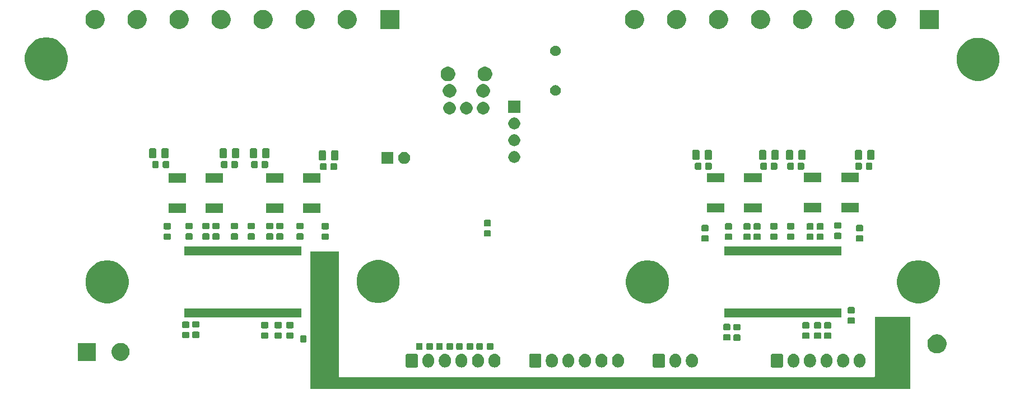
<source format=gbr>
G04 #@! TF.GenerationSoftware,KiCad,Pcbnew,5.1.5+dfsg1-2build2*
G04 #@! TF.CreationDate,2022-01-17T18:31:12+07:00*
G04 #@! TF.ProjectId,AMPP_V0,414d5050-5f56-4302-9e6b-696361645f70,rev?*
G04 #@! TF.SameCoordinates,Original*
G04 #@! TF.FileFunction,Soldermask,Bot*
G04 #@! TF.FilePolarity,Negative*
%FSLAX46Y46*%
G04 Gerber Fmt 4.6, Leading zero omitted, Abs format (unit mm)*
G04 Created by KiCad (PCBNEW 5.1.5+dfsg1-2build2) date 2022-01-17 18:31:12*
%MOMM*%
%LPD*%
G04 APERTURE LIST*
%ADD10C,0.100000*%
G04 APERTURE END LIST*
D10*
G36*
X48006000Y-59006201D02*
G01*
X48008402Y-59030587D01*
X48015515Y-59054036D01*
X48027066Y-59075647D01*
X48042611Y-59094589D01*
X48061553Y-59110134D01*
X48083164Y-59121685D01*
X48106613Y-59128798D01*
X48130999Y-59131200D01*
X128907001Y-59131200D01*
X128931387Y-59128798D01*
X128954836Y-59121685D01*
X128976447Y-59110134D01*
X128995389Y-59094589D01*
X129010934Y-59075647D01*
X129022485Y-59054036D01*
X129029598Y-59030587D01*
X129032000Y-59006201D01*
X129032000Y-49987200D01*
X134366000Y-49987200D01*
X134366000Y-60909200D01*
X43688000Y-60909200D01*
X43688000Y-40081200D01*
X48006000Y-40081200D01*
X48006000Y-59006201D01*
G37*
G36*
X124425826Y-55578237D02*
G01*
X124595665Y-55629757D01*
X124595667Y-55629758D01*
X124752189Y-55713421D01*
X124889386Y-55826014D01*
X124948166Y-55897639D01*
X125001978Y-55963209D01*
X125085643Y-56119734D01*
X125137163Y-56289573D01*
X125150200Y-56421942D01*
X125150200Y-56760457D01*
X125137163Y-56892826D01*
X125085643Y-57062666D01*
X125001978Y-57219191D01*
X124972648Y-57254929D01*
X124889386Y-57356386D01*
X124794450Y-57434297D01*
X124752191Y-57468978D01*
X124595666Y-57552643D01*
X124425827Y-57604163D01*
X124249200Y-57621559D01*
X124072574Y-57604163D01*
X123902735Y-57552643D01*
X123746210Y-57468978D01*
X123609015Y-57356385D01*
X123496422Y-57219191D01*
X123412757Y-57062666D01*
X123361237Y-56892827D01*
X123348200Y-56760458D01*
X123348200Y-56421943D01*
X123361237Y-56289574D01*
X123412757Y-56119735D01*
X123496422Y-55963210D01*
X123496423Y-55963209D01*
X123609014Y-55826014D01*
X123710471Y-55742752D01*
X123746209Y-55713422D01*
X123902734Y-55629757D01*
X124072573Y-55578237D01*
X124249200Y-55560841D01*
X124425826Y-55578237D01*
G37*
G36*
X126925826Y-55578237D02*
G01*
X127095665Y-55629757D01*
X127095667Y-55629758D01*
X127252189Y-55713421D01*
X127389386Y-55826014D01*
X127448166Y-55897639D01*
X127501978Y-55963209D01*
X127585643Y-56119734D01*
X127637163Y-56289573D01*
X127650200Y-56421942D01*
X127650200Y-56760457D01*
X127637163Y-56892826D01*
X127585643Y-57062666D01*
X127501978Y-57219191D01*
X127472648Y-57254929D01*
X127389386Y-57356386D01*
X127294450Y-57434297D01*
X127252191Y-57468978D01*
X127095666Y-57552643D01*
X126925827Y-57604163D01*
X126749200Y-57621559D01*
X126572574Y-57604163D01*
X126402735Y-57552643D01*
X126246210Y-57468978D01*
X126109015Y-57356385D01*
X125996422Y-57219191D01*
X125912757Y-57062666D01*
X125861237Y-56892827D01*
X125848200Y-56760458D01*
X125848200Y-56421943D01*
X125861237Y-56289574D01*
X125912757Y-56119735D01*
X125996422Y-55963210D01*
X125996423Y-55963209D01*
X126109014Y-55826014D01*
X126210471Y-55742752D01*
X126246209Y-55713422D01*
X126402734Y-55629757D01*
X126572573Y-55578237D01*
X126749200Y-55560841D01*
X126925826Y-55578237D01*
G37*
G36*
X61731626Y-55578237D02*
G01*
X61901465Y-55629757D01*
X61901467Y-55629758D01*
X62057989Y-55713421D01*
X62195186Y-55826014D01*
X62253966Y-55897639D01*
X62307778Y-55963209D01*
X62391443Y-56119734D01*
X62442963Y-56289573D01*
X62456000Y-56421942D01*
X62456000Y-56760457D01*
X62442963Y-56892826D01*
X62391443Y-57062666D01*
X62307778Y-57219191D01*
X62278448Y-57254929D01*
X62195186Y-57356386D01*
X62100250Y-57434297D01*
X62057991Y-57468978D01*
X61901466Y-57552643D01*
X61731627Y-57604163D01*
X61555000Y-57621559D01*
X61378374Y-57604163D01*
X61208535Y-57552643D01*
X61052010Y-57468978D01*
X60914815Y-57356385D01*
X60802222Y-57219191D01*
X60718557Y-57062666D01*
X60667037Y-56892827D01*
X60654000Y-56760458D01*
X60654000Y-56421943D01*
X60667037Y-56289574D01*
X60718557Y-56119735D01*
X60802222Y-55963210D01*
X60802223Y-55963209D01*
X60914814Y-55826014D01*
X61016271Y-55742752D01*
X61052009Y-55713422D01*
X61208534Y-55629757D01*
X61378373Y-55578237D01*
X61555000Y-55560841D01*
X61731626Y-55578237D01*
G37*
G36*
X64231626Y-55578237D02*
G01*
X64401465Y-55629757D01*
X64401467Y-55629758D01*
X64557989Y-55713421D01*
X64695186Y-55826014D01*
X64753966Y-55897639D01*
X64807778Y-55963209D01*
X64891443Y-56119734D01*
X64942963Y-56289573D01*
X64956000Y-56421942D01*
X64956000Y-56760457D01*
X64942963Y-56892826D01*
X64891443Y-57062666D01*
X64807778Y-57219191D01*
X64778448Y-57254929D01*
X64695186Y-57356386D01*
X64600250Y-57434297D01*
X64557991Y-57468978D01*
X64401466Y-57552643D01*
X64231627Y-57604163D01*
X64055000Y-57621559D01*
X63878374Y-57604163D01*
X63708535Y-57552643D01*
X63552010Y-57468978D01*
X63414815Y-57356385D01*
X63302222Y-57219191D01*
X63218557Y-57062666D01*
X63167037Y-56892827D01*
X63154000Y-56760458D01*
X63154000Y-56421943D01*
X63167037Y-56289574D01*
X63218557Y-56119735D01*
X63302222Y-55963210D01*
X63302223Y-55963209D01*
X63414814Y-55826014D01*
X63516271Y-55742752D01*
X63552009Y-55713422D01*
X63708534Y-55629757D01*
X63878373Y-55578237D01*
X64055000Y-55560841D01*
X64231626Y-55578237D01*
G37*
G36*
X66731626Y-55578237D02*
G01*
X66901465Y-55629757D01*
X66901467Y-55629758D01*
X67057989Y-55713421D01*
X67195186Y-55826014D01*
X67253966Y-55897639D01*
X67307778Y-55963209D01*
X67391443Y-56119734D01*
X67442963Y-56289573D01*
X67456000Y-56421942D01*
X67456000Y-56760457D01*
X67442963Y-56892826D01*
X67391443Y-57062666D01*
X67307778Y-57219191D01*
X67278448Y-57254929D01*
X67195186Y-57356386D01*
X67100250Y-57434297D01*
X67057991Y-57468978D01*
X66901466Y-57552643D01*
X66731627Y-57604163D01*
X66555000Y-57621559D01*
X66378374Y-57604163D01*
X66208535Y-57552643D01*
X66052010Y-57468978D01*
X65914815Y-57356385D01*
X65802222Y-57219191D01*
X65718557Y-57062666D01*
X65667037Y-56892827D01*
X65654000Y-56760458D01*
X65654000Y-56421943D01*
X65667037Y-56289574D01*
X65718557Y-56119735D01*
X65802222Y-55963210D01*
X65802223Y-55963209D01*
X65914814Y-55826014D01*
X66016271Y-55742752D01*
X66052009Y-55713422D01*
X66208534Y-55629757D01*
X66378373Y-55578237D01*
X66555000Y-55560841D01*
X66731626Y-55578237D01*
G37*
G36*
X69231626Y-55578237D02*
G01*
X69401465Y-55629757D01*
X69401467Y-55629758D01*
X69557989Y-55713421D01*
X69695186Y-55826014D01*
X69753966Y-55897639D01*
X69807778Y-55963209D01*
X69891443Y-56119734D01*
X69942963Y-56289573D01*
X69956000Y-56421942D01*
X69956000Y-56760457D01*
X69942963Y-56892826D01*
X69891443Y-57062666D01*
X69807778Y-57219191D01*
X69778448Y-57254929D01*
X69695186Y-57356386D01*
X69600250Y-57434297D01*
X69557991Y-57468978D01*
X69401466Y-57552643D01*
X69231627Y-57604163D01*
X69055000Y-57621559D01*
X68878374Y-57604163D01*
X68708535Y-57552643D01*
X68552010Y-57468978D01*
X68414815Y-57356385D01*
X68302222Y-57219191D01*
X68218557Y-57062666D01*
X68167037Y-56892827D01*
X68154000Y-56760458D01*
X68154000Y-56421943D01*
X68167037Y-56289574D01*
X68218557Y-56119735D01*
X68302222Y-55963210D01*
X68302223Y-55963209D01*
X68414814Y-55826014D01*
X68516271Y-55742752D01*
X68552009Y-55713422D01*
X68708534Y-55629757D01*
X68878373Y-55578237D01*
X69055000Y-55560841D01*
X69231626Y-55578237D01*
G37*
G36*
X71731626Y-55578237D02*
G01*
X71901465Y-55629757D01*
X71901467Y-55629758D01*
X72057989Y-55713421D01*
X72195186Y-55826014D01*
X72253966Y-55897639D01*
X72307778Y-55963209D01*
X72391443Y-56119734D01*
X72442963Y-56289573D01*
X72456000Y-56421942D01*
X72456000Y-56760457D01*
X72442963Y-56892826D01*
X72391443Y-57062666D01*
X72307778Y-57219191D01*
X72278448Y-57254929D01*
X72195186Y-57356386D01*
X72100250Y-57434297D01*
X72057991Y-57468978D01*
X71901466Y-57552643D01*
X71731627Y-57604163D01*
X71555000Y-57621559D01*
X71378374Y-57604163D01*
X71208535Y-57552643D01*
X71052010Y-57468978D01*
X70914815Y-57356385D01*
X70802222Y-57219191D01*
X70718557Y-57062666D01*
X70667037Y-56892827D01*
X70654000Y-56760458D01*
X70654000Y-56421943D01*
X70667037Y-56289574D01*
X70718557Y-56119735D01*
X70802222Y-55963210D01*
X70802223Y-55963209D01*
X70914814Y-55826014D01*
X71016271Y-55742752D01*
X71052009Y-55713422D01*
X71208534Y-55629757D01*
X71378373Y-55578237D01*
X71555000Y-55560841D01*
X71731626Y-55578237D01*
G37*
G36*
X99069626Y-55578237D02*
G01*
X99239465Y-55629757D01*
X99239467Y-55629758D01*
X99395989Y-55713421D01*
X99533186Y-55826014D01*
X99591966Y-55897639D01*
X99645778Y-55963209D01*
X99729443Y-56119734D01*
X99780963Y-56289573D01*
X99794000Y-56421942D01*
X99794000Y-56760457D01*
X99780963Y-56892826D01*
X99729443Y-57062666D01*
X99645778Y-57219191D01*
X99616448Y-57254929D01*
X99533186Y-57356386D01*
X99438250Y-57434297D01*
X99395991Y-57468978D01*
X99239466Y-57552643D01*
X99069627Y-57604163D01*
X98893000Y-57621559D01*
X98716374Y-57604163D01*
X98546535Y-57552643D01*
X98390010Y-57468978D01*
X98252815Y-57356385D01*
X98140222Y-57219191D01*
X98056557Y-57062666D01*
X98005037Y-56892827D01*
X97992000Y-56760458D01*
X97992000Y-56421943D01*
X98005037Y-56289574D01*
X98056557Y-56119735D01*
X98140222Y-55963210D01*
X98140223Y-55963209D01*
X98252814Y-55826014D01*
X98354271Y-55742752D01*
X98390009Y-55713422D01*
X98546534Y-55629757D01*
X98716373Y-55578237D01*
X98893000Y-55560841D01*
X99069626Y-55578237D01*
G37*
G36*
X101569626Y-55578237D02*
G01*
X101739465Y-55629757D01*
X101739467Y-55629758D01*
X101895989Y-55713421D01*
X102033186Y-55826014D01*
X102091966Y-55897639D01*
X102145778Y-55963209D01*
X102229443Y-56119734D01*
X102280963Y-56289573D01*
X102294000Y-56421942D01*
X102294000Y-56760457D01*
X102280963Y-56892826D01*
X102229443Y-57062666D01*
X102145778Y-57219191D01*
X102116448Y-57254929D01*
X102033186Y-57356386D01*
X101938250Y-57434297D01*
X101895991Y-57468978D01*
X101739466Y-57552643D01*
X101569627Y-57604163D01*
X101393000Y-57621559D01*
X101216374Y-57604163D01*
X101046535Y-57552643D01*
X100890010Y-57468978D01*
X100752815Y-57356385D01*
X100640222Y-57219191D01*
X100556557Y-57062666D01*
X100505037Y-56892827D01*
X100492000Y-56760458D01*
X100492000Y-56421943D01*
X100505037Y-56289574D01*
X100556557Y-56119735D01*
X100640222Y-55963210D01*
X100640223Y-55963209D01*
X100752814Y-55826014D01*
X100854271Y-55742752D01*
X100890009Y-55713422D01*
X101046534Y-55629757D01*
X101216373Y-55578237D01*
X101393000Y-55560841D01*
X101569626Y-55578237D01*
G37*
G36*
X82900626Y-55578237D02*
G01*
X83070465Y-55629757D01*
X83070467Y-55629758D01*
X83226989Y-55713421D01*
X83364186Y-55826014D01*
X83422966Y-55897639D01*
X83476778Y-55963209D01*
X83560443Y-56119734D01*
X83611963Y-56289573D01*
X83625000Y-56421942D01*
X83625000Y-56760457D01*
X83611963Y-56892826D01*
X83560443Y-57062666D01*
X83476778Y-57219191D01*
X83447448Y-57254929D01*
X83364186Y-57356386D01*
X83269250Y-57434297D01*
X83226991Y-57468978D01*
X83070466Y-57552643D01*
X82900627Y-57604163D01*
X82724000Y-57621559D01*
X82547374Y-57604163D01*
X82377535Y-57552643D01*
X82221010Y-57468978D01*
X82083815Y-57356385D01*
X81971222Y-57219191D01*
X81887557Y-57062666D01*
X81836037Y-56892827D01*
X81823000Y-56760458D01*
X81823000Y-56421943D01*
X81836037Y-56289574D01*
X81887557Y-56119735D01*
X81971222Y-55963210D01*
X81971223Y-55963209D01*
X82083814Y-55826014D01*
X82185271Y-55742752D01*
X82221009Y-55713422D01*
X82377534Y-55629757D01*
X82547373Y-55578237D01*
X82724000Y-55560841D01*
X82900626Y-55578237D01*
G37*
G36*
X80400626Y-55578237D02*
G01*
X80570465Y-55629757D01*
X80570467Y-55629758D01*
X80726989Y-55713421D01*
X80864186Y-55826014D01*
X80922966Y-55897639D01*
X80976778Y-55963209D01*
X81060443Y-56119734D01*
X81111963Y-56289573D01*
X81125000Y-56421942D01*
X81125000Y-56760457D01*
X81111963Y-56892826D01*
X81060443Y-57062666D01*
X80976778Y-57219191D01*
X80947448Y-57254929D01*
X80864186Y-57356386D01*
X80769250Y-57434297D01*
X80726991Y-57468978D01*
X80570466Y-57552643D01*
X80400627Y-57604163D01*
X80224000Y-57621559D01*
X80047374Y-57604163D01*
X79877535Y-57552643D01*
X79721010Y-57468978D01*
X79583815Y-57356385D01*
X79471222Y-57219191D01*
X79387557Y-57062666D01*
X79336037Y-56892827D01*
X79323000Y-56760458D01*
X79323000Y-56421943D01*
X79336037Y-56289574D01*
X79387557Y-56119735D01*
X79471222Y-55963210D01*
X79471223Y-55963209D01*
X79583814Y-55826014D01*
X79685271Y-55742752D01*
X79721009Y-55713422D01*
X79877534Y-55629757D01*
X80047373Y-55578237D01*
X80224000Y-55560841D01*
X80400626Y-55578237D01*
G37*
G36*
X121925826Y-55578237D02*
G01*
X122095665Y-55629757D01*
X122095667Y-55629758D01*
X122252189Y-55713421D01*
X122389386Y-55826014D01*
X122448166Y-55897639D01*
X122501978Y-55963209D01*
X122585643Y-56119734D01*
X122637163Y-56289573D01*
X122650200Y-56421942D01*
X122650200Y-56760457D01*
X122637163Y-56892826D01*
X122585643Y-57062666D01*
X122501978Y-57219191D01*
X122472648Y-57254929D01*
X122389386Y-57356386D01*
X122294450Y-57434297D01*
X122252191Y-57468978D01*
X122095666Y-57552643D01*
X121925827Y-57604163D01*
X121749200Y-57621559D01*
X121572574Y-57604163D01*
X121402735Y-57552643D01*
X121246210Y-57468978D01*
X121109015Y-57356385D01*
X120996422Y-57219191D01*
X120912757Y-57062666D01*
X120861237Y-56892827D01*
X120848200Y-56760458D01*
X120848200Y-56421943D01*
X120861237Y-56289574D01*
X120912757Y-56119735D01*
X120996422Y-55963210D01*
X120996423Y-55963209D01*
X121109014Y-55826014D01*
X121210471Y-55742752D01*
X121246209Y-55713422D01*
X121402734Y-55629757D01*
X121572573Y-55578237D01*
X121749200Y-55560841D01*
X121925826Y-55578237D01*
G37*
G36*
X119425826Y-55578237D02*
G01*
X119595665Y-55629757D01*
X119595667Y-55629758D01*
X119752189Y-55713421D01*
X119889386Y-55826014D01*
X119948166Y-55897639D01*
X120001978Y-55963209D01*
X120085643Y-56119734D01*
X120137163Y-56289573D01*
X120150200Y-56421942D01*
X120150200Y-56760457D01*
X120137163Y-56892826D01*
X120085643Y-57062666D01*
X120001978Y-57219191D01*
X119972648Y-57254929D01*
X119889386Y-57356386D01*
X119794450Y-57434297D01*
X119752191Y-57468978D01*
X119595666Y-57552643D01*
X119425827Y-57604163D01*
X119249200Y-57621559D01*
X119072574Y-57604163D01*
X118902735Y-57552643D01*
X118746210Y-57468978D01*
X118609015Y-57356385D01*
X118496422Y-57219191D01*
X118412757Y-57062666D01*
X118361237Y-56892827D01*
X118348200Y-56760458D01*
X118348200Y-56421943D01*
X118361237Y-56289574D01*
X118412757Y-56119735D01*
X118496422Y-55963210D01*
X118496423Y-55963209D01*
X118609014Y-55826014D01*
X118710471Y-55742752D01*
X118746209Y-55713422D01*
X118902734Y-55629757D01*
X119072573Y-55578237D01*
X119249200Y-55560841D01*
X119425826Y-55578237D01*
G37*
G36*
X116925826Y-55578237D02*
G01*
X117095665Y-55629757D01*
X117095667Y-55629758D01*
X117252189Y-55713421D01*
X117389386Y-55826014D01*
X117448166Y-55897639D01*
X117501978Y-55963209D01*
X117585643Y-56119734D01*
X117637163Y-56289573D01*
X117650200Y-56421942D01*
X117650200Y-56760457D01*
X117637163Y-56892826D01*
X117585643Y-57062666D01*
X117501978Y-57219191D01*
X117472648Y-57254929D01*
X117389386Y-57356386D01*
X117294450Y-57434297D01*
X117252191Y-57468978D01*
X117095666Y-57552643D01*
X116925827Y-57604163D01*
X116749200Y-57621559D01*
X116572574Y-57604163D01*
X116402735Y-57552643D01*
X116246210Y-57468978D01*
X116109015Y-57356385D01*
X115996422Y-57219191D01*
X115912757Y-57062666D01*
X115861237Y-56892827D01*
X115848200Y-56760458D01*
X115848200Y-56421943D01*
X115861237Y-56289574D01*
X115912757Y-56119735D01*
X115996422Y-55963210D01*
X115996423Y-55963209D01*
X116109014Y-55826014D01*
X116210471Y-55742752D01*
X116246209Y-55713422D01*
X116402734Y-55629757D01*
X116572573Y-55578237D01*
X116749200Y-55560841D01*
X116925826Y-55578237D01*
G37*
G36*
X90400626Y-55578237D02*
G01*
X90570465Y-55629757D01*
X90570467Y-55629758D01*
X90726989Y-55713421D01*
X90864186Y-55826014D01*
X90922966Y-55897639D01*
X90976778Y-55963209D01*
X91060443Y-56119734D01*
X91111963Y-56289573D01*
X91125000Y-56421942D01*
X91125000Y-56760457D01*
X91111963Y-56892826D01*
X91060443Y-57062666D01*
X90976778Y-57219191D01*
X90947448Y-57254929D01*
X90864186Y-57356386D01*
X90769250Y-57434297D01*
X90726991Y-57468978D01*
X90570466Y-57552643D01*
X90400627Y-57604163D01*
X90224000Y-57621559D01*
X90047374Y-57604163D01*
X89877535Y-57552643D01*
X89721010Y-57468978D01*
X89583815Y-57356385D01*
X89471222Y-57219191D01*
X89387557Y-57062666D01*
X89336037Y-56892827D01*
X89323000Y-56760458D01*
X89323000Y-56421943D01*
X89336037Y-56289574D01*
X89387557Y-56119735D01*
X89471222Y-55963210D01*
X89471223Y-55963209D01*
X89583814Y-55826014D01*
X89685271Y-55742752D01*
X89721009Y-55713422D01*
X89877534Y-55629757D01*
X90047373Y-55578237D01*
X90224000Y-55560841D01*
X90400626Y-55578237D01*
G37*
G36*
X87900626Y-55578237D02*
G01*
X88070465Y-55629757D01*
X88070467Y-55629758D01*
X88226989Y-55713421D01*
X88364186Y-55826014D01*
X88422966Y-55897639D01*
X88476778Y-55963209D01*
X88560443Y-56119734D01*
X88611963Y-56289573D01*
X88625000Y-56421942D01*
X88625000Y-56760457D01*
X88611963Y-56892826D01*
X88560443Y-57062666D01*
X88476778Y-57219191D01*
X88447448Y-57254929D01*
X88364186Y-57356386D01*
X88269250Y-57434297D01*
X88226991Y-57468978D01*
X88070466Y-57552643D01*
X87900627Y-57604163D01*
X87724000Y-57621559D01*
X87547374Y-57604163D01*
X87377535Y-57552643D01*
X87221010Y-57468978D01*
X87083815Y-57356385D01*
X86971222Y-57219191D01*
X86887557Y-57062666D01*
X86836037Y-56892827D01*
X86823000Y-56760458D01*
X86823000Y-56421943D01*
X86836037Y-56289574D01*
X86887557Y-56119735D01*
X86971222Y-55963210D01*
X86971223Y-55963209D01*
X87083814Y-55826014D01*
X87185271Y-55742752D01*
X87221009Y-55713422D01*
X87377534Y-55629757D01*
X87547373Y-55578237D01*
X87724000Y-55560841D01*
X87900626Y-55578237D01*
G37*
G36*
X85400626Y-55578237D02*
G01*
X85570465Y-55629757D01*
X85570467Y-55629758D01*
X85726989Y-55713421D01*
X85864186Y-55826014D01*
X85922966Y-55897639D01*
X85976778Y-55963209D01*
X86060443Y-56119734D01*
X86111963Y-56289573D01*
X86125000Y-56421942D01*
X86125000Y-56760457D01*
X86111963Y-56892826D01*
X86060443Y-57062666D01*
X85976778Y-57219191D01*
X85947448Y-57254929D01*
X85864186Y-57356386D01*
X85769250Y-57434297D01*
X85726991Y-57468978D01*
X85570466Y-57552643D01*
X85400627Y-57604163D01*
X85224000Y-57621559D01*
X85047374Y-57604163D01*
X84877535Y-57552643D01*
X84721010Y-57468978D01*
X84583815Y-57356385D01*
X84471222Y-57219191D01*
X84387557Y-57062666D01*
X84336037Y-56892827D01*
X84323000Y-56760458D01*
X84323000Y-56421943D01*
X84336037Y-56289574D01*
X84387557Y-56119735D01*
X84471222Y-55963210D01*
X84471223Y-55963209D01*
X84583814Y-55826014D01*
X84685271Y-55742752D01*
X84721009Y-55713422D01*
X84877534Y-55629757D01*
X85047373Y-55578237D01*
X85224000Y-55560841D01*
X85400626Y-55578237D01*
G37*
G36*
X78482600Y-55569189D02*
G01*
X78515652Y-55579215D01*
X78546103Y-55595492D01*
X78572799Y-55617401D01*
X78594708Y-55644097D01*
X78610985Y-55674548D01*
X78621011Y-55707600D01*
X78625000Y-55748103D01*
X78625000Y-57434297D01*
X78621011Y-57474800D01*
X78610985Y-57507852D01*
X78594708Y-57538303D01*
X78572799Y-57564999D01*
X78546103Y-57586908D01*
X78515652Y-57603185D01*
X78482600Y-57613211D01*
X78442097Y-57617200D01*
X77005903Y-57617200D01*
X76965400Y-57613211D01*
X76932348Y-57603185D01*
X76901897Y-57586908D01*
X76875201Y-57564999D01*
X76853292Y-57538303D01*
X76837015Y-57507852D01*
X76826989Y-57474800D01*
X76823000Y-57434297D01*
X76823000Y-55748103D01*
X76826989Y-55707600D01*
X76837015Y-55674548D01*
X76853292Y-55644097D01*
X76875201Y-55617401D01*
X76901897Y-55595492D01*
X76932348Y-55579215D01*
X76965400Y-55569189D01*
X77005903Y-55565200D01*
X78442097Y-55565200D01*
X78482600Y-55569189D01*
G37*
G36*
X115007800Y-55569189D02*
G01*
X115040852Y-55579215D01*
X115071303Y-55595492D01*
X115097999Y-55617401D01*
X115119908Y-55644097D01*
X115136185Y-55674548D01*
X115146211Y-55707600D01*
X115150200Y-55748103D01*
X115150200Y-57434297D01*
X115146211Y-57474800D01*
X115136185Y-57507852D01*
X115119908Y-57538303D01*
X115097999Y-57564999D01*
X115071303Y-57586908D01*
X115040852Y-57603185D01*
X115007800Y-57613211D01*
X114967297Y-57617200D01*
X113531103Y-57617200D01*
X113490600Y-57613211D01*
X113457548Y-57603185D01*
X113427097Y-57586908D01*
X113400401Y-57564999D01*
X113378492Y-57538303D01*
X113362215Y-57507852D01*
X113352189Y-57474800D01*
X113348200Y-57434297D01*
X113348200Y-55748103D01*
X113352189Y-55707600D01*
X113362215Y-55674548D01*
X113378492Y-55644097D01*
X113400401Y-55617401D01*
X113427097Y-55595492D01*
X113457548Y-55579215D01*
X113490600Y-55569189D01*
X113531103Y-55565200D01*
X114967297Y-55565200D01*
X115007800Y-55569189D01*
G37*
G36*
X97151600Y-55569189D02*
G01*
X97184652Y-55579215D01*
X97215103Y-55595492D01*
X97241799Y-55617401D01*
X97263708Y-55644097D01*
X97279985Y-55674548D01*
X97290011Y-55707600D01*
X97294000Y-55748103D01*
X97294000Y-57434297D01*
X97290011Y-57474800D01*
X97279985Y-57507852D01*
X97263708Y-57538303D01*
X97241799Y-57564999D01*
X97215103Y-57586908D01*
X97184652Y-57603185D01*
X97151600Y-57613211D01*
X97111097Y-57617200D01*
X95674903Y-57617200D01*
X95634400Y-57613211D01*
X95601348Y-57603185D01*
X95570897Y-57586908D01*
X95544201Y-57564999D01*
X95522292Y-57538303D01*
X95506015Y-57507852D01*
X95495989Y-57474800D01*
X95492000Y-57434297D01*
X95492000Y-55748103D01*
X95495989Y-55707600D01*
X95506015Y-55674548D01*
X95522292Y-55644097D01*
X95544201Y-55617401D01*
X95570897Y-55595492D01*
X95601348Y-55579215D01*
X95634400Y-55569189D01*
X95674903Y-55565200D01*
X97111097Y-55565200D01*
X97151600Y-55569189D01*
G37*
G36*
X59813600Y-55569189D02*
G01*
X59846652Y-55579215D01*
X59877103Y-55595492D01*
X59903799Y-55617401D01*
X59925708Y-55644097D01*
X59941985Y-55674548D01*
X59952011Y-55707600D01*
X59956000Y-55748103D01*
X59956000Y-57434297D01*
X59952011Y-57474800D01*
X59941985Y-57507852D01*
X59925708Y-57538303D01*
X59903799Y-57564999D01*
X59877103Y-57586908D01*
X59846652Y-57603185D01*
X59813600Y-57613211D01*
X59773097Y-57617200D01*
X58336903Y-57617200D01*
X58296400Y-57613211D01*
X58263348Y-57603185D01*
X58232897Y-57586908D01*
X58206201Y-57564999D01*
X58184292Y-57538303D01*
X58168015Y-57507852D01*
X58157989Y-57474800D01*
X58154000Y-57434297D01*
X58154000Y-55748103D01*
X58157989Y-55707600D01*
X58168015Y-55674548D01*
X58184292Y-55644097D01*
X58206201Y-55617401D01*
X58232897Y-55595492D01*
X58263348Y-55579215D01*
X58296400Y-55569189D01*
X58336903Y-55565200D01*
X59773097Y-55565200D01*
X59813600Y-55569189D01*
G37*
G36*
X15443572Y-53958618D02*
G01*
X15670488Y-54052609D01*
X15689439Y-54060459D01*
X15739771Y-54094090D01*
X15910711Y-54208309D01*
X16098891Y-54396489D01*
X16246742Y-54617763D01*
X16348582Y-54863628D01*
X16400500Y-55124637D01*
X16400500Y-55390763D01*
X16361790Y-55585372D01*
X16348582Y-55651772D01*
X16246741Y-55897639D01*
X16098890Y-56118912D01*
X15910712Y-56307090D01*
X15689439Y-56454941D01*
X15689438Y-56454942D01*
X15689437Y-56454942D01*
X15443572Y-56556782D01*
X15182563Y-56608700D01*
X14916437Y-56608700D01*
X14655428Y-56556782D01*
X14409563Y-56454942D01*
X14409562Y-56454942D01*
X14409561Y-56454941D01*
X14188288Y-56307090D01*
X14000110Y-56118912D01*
X13852259Y-55897639D01*
X13750418Y-55651772D01*
X13737210Y-55585372D01*
X13698500Y-55390763D01*
X13698500Y-55124637D01*
X13750418Y-54863628D01*
X13852258Y-54617763D01*
X14000109Y-54396489D01*
X14188289Y-54208309D01*
X14359229Y-54094090D01*
X14409561Y-54060459D01*
X14428513Y-54052609D01*
X14655428Y-53958618D01*
X14916437Y-53906700D01*
X15182563Y-53906700D01*
X15443572Y-53958618D01*
G37*
G36*
X11320500Y-56608700D02*
G01*
X8618500Y-56608700D01*
X8618500Y-53906700D01*
X11320500Y-53906700D01*
X11320500Y-56608700D01*
G37*
G36*
X138849594Y-52667980D02*
G01*
X139111383Y-52776417D01*
X139111385Y-52776418D01*
X139346990Y-52933844D01*
X139547356Y-53134210D01*
X139678479Y-53330450D01*
X139704783Y-53369817D01*
X139813220Y-53631606D01*
X139868500Y-53909519D01*
X139868500Y-54192881D01*
X139813220Y-54470794D01*
X139752344Y-54617761D01*
X139704782Y-54732585D01*
X139547356Y-54968190D01*
X139346990Y-55168556D01*
X139111385Y-55325982D01*
X139111384Y-55325983D01*
X139111383Y-55325983D01*
X138849594Y-55434420D01*
X138571681Y-55489700D01*
X138288319Y-55489700D01*
X138010406Y-55434420D01*
X137748617Y-55325983D01*
X137748616Y-55325983D01*
X137748615Y-55325982D01*
X137513010Y-55168556D01*
X137312644Y-54968190D01*
X137155218Y-54732585D01*
X137107656Y-54617761D01*
X137046780Y-54470794D01*
X136991500Y-54192881D01*
X136991500Y-53909519D01*
X137046780Y-53631606D01*
X137155217Y-53369817D01*
X137181521Y-53330450D01*
X137312644Y-53134210D01*
X137513010Y-52933844D01*
X137748615Y-52776418D01*
X137748617Y-52776417D01*
X138010406Y-52667980D01*
X138288319Y-52612700D01*
X138571681Y-52612700D01*
X138849594Y-52667980D01*
G37*
G36*
X63588091Y-53910285D02*
G01*
X63622069Y-53920593D01*
X63653390Y-53937334D01*
X63680839Y-53959861D01*
X63703366Y-53987310D01*
X63720107Y-54018631D01*
X63730415Y-54052609D01*
X63734500Y-54094090D01*
X63734500Y-54770310D01*
X63730415Y-54811791D01*
X63720107Y-54845769D01*
X63703366Y-54877090D01*
X63680839Y-54904539D01*
X63653390Y-54927066D01*
X63622069Y-54943807D01*
X63588091Y-54954115D01*
X63546610Y-54958200D01*
X62945390Y-54958200D01*
X62903909Y-54954115D01*
X62869931Y-54943807D01*
X62838610Y-54927066D01*
X62811161Y-54904539D01*
X62788634Y-54877090D01*
X62771893Y-54845769D01*
X62761585Y-54811791D01*
X62757500Y-54770310D01*
X62757500Y-54094090D01*
X62761585Y-54052609D01*
X62771893Y-54018631D01*
X62788634Y-53987310D01*
X62811161Y-53959861D01*
X62838610Y-53937334D01*
X62869931Y-53920593D01*
X62903909Y-53910285D01*
X62945390Y-53906200D01*
X63546610Y-53906200D01*
X63588091Y-53910285D01*
G37*
G36*
X65163091Y-53910285D02*
G01*
X65197069Y-53920593D01*
X65228390Y-53937334D01*
X65255839Y-53959861D01*
X65278366Y-53987310D01*
X65295107Y-54018631D01*
X65305415Y-54052609D01*
X65309500Y-54094090D01*
X65309500Y-54770310D01*
X65305415Y-54811791D01*
X65295107Y-54845769D01*
X65278366Y-54877090D01*
X65255839Y-54904539D01*
X65228390Y-54927066D01*
X65197069Y-54943807D01*
X65163091Y-54954115D01*
X65121610Y-54958200D01*
X64520390Y-54958200D01*
X64478909Y-54954115D01*
X64444931Y-54943807D01*
X64413610Y-54927066D01*
X64386161Y-54904539D01*
X64363634Y-54877090D01*
X64346893Y-54845769D01*
X64336585Y-54811791D01*
X64332500Y-54770310D01*
X64332500Y-54094090D01*
X64336585Y-54052609D01*
X64346893Y-54018631D01*
X64363634Y-53987310D01*
X64386161Y-53959861D01*
X64413610Y-53937334D01*
X64444931Y-53920593D01*
X64478909Y-53910285D01*
X64520390Y-53906200D01*
X65121610Y-53906200D01*
X65163091Y-53910285D01*
G37*
G36*
X60540091Y-53910285D02*
G01*
X60574069Y-53920593D01*
X60605390Y-53937334D01*
X60632839Y-53959861D01*
X60655366Y-53987310D01*
X60672107Y-54018631D01*
X60682415Y-54052609D01*
X60686500Y-54094090D01*
X60686500Y-54770310D01*
X60682415Y-54811791D01*
X60672107Y-54845769D01*
X60655366Y-54877090D01*
X60632839Y-54904539D01*
X60605390Y-54927066D01*
X60574069Y-54943807D01*
X60540091Y-54954115D01*
X60498610Y-54958200D01*
X59897390Y-54958200D01*
X59855909Y-54954115D01*
X59821931Y-54943807D01*
X59790610Y-54927066D01*
X59763161Y-54904539D01*
X59740634Y-54877090D01*
X59723893Y-54845769D01*
X59713585Y-54811791D01*
X59709500Y-54770310D01*
X59709500Y-54094090D01*
X59713585Y-54052609D01*
X59723893Y-54018631D01*
X59740634Y-53987310D01*
X59763161Y-53959861D01*
X59790610Y-53937334D01*
X59821931Y-53920593D01*
X59855909Y-53910285D01*
X59897390Y-53906200D01*
X60498610Y-53906200D01*
X60540091Y-53910285D01*
G37*
G36*
X62115091Y-53910285D02*
G01*
X62149069Y-53920593D01*
X62180390Y-53937334D01*
X62207839Y-53959861D01*
X62230366Y-53987310D01*
X62247107Y-54018631D01*
X62257415Y-54052609D01*
X62261500Y-54094090D01*
X62261500Y-54770310D01*
X62257415Y-54811791D01*
X62247107Y-54845769D01*
X62230366Y-54877090D01*
X62207839Y-54904539D01*
X62180390Y-54927066D01*
X62149069Y-54943807D01*
X62115091Y-54954115D01*
X62073610Y-54958200D01*
X61472390Y-54958200D01*
X61430909Y-54954115D01*
X61396931Y-54943807D01*
X61365610Y-54927066D01*
X61338161Y-54904539D01*
X61315634Y-54877090D01*
X61298893Y-54845769D01*
X61288585Y-54811791D01*
X61284500Y-54770310D01*
X61284500Y-54094090D01*
X61288585Y-54052609D01*
X61298893Y-54018631D01*
X61315634Y-53987310D01*
X61338161Y-53959861D01*
X61365610Y-53937334D01*
X61396931Y-53920593D01*
X61430909Y-53910285D01*
X61472390Y-53906200D01*
X62073610Y-53906200D01*
X62115091Y-53910285D01*
G37*
G36*
X71233591Y-53910285D02*
G01*
X71267569Y-53920593D01*
X71298890Y-53937334D01*
X71326339Y-53959861D01*
X71348866Y-53987310D01*
X71365607Y-54018631D01*
X71375915Y-54052609D01*
X71380000Y-54094090D01*
X71380000Y-54770310D01*
X71375915Y-54811791D01*
X71365607Y-54845769D01*
X71348866Y-54877090D01*
X71326339Y-54904539D01*
X71298890Y-54927066D01*
X71267569Y-54943807D01*
X71233591Y-54954115D01*
X71192110Y-54958200D01*
X70590890Y-54958200D01*
X70549409Y-54954115D01*
X70515431Y-54943807D01*
X70484110Y-54927066D01*
X70456661Y-54904539D01*
X70434134Y-54877090D01*
X70417393Y-54845769D01*
X70407085Y-54811791D01*
X70403000Y-54770310D01*
X70403000Y-54094090D01*
X70407085Y-54052609D01*
X70417393Y-54018631D01*
X70434134Y-53987310D01*
X70456661Y-53959861D01*
X70484110Y-53937334D01*
X70515431Y-53920593D01*
X70549409Y-53910285D01*
X70590890Y-53906200D01*
X71192110Y-53906200D01*
X71233591Y-53910285D01*
G37*
G36*
X68185591Y-53910285D02*
G01*
X68219569Y-53920593D01*
X68250890Y-53937334D01*
X68278339Y-53959861D01*
X68300866Y-53987310D01*
X68317607Y-54018631D01*
X68327915Y-54052609D01*
X68332000Y-54094090D01*
X68332000Y-54770310D01*
X68327915Y-54811791D01*
X68317607Y-54845769D01*
X68300866Y-54877090D01*
X68278339Y-54904539D01*
X68250890Y-54927066D01*
X68219569Y-54943807D01*
X68185591Y-54954115D01*
X68144110Y-54958200D01*
X67542890Y-54958200D01*
X67501409Y-54954115D01*
X67467431Y-54943807D01*
X67436110Y-54927066D01*
X67408661Y-54904539D01*
X67386134Y-54877090D01*
X67369393Y-54845769D01*
X67359085Y-54811791D01*
X67355000Y-54770310D01*
X67355000Y-54094090D01*
X67359085Y-54052609D01*
X67369393Y-54018631D01*
X67386134Y-53987310D01*
X67408661Y-53959861D01*
X67436110Y-53937334D01*
X67467431Y-53920593D01*
X67501409Y-53910285D01*
X67542890Y-53906200D01*
X68144110Y-53906200D01*
X68185591Y-53910285D01*
G37*
G36*
X66610591Y-53910285D02*
G01*
X66644569Y-53920593D01*
X66675890Y-53937334D01*
X66703339Y-53959861D01*
X66725866Y-53987310D01*
X66742607Y-54018631D01*
X66752915Y-54052609D01*
X66757000Y-54094090D01*
X66757000Y-54770310D01*
X66752915Y-54811791D01*
X66742607Y-54845769D01*
X66725866Y-54877090D01*
X66703339Y-54904539D01*
X66675890Y-54927066D01*
X66644569Y-54943807D01*
X66610591Y-54954115D01*
X66569110Y-54958200D01*
X65967890Y-54958200D01*
X65926409Y-54954115D01*
X65892431Y-54943807D01*
X65861110Y-54927066D01*
X65833661Y-54904539D01*
X65811134Y-54877090D01*
X65794393Y-54845769D01*
X65784085Y-54811791D01*
X65780000Y-54770310D01*
X65780000Y-54094090D01*
X65784085Y-54052609D01*
X65794393Y-54018631D01*
X65811134Y-53987310D01*
X65833661Y-53959861D01*
X65861110Y-53937334D01*
X65892431Y-53920593D01*
X65926409Y-53910285D01*
X65967890Y-53906200D01*
X66569110Y-53906200D01*
X66610591Y-53910285D01*
G37*
G36*
X69658591Y-53910285D02*
G01*
X69692569Y-53920593D01*
X69723890Y-53937334D01*
X69751339Y-53959861D01*
X69773866Y-53987310D01*
X69790607Y-54018631D01*
X69800915Y-54052609D01*
X69805000Y-54094090D01*
X69805000Y-54770310D01*
X69800915Y-54811791D01*
X69790607Y-54845769D01*
X69773866Y-54877090D01*
X69751339Y-54904539D01*
X69723890Y-54927066D01*
X69692569Y-54943807D01*
X69658591Y-54954115D01*
X69617110Y-54958200D01*
X69015890Y-54958200D01*
X68974409Y-54954115D01*
X68940431Y-54943807D01*
X68909110Y-54927066D01*
X68881661Y-54904539D01*
X68859134Y-54877090D01*
X68842393Y-54845769D01*
X68832085Y-54811791D01*
X68828000Y-54770310D01*
X68828000Y-54094090D01*
X68832085Y-54052609D01*
X68842393Y-54018631D01*
X68859134Y-53987310D01*
X68881661Y-53959861D01*
X68909110Y-53937334D01*
X68940431Y-53920593D01*
X68974409Y-53910285D01*
X69015890Y-53906200D01*
X69617110Y-53906200D01*
X69658591Y-53910285D01*
G37*
G36*
X43014091Y-52767285D02*
G01*
X43048069Y-52777593D01*
X43079390Y-52794334D01*
X43106839Y-52816861D01*
X43129366Y-52844310D01*
X43146107Y-52875631D01*
X43156415Y-52909609D01*
X43160500Y-52951090D01*
X43160500Y-53627310D01*
X43156415Y-53668791D01*
X43146107Y-53702769D01*
X43129366Y-53734090D01*
X43106839Y-53761539D01*
X43079390Y-53784066D01*
X43048069Y-53800807D01*
X43014091Y-53811115D01*
X42972610Y-53815200D01*
X42371390Y-53815200D01*
X42329909Y-53811115D01*
X42295931Y-53800807D01*
X42264610Y-53784066D01*
X42237161Y-53761539D01*
X42214634Y-53734090D01*
X42197893Y-53702769D01*
X42187585Y-53668791D01*
X42183500Y-53627310D01*
X42183500Y-52951090D01*
X42187585Y-52909609D01*
X42197893Y-52875631D01*
X42214634Y-52844310D01*
X42237161Y-52816861D01*
X42264610Y-52794334D01*
X42295931Y-52777593D01*
X42329909Y-52767285D01*
X42371390Y-52763200D01*
X42972610Y-52763200D01*
X43014091Y-52767285D01*
G37*
G36*
X108583591Y-52601785D02*
G01*
X108617569Y-52612093D01*
X108648890Y-52628834D01*
X108676339Y-52651361D01*
X108698866Y-52678810D01*
X108715607Y-52710131D01*
X108725915Y-52744109D01*
X108730000Y-52785590D01*
X108730000Y-53386810D01*
X108725915Y-53428291D01*
X108715607Y-53462269D01*
X108698866Y-53493590D01*
X108676339Y-53521039D01*
X108648890Y-53543566D01*
X108617569Y-53560307D01*
X108583591Y-53570615D01*
X108542110Y-53574700D01*
X107865890Y-53574700D01*
X107824409Y-53570615D01*
X107790431Y-53560307D01*
X107759110Y-53543566D01*
X107731661Y-53521039D01*
X107709134Y-53493590D01*
X107692393Y-53462269D01*
X107682085Y-53428291D01*
X107678000Y-53386810D01*
X107678000Y-52785590D01*
X107682085Y-52744109D01*
X107692393Y-52710131D01*
X107709134Y-52678810D01*
X107731661Y-52651361D01*
X107759110Y-52628834D01*
X107790431Y-52612093D01*
X107824409Y-52601785D01*
X107865890Y-52597700D01*
X108542110Y-52597700D01*
X108583591Y-52601785D01*
G37*
G36*
X107059591Y-52576285D02*
G01*
X107093569Y-52586593D01*
X107124890Y-52603334D01*
X107152339Y-52625861D01*
X107174866Y-52653310D01*
X107191607Y-52684631D01*
X107201915Y-52718609D01*
X107206000Y-52760090D01*
X107206000Y-53361310D01*
X107201915Y-53402791D01*
X107191607Y-53436769D01*
X107174866Y-53468090D01*
X107152339Y-53495539D01*
X107124890Y-53518066D01*
X107093569Y-53534807D01*
X107059591Y-53545115D01*
X107018110Y-53549200D01*
X106341890Y-53549200D01*
X106300409Y-53545115D01*
X106266431Y-53534807D01*
X106235110Y-53518066D01*
X106207661Y-53495539D01*
X106185134Y-53468090D01*
X106168393Y-53436769D01*
X106158085Y-53402791D01*
X106154000Y-53361310D01*
X106154000Y-52760090D01*
X106158085Y-52718609D01*
X106168393Y-52684631D01*
X106185134Y-52653310D01*
X106207661Y-52625861D01*
X106235110Y-52603334D01*
X106266431Y-52586593D01*
X106300409Y-52576285D01*
X106341890Y-52572200D01*
X107018110Y-52572200D01*
X107059591Y-52576285D01*
G37*
G36*
X118997591Y-52322285D02*
G01*
X119031569Y-52332593D01*
X119062890Y-52349334D01*
X119090339Y-52371861D01*
X119112866Y-52399310D01*
X119129607Y-52430631D01*
X119139915Y-52464609D01*
X119144000Y-52506090D01*
X119144000Y-53107310D01*
X119139915Y-53148791D01*
X119129607Y-53182769D01*
X119112866Y-53214090D01*
X119090339Y-53241539D01*
X119062890Y-53264066D01*
X119031569Y-53280807D01*
X118997591Y-53291115D01*
X118956110Y-53295200D01*
X118279890Y-53295200D01*
X118238409Y-53291115D01*
X118204431Y-53280807D01*
X118173110Y-53264066D01*
X118145661Y-53241539D01*
X118123134Y-53214090D01*
X118106393Y-53182769D01*
X118096085Y-53148791D01*
X118092000Y-53107310D01*
X118092000Y-52506090D01*
X118096085Y-52464609D01*
X118106393Y-52430631D01*
X118123134Y-52399310D01*
X118145661Y-52371861D01*
X118173110Y-52349334D01*
X118204431Y-52332593D01*
X118238409Y-52322285D01*
X118279890Y-52318200D01*
X118956110Y-52318200D01*
X118997591Y-52322285D01*
G37*
G36*
X120775591Y-52322285D02*
G01*
X120809569Y-52332593D01*
X120840890Y-52349334D01*
X120868339Y-52371861D01*
X120890866Y-52399310D01*
X120907607Y-52430631D01*
X120917915Y-52464609D01*
X120922000Y-52506090D01*
X120922000Y-53107310D01*
X120917915Y-53148791D01*
X120907607Y-53182769D01*
X120890866Y-53214090D01*
X120868339Y-53241539D01*
X120840890Y-53264066D01*
X120809569Y-53280807D01*
X120775591Y-53291115D01*
X120734110Y-53295200D01*
X120057890Y-53295200D01*
X120016409Y-53291115D01*
X119982431Y-53280807D01*
X119951110Y-53264066D01*
X119923661Y-53241539D01*
X119901134Y-53214090D01*
X119884393Y-53182769D01*
X119874085Y-53148791D01*
X119870000Y-53107310D01*
X119870000Y-52506090D01*
X119874085Y-52464609D01*
X119884393Y-52430631D01*
X119901134Y-52399310D01*
X119923661Y-52371861D01*
X119951110Y-52349334D01*
X119982431Y-52332593D01*
X120016409Y-52322285D01*
X120057890Y-52318200D01*
X120734110Y-52318200D01*
X120775591Y-52322285D01*
G37*
G36*
X122299591Y-52322285D02*
G01*
X122333569Y-52332593D01*
X122364890Y-52349334D01*
X122392339Y-52371861D01*
X122414866Y-52399310D01*
X122431607Y-52430631D01*
X122441915Y-52464609D01*
X122446000Y-52506090D01*
X122446000Y-53107310D01*
X122441915Y-53148791D01*
X122431607Y-53182769D01*
X122414866Y-53214090D01*
X122392339Y-53241539D01*
X122364890Y-53264066D01*
X122333569Y-53280807D01*
X122299591Y-53291115D01*
X122258110Y-53295200D01*
X121581890Y-53295200D01*
X121540409Y-53291115D01*
X121506431Y-53280807D01*
X121475110Y-53264066D01*
X121447661Y-53241539D01*
X121425134Y-53214090D01*
X121408393Y-53182769D01*
X121398085Y-53148791D01*
X121394000Y-53107310D01*
X121394000Y-52506090D01*
X121398085Y-52464609D01*
X121408393Y-52430631D01*
X121425134Y-52399310D01*
X121447661Y-52371861D01*
X121475110Y-52349334D01*
X121506431Y-52332593D01*
X121540409Y-52322285D01*
X121581890Y-52318200D01*
X122258110Y-52318200D01*
X122299591Y-52322285D01*
G37*
G36*
X41019591Y-52296785D02*
G01*
X41053569Y-52307093D01*
X41084890Y-52323834D01*
X41112339Y-52346361D01*
X41134866Y-52373810D01*
X41151607Y-52405131D01*
X41161915Y-52439109D01*
X41166000Y-52480590D01*
X41166000Y-53081810D01*
X41161915Y-53123291D01*
X41151607Y-53157269D01*
X41134866Y-53188590D01*
X41112339Y-53216039D01*
X41084890Y-53238566D01*
X41053569Y-53255307D01*
X41019591Y-53265615D01*
X40978110Y-53269700D01*
X40301890Y-53269700D01*
X40260409Y-53265615D01*
X40226431Y-53255307D01*
X40195110Y-53238566D01*
X40167661Y-53216039D01*
X40145134Y-53188590D01*
X40128393Y-53157269D01*
X40118085Y-53123291D01*
X40114000Y-53081810D01*
X40114000Y-52480590D01*
X40118085Y-52439109D01*
X40128393Y-52405131D01*
X40145134Y-52373810D01*
X40167661Y-52346361D01*
X40195110Y-52323834D01*
X40226431Y-52307093D01*
X40260409Y-52296785D01*
X40301890Y-52292700D01*
X40978110Y-52292700D01*
X41019591Y-52296785D01*
G37*
G36*
X37209591Y-52296785D02*
G01*
X37243569Y-52307093D01*
X37274890Y-52323834D01*
X37302339Y-52346361D01*
X37324866Y-52373810D01*
X37341607Y-52405131D01*
X37351915Y-52439109D01*
X37356000Y-52480590D01*
X37356000Y-53081810D01*
X37351915Y-53123291D01*
X37341607Y-53157269D01*
X37324866Y-53188590D01*
X37302339Y-53216039D01*
X37274890Y-53238566D01*
X37243569Y-53255307D01*
X37209591Y-53265615D01*
X37168110Y-53269700D01*
X36491890Y-53269700D01*
X36450409Y-53265615D01*
X36416431Y-53255307D01*
X36385110Y-53238566D01*
X36357661Y-53216039D01*
X36335134Y-53188590D01*
X36318393Y-53157269D01*
X36308085Y-53123291D01*
X36304000Y-53081810D01*
X36304000Y-52480590D01*
X36308085Y-52439109D01*
X36318393Y-52405131D01*
X36335134Y-52373810D01*
X36357661Y-52346361D01*
X36385110Y-52323834D01*
X36416431Y-52307093D01*
X36450409Y-52296785D01*
X36491890Y-52292700D01*
X37168110Y-52292700D01*
X37209591Y-52296785D01*
G37*
G36*
X39241591Y-52296785D02*
G01*
X39275569Y-52307093D01*
X39306890Y-52323834D01*
X39334339Y-52346361D01*
X39356866Y-52373810D01*
X39373607Y-52405131D01*
X39383915Y-52439109D01*
X39388000Y-52480590D01*
X39388000Y-53081810D01*
X39383915Y-53123291D01*
X39373607Y-53157269D01*
X39356866Y-53188590D01*
X39334339Y-53216039D01*
X39306890Y-53238566D01*
X39275569Y-53255307D01*
X39241591Y-53265615D01*
X39200110Y-53269700D01*
X38523890Y-53269700D01*
X38482409Y-53265615D01*
X38448431Y-53255307D01*
X38417110Y-53238566D01*
X38389661Y-53216039D01*
X38367134Y-53188590D01*
X38350393Y-53157269D01*
X38340085Y-53123291D01*
X38336000Y-53081810D01*
X38336000Y-52480590D01*
X38340085Y-52439109D01*
X38350393Y-52405131D01*
X38367134Y-52373810D01*
X38389661Y-52346361D01*
X38417110Y-52323834D01*
X38448431Y-52307093D01*
X38482409Y-52296785D01*
X38523890Y-52292700D01*
X39200110Y-52292700D01*
X39241591Y-52296785D01*
G37*
G36*
X25271591Y-52220785D02*
G01*
X25305569Y-52231093D01*
X25336890Y-52247834D01*
X25364339Y-52270361D01*
X25386866Y-52297810D01*
X25403607Y-52329131D01*
X25413915Y-52363109D01*
X25418000Y-52404590D01*
X25418000Y-53005810D01*
X25413915Y-53047291D01*
X25403607Y-53081269D01*
X25386866Y-53112590D01*
X25364339Y-53140039D01*
X25336890Y-53162566D01*
X25305569Y-53179307D01*
X25271591Y-53189615D01*
X25230110Y-53193700D01*
X24553890Y-53193700D01*
X24512409Y-53189615D01*
X24478431Y-53179307D01*
X24447110Y-53162566D01*
X24419661Y-53140039D01*
X24397134Y-53112590D01*
X24380393Y-53081269D01*
X24370085Y-53047291D01*
X24366000Y-53005810D01*
X24366000Y-52404590D01*
X24370085Y-52363109D01*
X24380393Y-52329131D01*
X24397134Y-52297810D01*
X24419661Y-52270361D01*
X24447110Y-52247834D01*
X24478431Y-52231093D01*
X24512409Y-52220785D01*
X24553890Y-52216700D01*
X25230110Y-52216700D01*
X25271591Y-52220785D01*
G37*
G36*
X26795591Y-52169785D02*
G01*
X26829569Y-52180093D01*
X26860890Y-52196834D01*
X26888339Y-52219361D01*
X26910866Y-52246810D01*
X26927607Y-52278131D01*
X26937915Y-52312109D01*
X26942000Y-52353590D01*
X26942000Y-52954810D01*
X26937915Y-52996291D01*
X26927607Y-53030269D01*
X26910866Y-53061590D01*
X26888339Y-53089039D01*
X26860890Y-53111566D01*
X26829569Y-53128307D01*
X26795591Y-53138615D01*
X26754110Y-53142700D01*
X26077890Y-53142700D01*
X26036409Y-53138615D01*
X26002431Y-53128307D01*
X25971110Y-53111566D01*
X25943661Y-53089039D01*
X25921134Y-53061590D01*
X25904393Y-53030269D01*
X25894085Y-52996291D01*
X25890000Y-52954810D01*
X25890000Y-52353590D01*
X25894085Y-52312109D01*
X25904393Y-52278131D01*
X25921134Y-52246810D01*
X25943661Y-52219361D01*
X25971110Y-52196834D01*
X26002431Y-52180093D01*
X26036409Y-52169785D01*
X26077890Y-52165700D01*
X26754110Y-52165700D01*
X26795591Y-52169785D01*
G37*
G36*
X108583591Y-51026785D02*
G01*
X108617569Y-51037093D01*
X108648890Y-51053834D01*
X108676339Y-51076361D01*
X108698866Y-51103810D01*
X108715607Y-51135131D01*
X108725915Y-51169109D01*
X108730000Y-51210590D01*
X108730000Y-51811810D01*
X108725915Y-51853291D01*
X108715607Y-51887269D01*
X108698866Y-51918590D01*
X108676339Y-51946039D01*
X108648890Y-51968566D01*
X108617569Y-51985307D01*
X108583591Y-51995615D01*
X108542110Y-51999700D01*
X107865890Y-51999700D01*
X107824409Y-51995615D01*
X107790431Y-51985307D01*
X107759110Y-51968566D01*
X107731661Y-51946039D01*
X107709134Y-51918590D01*
X107692393Y-51887269D01*
X107682085Y-51853291D01*
X107678000Y-51811810D01*
X107678000Y-51210590D01*
X107682085Y-51169109D01*
X107692393Y-51135131D01*
X107709134Y-51103810D01*
X107731661Y-51076361D01*
X107759110Y-51053834D01*
X107790431Y-51037093D01*
X107824409Y-51026785D01*
X107865890Y-51022700D01*
X108542110Y-51022700D01*
X108583591Y-51026785D01*
G37*
G36*
X107059591Y-51001285D02*
G01*
X107093569Y-51011593D01*
X107124890Y-51028334D01*
X107152339Y-51050861D01*
X107174866Y-51078310D01*
X107191607Y-51109631D01*
X107201915Y-51143609D01*
X107206000Y-51185090D01*
X107206000Y-51786310D01*
X107201915Y-51827791D01*
X107191607Y-51861769D01*
X107174866Y-51893090D01*
X107152339Y-51920539D01*
X107124890Y-51943066D01*
X107093569Y-51959807D01*
X107059591Y-51970115D01*
X107018110Y-51974200D01*
X106341890Y-51974200D01*
X106300409Y-51970115D01*
X106266431Y-51959807D01*
X106235110Y-51943066D01*
X106207661Y-51920539D01*
X106185134Y-51893090D01*
X106168393Y-51861769D01*
X106158085Y-51827791D01*
X106154000Y-51786310D01*
X106154000Y-51185090D01*
X106158085Y-51143609D01*
X106168393Y-51109631D01*
X106185134Y-51078310D01*
X106207661Y-51050861D01*
X106235110Y-51028334D01*
X106266431Y-51011593D01*
X106300409Y-51001285D01*
X106341890Y-50997200D01*
X107018110Y-50997200D01*
X107059591Y-51001285D01*
G37*
G36*
X118997591Y-50747285D02*
G01*
X119031569Y-50757593D01*
X119062890Y-50774334D01*
X119090339Y-50796861D01*
X119112866Y-50824310D01*
X119129607Y-50855631D01*
X119139915Y-50889609D01*
X119144000Y-50931090D01*
X119144000Y-51532310D01*
X119139915Y-51573791D01*
X119129607Y-51607769D01*
X119112866Y-51639090D01*
X119090339Y-51666539D01*
X119062890Y-51689066D01*
X119031569Y-51705807D01*
X118997591Y-51716115D01*
X118956110Y-51720200D01*
X118279890Y-51720200D01*
X118238409Y-51716115D01*
X118204431Y-51705807D01*
X118173110Y-51689066D01*
X118145661Y-51666539D01*
X118123134Y-51639090D01*
X118106393Y-51607769D01*
X118096085Y-51573791D01*
X118092000Y-51532310D01*
X118092000Y-50931090D01*
X118096085Y-50889609D01*
X118106393Y-50855631D01*
X118123134Y-50824310D01*
X118145661Y-50796861D01*
X118173110Y-50774334D01*
X118204431Y-50757593D01*
X118238409Y-50747285D01*
X118279890Y-50743200D01*
X118956110Y-50743200D01*
X118997591Y-50747285D01*
G37*
G36*
X120775591Y-50747285D02*
G01*
X120809569Y-50757593D01*
X120840890Y-50774334D01*
X120868339Y-50796861D01*
X120890866Y-50824310D01*
X120907607Y-50855631D01*
X120917915Y-50889609D01*
X120922000Y-50931090D01*
X120922000Y-51532310D01*
X120917915Y-51573791D01*
X120907607Y-51607769D01*
X120890866Y-51639090D01*
X120868339Y-51666539D01*
X120840890Y-51689066D01*
X120809569Y-51705807D01*
X120775591Y-51716115D01*
X120734110Y-51720200D01*
X120057890Y-51720200D01*
X120016409Y-51716115D01*
X119982431Y-51705807D01*
X119951110Y-51689066D01*
X119923661Y-51666539D01*
X119901134Y-51639090D01*
X119884393Y-51607769D01*
X119874085Y-51573791D01*
X119870000Y-51532310D01*
X119870000Y-50931090D01*
X119874085Y-50889609D01*
X119884393Y-50855631D01*
X119901134Y-50824310D01*
X119923661Y-50796861D01*
X119951110Y-50774334D01*
X119982431Y-50757593D01*
X120016409Y-50747285D01*
X120057890Y-50743200D01*
X120734110Y-50743200D01*
X120775591Y-50747285D01*
G37*
G36*
X122299591Y-50747285D02*
G01*
X122333569Y-50757593D01*
X122364890Y-50774334D01*
X122392339Y-50796861D01*
X122414866Y-50824310D01*
X122431607Y-50855631D01*
X122441915Y-50889609D01*
X122446000Y-50931090D01*
X122446000Y-51532310D01*
X122441915Y-51573791D01*
X122431607Y-51607769D01*
X122414866Y-51639090D01*
X122392339Y-51666539D01*
X122364890Y-51689066D01*
X122333569Y-51705807D01*
X122299591Y-51716115D01*
X122258110Y-51720200D01*
X121581890Y-51720200D01*
X121540409Y-51716115D01*
X121506431Y-51705807D01*
X121475110Y-51689066D01*
X121447661Y-51666539D01*
X121425134Y-51639090D01*
X121408393Y-51607769D01*
X121398085Y-51573791D01*
X121394000Y-51532310D01*
X121394000Y-50931090D01*
X121398085Y-50889609D01*
X121408393Y-50855631D01*
X121425134Y-50824310D01*
X121447661Y-50796861D01*
X121475110Y-50774334D01*
X121506431Y-50757593D01*
X121540409Y-50747285D01*
X121581890Y-50743200D01*
X122258110Y-50743200D01*
X122299591Y-50747285D01*
G37*
G36*
X37209591Y-50721785D02*
G01*
X37243569Y-50732093D01*
X37274890Y-50748834D01*
X37302339Y-50771361D01*
X37324866Y-50798810D01*
X37341607Y-50830131D01*
X37351915Y-50864109D01*
X37356000Y-50905590D01*
X37356000Y-51506810D01*
X37351915Y-51548291D01*
X37341607Y-51582269D01*
X37324866Y-51613590D01*
X37302339Y-51641039D01*
X37274890Y-51663566D01*
X37243569Y-51680307D01*
X37209591Y-51690615D01*
X37168110Y-51694700D01*
X36491890Y-51694700D01*
X36450409Y-51690615D01*
X36416431Y-51680307D01*
X36385110Y-51663566D01*
X36357661Y-51641039D01*
X36335134Y-51613590D01*
X36318393Y-51582269D01*
X36308085Y-51548291D01*
X36304000Y-51506810D01*
X36304000Y-50905590D01*
X36308085Y-50864109D01*
X36318393Y-50830131D01*
X36335134Y-50798810D01*
X36357661Y-50771361D01*
X36385110Y-50748834D01*
X36416431Y-50732093D01*
X36450409Y-50721785D01*
X36491890Y-50717700D01*
X37168110Y-50717700D01*
X37209591Y-50721785D01*
G37*
G36*
X39241591Y-50721785D02*
G01*
X39275569Y-50732093D01*
X39306890Y-50748834D01*
X39334339Y-50771361D01*
X39356866Y-50798810D01*
X39373607Y-50830131D01*
X39383915Y-50864109D01*
X39388000Y-50905590D01*
X39388000Y-51506810D01*
X39383915Y-51548291D01*
X39373607Y-51582269D01*
X39356866Y-51613590D01*
X39334339Y-51641039D01*
X39306890Y-51663566D01*
X39275569Y-51680307D01*
X39241591Y-51690615D01*
X39200110Y-51694700D01*
X38523890Y-51694700D01*
X38482409Y-51690615D01*
X38448431Y-51680307D01*
X38417110Y-51663566D01*
X38389661Y-51641039D01*
X38367134Y-51613590D01*
X38350393Y-51582269D01*
X38340085Y-51548291D01*
X38336000Y-51506810D01*
X38336000Y-50905590D01*
X38340085Y-50864109D01*
X38350393Y-50830131D01*
X38367134Y-50798810D01*
X38389661Y-50771361D01*
X38417110Y-50748834D01*
X38448431Y-50732093D01*
X38482409Y-50721785D01*
X38523890Y-50717700D01*
X39200110Y-50717700D01*
X39241591Y-50721785D01*
G37*
G36*
X41019591Y-50721785D02*
G01*
X41053569Y-50732093D01*
X41084890Y-50748834D01*
X41112339Y-50771361D01*
X41134866Y-50798810D01*
X41151607Y-50830131D01*
X41161915Y-50864109D01*
X41166000Y-50905590D01*
X41166000Y-51506810D01*
X41161915Y-51548291D01*
X41151607Y-51582269D01*
X41134866Y-51613590D01*
X41112339Y-51641039D01*
X41084890Y-51663566D01*
X41053569Y-51680307D01*
X41019591Y-51690615D01*
X40978110Y-51694700D01*
X40301890Y-51694700D01*
X40260409Y-51690615D01*
X40226431Y-51680307D01*
X40195110Y-51663566D01*
X40167661Y-51641039D01*
X40145134Y-51613590D01*
X40128393Y-51582269D01*
X40118085Y-51548291D01*
X40114000Y-51506810D01*
X40114000Y-50905590D01*
X40118085Y-50864109D01*
X40128393Y-50830131D01*
X40145134Y-50798810D01*
X40167661Y-50771361D01*
X40195110Y-50748834D01*
X40226431Y-50732093D01*
X40260409Y-50721785D01*
X40301890Y-50717700D01*
X40978110Y-50717700D01*
X41019591Y-50721785D01*
G37*
G36*
X25271591Y-50645785D02*
G01*
X25305569Y-50656093D01*
X25336890Y-50672834D01*
X25364339Y-50695361D01*
X25386866Y-50722810D01*
X25403607Y-50754131D01*
X25413915Y-50788109D01*
X25418000Y-50829590D01*
X25418000Y-51430810D01*
X25413915Y-51472291D01*
X25403607Y-51506269D01*
X25386866Y-51537590D01*
X25364339Y-51565039D01*
X25336890Y-51587566D01*
X25305569Y-51604307D01*
X25271591Y-51614615D01*
X25230110Y-51618700D01*
X24553890Y-51618700D01*
X24512409Y-51614615D01*
X24478431Y-51604307D01*
X24447110Y-51587566D01*
X24419661Y-51565039D01*
X24397134Y-51537590D01*
X24380393Y-51506269D01*
X24370085Y-51472291D01*
X24366000Y-51430810D01*
X24366000Y-50829590D01*
X24370085Y-50788109D01*
X24380393Y-50754131D01*
X24397134Y-50722810D01*
X24419661Y-50695361D01*
X24447110Y-50672834D01*
X24478431Y-50656093D01*
X24512409Y-50645785D01*
X24553890Y-50641700D01*
X25230110Y-50641700D01*
X25271591Y-50645785D01*
G37*
G36*
X26795591Y-50594785D02*
G01*
X26829569Y-50605093D01*
X26860890Y-50621834D01*
X26888339Y-50644361D01*
X26910866Y-50671810D01*
X26927607Y-50703131D01*
X26937915Y-50737109D01*
X26942000Y-50778590D01*
X26942000Y-51379810D01*
X26937915Y-51421291D01*
X26927607Y-51455269D01*
X26910866Y-51486590D01*
X26888339Y-51514039D01*
X26860890Y-51536566D01*
X26829569Y-51553307D01*
X26795591Y-51563615D01*
X26754110Y-51567700D01*
X26077890Y-51567700D01*
X26036409Y-51563615D01*
X26002431Y-51553307D01*
X25971110Y-51536566D01*
X25943661Y-51514039D01*
X25921134Y-51486590D01*
X25904393Y-51455269D01*
X25894085Y-51421291D01*
X25890000Y-51379810D01*
X25890000Y-50778590D01*
X25894085Y-50737109D01*
X25904393Y-50703131D01*
X25921134Y-50671810D01*
X25943661Y-50644361D01*
X25971110Y-50621834D01*
X26002431Y-50605093D01*
X26036409Y-50594785D01*
X26077890Y-50590700D01*
X26754110Y-50590700D01*
X26795591Y-50594785D01*
G37*
G36*
X125855591Y-50036285D02*
G01*
X125889569Y-50046593D01*
X125920890Y-50063334D01*
X125948339Y-50085861D01*
X125970866Y-50113310D01*
X125987607Y-50144631D01*
X125997915Y-50178609D01*
X126002000Y-50220090D01*
X126002000Y-50821310D01*
X125997915Y-50862791D01*
X125987607Y-50896769D01*
X125970866Y-50928090D01*
X125948339Y-50955539D01*
X125920890Y-50978066D01*
X125889569Y-50994807D01*
X125855591Y-51005115D01*
X125814110Y-51009200D01*
X125137890Y-51009200D01*
X125096409Y-51005115D01*
X125062431Y-50994807D01*
X125031110Y-50978066D01*
X125003661Y-50955539D01*
X124981134Y-50928090D01*
X124964393Y-50896769D01*
X124954085Y-50862791D01*
X124950000Y-50821310D01*
X124950000Y-50220090D01*
X124954085Y-50178609D01*
X124964393Y-50144631D01*
X124981134Y-50113310D01*
X125003661Y-50085861D01*
X125031110Y-50063334D01*
X125062431Y-50046593D01*
X125096409Y-50036285D01*
X125137890Y-50032200D01*
X125814110Y-50032200D01*
X125855591Y-50036285D01*
G37*
G36*
X123975500Y-50004200D02*
G01*
X106328500Y-50004200D01*
X106328500Y-48702200D01*
X123975500Y-48702200D01*
X123975500Y-50004200D01*
G37*
G36*
X42351500Y-50004200D02*
G01*
X24704500Y-50004200D01*
X24704500Y-48702200D01*
X42351500Y-48702200D01*
X42351500Y-50004200D01*
G37*
G36*
X125855591Y-48461285D02*
G01*
X125889569Y-48471593D01*
X125920890Y-48488334D01*
X125948339Y-48510861D01*
X125970866Y-48538310D01*
X125987607Y-48569631D01*
X125997915Y-48603609D01*
X126002000Y-48645090D01*
X126002000Y-49246310D01*
X125997915Y-49287791D01*
X125987607Y-49321769D01*
X125970866Y-49353090D01*
X125948339Y-49380539D01*
X125920890Y-49403066D01*
X125889569Y-49419807D01*
X125855591Y-49430115D01*
X125814110Y-49434200D01*
X125137890Y-49434200D01*
X125096409Y-49430115D01*
X125062431Y-49419807D01*
X125031110Y-49403066D01*
X125003661Y-49380539D01*
X124981134Y-49353090D01*
X124964393Y-49321769D01*
X124954085Y-49287791D01*
X124950000Y-49246310D01*
X124950000Y-48645090D01*
X124954085Y-48603609D01*
X124964393Y-48569631D01*
X124981134Y-48538310D01*
X125003661Y-48510861D01*
X125031110Y-48488334D01*
X125062431Y-48471593D01*
X125096409Y-48461285D01*
X125137890Y-48457200D01*
X125814110Y-48457200D01*
X125855591Y-48461285D01*
G37*
G36*
X95307546Y-41463634D02*
G01*
X95626782Y-41527134D01*
X96218426Y-41772201D01*
X96750892Y-42127984D01*
X97203716Y-42580808D01*
X97559499Y-43113274D01*
X97804566Y-43704918D01*
X97929500Y-44333004D01*
X97929500Y-44973396D01*
X97804566Y-45601482D01*
X97559499Y-46193126D01*
X97274486Y-46619677D01*
X97246146Y-46662092D01*
X97203716Y-46725592D01*
X96750892Y-47178416D01*
X96218426Y-47534199D01*
X95626782Y-47779266D01*
X95317932Y-47840700D01*
X94998697Y-47904200D01*
X94358303Y-47904200D01*
X94039068Y-47840700D01*
X93730218Y-47779266D01*
X93138574Y-47534199D01*
X92606108Y-47178416D01*
X92153284Y-46725592D01*
X92110855Y-46662092D01*
X92082514Y-46619677D01*
X91797501Y-46193126D01*
X91552434Y-45601482D01*
X91427500Y-44973396D01*
X91427500Y-44333004D01*
X91552434Y-43704918D01*
X91797501Y-43113274D01*
X92153284Y-42580808D01*
X92606108Y-42127984D01*
X93138574Y-41772201D01*
X93730218Y-41527134D01*
X94049454Y-41463634D01*
X94358303Y-41402200D01*
X94998697Y-41402200D01*
X95307546Y-41463634D01*
G37*
G36*
X136265046Y-41463634D02*
G01*
X136584282Y-41527134D01*
X137175926Y-41772201D01*
X137708392Y-42127984D01*
X138161216Y-42580808D01*
X138516999Y-43113274D01*
X138762066Y-43704918D01*
X138887000Y-44333004D01*
X138887000Y-44973396D01*
X138762066Y-45601482D01*
X138516999Y-46193126D01*
X138231986Y-46619677D01*
X138203646Y-46662092D01*
X138161216Y-46725592D01*
X137708392Y-47178416D01*
X137175926Y-47534199D01*
X136584282Y-47779266D01*
X136275432Y-47840700D01*
X135956197Y-47904200D01*
X135315803Y-47904200D01*
X134996568Y-47840700D01*
X134687718Y-47779266D01*
X134096074Y-47534199D01*
X133563608Y-47178416D01*
X133110784Y-46725592D01*
X133068355Y-46662092D01*
X133040014Y-46619677D01*
X132755001Y-46193126D01*
X132509934Y-45601482D01*
X132385000Y-44973396D01*
X132385000Y-44333004D01*
X132509934Y-43704918D01*
X132755001Y-43113274D01*
X133110784Y-42580808D01*
X133563608Y-42127984D01*
X134096074Y-41772201D01*
X134687718Y-41527134D01*
X135006954Y-41463634D01*
X135315803Y-41402200D01*
X135956197Y-41402200D01*
X136265046Y-41463634D01*
G37*
G36*
X13646546Y-41463634D02*
G01*
X13965782Y-41527134D01*
X14557426Y-41772201D01*
X15089892Y-42127984D01*
X15542716Y-42580808D01*
X15898499Y-43113274D01*
X16143566Y-43704918D01*
X16268500Y-44333004D01*
X16268500Y-44973396D01*
X16143566Y-45601482D01*
X15898499Y-46193126D01*
X15613486Y-46619677D01*
X15585146Y-46662092D01*
X15542716Y-46725592D01*
X15089892Y-47178416D01*
X14557426Y-47534199D01*
X13965782Y-47779266D01*
X13656932Y-47840700D01*
X13337697Y-47904200D01*
X12697303Y-47904200D01*
X12378068Y-47840700D01*
X12069218Y-47779266D01*
X11477574Y-47534199D01*
X10945108Y-47178416D01*
X10492284Y-46725592D01*
X10449855Y-46662092D01*
X10421514Y-46619677D01*
X10136501Y-46193126D01*
X9891434Y-45601482D01*
X9766500Y-44973396D01*
X9766500Y-44333004D01*
X9891434Y-43704918D01*
X10136501Y-43113274D01*
X10492284Y-42580808D01*
X10945108Y-42127984D01*
X11477574Y-41772201D01*
X12069218Y-41527134D01*
X12388454Y-41463634D01*
X12697303Y-41402200D01*
X13337697Y-41402200D01*
X13646546Y-41463634D01*
G37*
G36*
X54609239Y-41401167D02*
G01*
X54923282Y-41463634D01*
X55514926Y-41708701D01*
X55941477Y-41993714D01*
X56047391Y-42064483D01*
X56500217Y-42517309D01*
X56542646Y-42580809D01*
X56855999Y-43049774D01*
X57101066Y-43641418D01*
X57226000Y-44269504D01*
X57226000Y-44909896D01*
X57101066Y-45537982D01*
X56855999Y-46129626D01*
X56500216Y-46662092D01*
X56047392Y-47114916D01*
X55514926Y-47470699D01*
X54923282Y-47715766D01*
X54609239Y-47778233D01*
X54295197Y-47840700D01*
X53654803Y-47840700D01*
X53340761Y-47778233D01*
X53026718Y-47715766D01*
X52435074Y-47470699D01*
X51902608Y-47114916D01*
X51449784Y-46662092D01*
X51094001Y-46129626D01*
X50848934Y-45537982D01*
X50724000Y-44909896D01*
X50724000Y-44269504D01*
X50848934Y-43641418D01*
X51094001Y-43049774D01*
X51407354Y-42580809D01*
X51449783Y-42517309D01*
X51902609Y-42064483D01*
X52008523Y-41993714D01*
X52435074Y-41708701D01*
X53026718Y-41463634D01*
X53340761Y-41401167D01*
X53654803Y-41338700D01*
X54295197Y-41338700D01*
X54609239Y-41401167D01*
G37*
G36*
X42351500Y-40604200D02*
G01*
X24704500Y-40604200D01*
X24704500Y-39302200D01*
X42351500Y-39302200D01*
X42351500Y-40604200D01*
G37*
G36*
X123975500Y-40604200D02*
G01*
X106328500Y-40604200D01*
X106328500Y-39302200D01*
X123975500Y-39302200D01*
X123975500Y-40604200D01*
G37*
G36*
X127125591Y-37590285D02*
G01*
X127159569Y-37600593D01*
X127190890Y-37617334D01*
X127218339Y-37639861D01*
X127240866Y-37667310D01*
X127257607Y-37698631D01*
X127267915Y-37732609D01*
X127272000Y-37774090D01*
X127272000Y-38375310D01*
X127267915Y-38416791D01*
X127257607Y-38450769D01*
X127240866Y-38482090D01*
X127218339Y-38509539D01*
X127190890Y-38532066D01*
X127159569Y-38548807D01*
X127125591Y-38559115D01*
X127084110Y-38563200D01*
X126407890Y-38563200D01*
X126366409Y-38559115D01*
X126332431Y-38548807D01*
X126301110Y-38532066D01*
X126273661Y-38509539D01*
X126251134Y-38482090D01*
X126234393Y-38450769D01*
X126224085Y-38416791D01*
X126220000Y-38375310D01*
X126220000Y-37774090D01*
X126224085Y-37732609D01*
X126234393Y-37698631D01*
X126251134Y-37667310D01*
X126273661Y-37639861D01*
X126301110Y-37617334D01*
X126332431Y-37600593D01*
X126366409Y-37590285D01*
X126407890Y-37586200D01*
X127084110Y-37586200D01*
X127125591Y-37590285D01*
G37*
G36*
X103757591Y-37590285D02*
G01*
X103791569Y-37600593D01*
X103822890Y-37617334D01*
X103850339Y-37639861D01*
X103872866Y-37667310D01*
X103889607Y-37698631D01*
X103899915Y-37732609D01*
X103904000Y-37774090D01*
X103904000Y-38375310D01*
X103899915Y-38416791D01*
X103889607Y-38450769D01*
X103872866Y-38482090D01*
X103850339Y-38509539D01*
X103822890Y-38532066D01*
X103791569Y-38548807D01*
X103757591Y-38559115D01*
X103716110Y-38563200D01*
X103039890Y-38563200D01*
X102998409Y-38559115D01*
X102964431Y-38548807D01*
X102933110Y-38532066D01*
X102905661Y-38509539D01*
X102883134Y-38482090D01*
X102866393Y-38450769D01*
X102856085Y-38416791D01*
X102852000Y-38375310D01*
X102852000Y-37774090D01*
X102856085Y-37732609D01*
X102866393Y-37698631D01*
X102883134Y-37667310D01*
X102905661Y-37639861D01*
X102933110Y-37617334D01*
X102964431Y-37600593D01*
X102998409Y-37590285D01*
X103039890Y-37586200D01*
X103716110Y-37586200D01*
X103757591Y-37590285D01*
G37*
G36*
X107313591Y-37336285D02*
G01*
X107347569Y-37346593D01*
X107378890Y-37363334D01*
X107406339Y-37385861D01*
X107428866Y-37413310D01*
X107445607Y-37444631D01*
X107455915Y-37478609D01*
X107460000Y-37520090D01*
X107460000Y-38121310D01*
X107455915Y-38162791D01*
X107445607Y-38196769D01*
X107428866Y-38228090D01*
X107406339Y-38255539D01*
X107378890Y-38278066D01*
X107347569Y-38294807D01*
X107313591Y-38305115D01*
X107272110Y-38309200D01*
X106595890Y-38309200D01*
X106554409Y-38305115D01*
X106520431Y-38294807D01*
X106489110Y-38278066D01*
X106461661Y-38255539D01*
X106439134Y-38228090D01*
X106422393Y-38196769D01*
X106412085Y-38162791D01*
X106408000Y-38121310D01*
X106408000Y-37520090D01*
X106412085Y-37478609D01*
X106422393Y-37444631D01*
X106439134Y-37413310D01*
X106461661Y-37385861D01*
X106489110Y-37363334D01*
X106520431Y-37346593D01*
X106554409Y-37336285D01*
X106595890Y-37332200D01*
X107272110Y-37332200D01*
X107313591Y-37336285D01*
G37*
G36*
X110107591Y-37336285D02*
G01*
X110141569Y-37346593D01*
X110172890Y-37363334D01*
X110200339Y-37385861D01*
X110222866Y-37413310D01*
X110239607Y-37444631D01*
X110249915Y-37478609D01*
X110254000Y-37520090D01*
X110254000Y-38121310D01*
X110249915Y-38162791D01*
X110239607Y-38196769D01*
X110222866Y-38228090D01*
X110200339Y-38255539D01*
X110172890Y-38278066D01*
X110141569Y-38294807D01*
X110107591Y-38305115D01*
X110066110Y-38309200D01*
X109389890Y-38309200D01*
X109348409Y-38305115D01*
X109314431Y-38294807D01*
X109283110Y-38278066D01*
X109255661Y-38255539D01*
X109233134Y-38228090D01*
X109216393Y-38196769D01*
X109206085Y-38162791D01*
X109202000Y-38121310D01*
X109202000Y-37520090D01*
X109206085Y-37478609D01*
X109216393Y-37444631D01*
X109233134Y-37413310D01*
X109255661Y-37385861D01*
X109283110Y-37363334D01*
X109314431Y-37346593D01*
X109348409Y-37336285D01*
X109389890Y-37332200D01*
X110066110Y-37332200D01*
X110107591Y-37336285D01*
G37*
G36*
X121156591Y-37336285D02*
G01*
X121190569Y-37346593D01*
X121221890Y-37363334D01*
X121249339Y-37385861D01*
X121271866Y-37413310D01*
X121288607Y-37444631D01*
X121298915Y-37478609D01*
X121303000Y-37520090D01*
X121303000Y-38121310D01*
X121298915Y-38162791D01*
X121288607Y-38196769D01*
X121271866Y-38228090D01*
X121249339Y-38255539D01*
X121221890Y-38278066D01*
X121190569Y-38294807D01*
X121156591Y-38305115D01*
X121115110Y-38309200D01*
X120438890Y-38309200D01*
X120397409Y-38305115D01*
X120363431Y-38294807D01*
X120332110Y-38278066D01*
X120304661Y-38255539D01*
X120282134Y-38228090D01*
X120265393Y-38196769D01*
X120255085Y-38162791D01*
X120251000Y-38121310D01*
X120251000Y-37520090D01*
X120255085Y-37478609D01*
X120265393Y-37444631D01*
X120282134Y-37413310D01*
X120304661Y-37385861D01*
X120332110Y-37363334D01*
X120363431Y-37346593D01*
X120397409Y-37336285D01*
X120438890Y-37332200D01*
X121115110Y-37332200D01*
X121156591Y-37336285D01*
G37*
G36*
X119632591Y-37336285D02*
G01*
X119666569Y-37346593D01*
X119697890Y-37363334D01*
X119725339Y-37385861D01*
X119747866Y-37413310D01*
X119764607Y-37444631D01*
X119774915Y-37478609D01*
X119779000Y-37520090D01*
X119779000Y-38121310D01*
X119774915Y-38162791D01*
X119764607Y-38196769D01*
X119747866Y-38228090D01*
X119725339Y-38255539D01*
X119697890Y-38278066D01*
X119666569Y-38294807D01*
X119632591Y-38305115D01*
X119591110Y-38309200D01*
X118914890Y-38309200D01*
X118873409Y-38305115D01*
X118839431Y-38294807D01*
X118808110Y-38278066D01*
X118780661Y-38255539D01*
X118758134Y-38228090D01*
X118741393Y-38196769D01*
X118731085Y-38162791D01*
X118727000Y-38121310D01*
X118727000Y-37520090D01*
X118731085Y-37478609D01*
X118741393Y-37444631D01*
X118758134Y-37413310D01*
X118780661Y-37385861D01*
X118808110Y-37363334D01*
X118839431Y-37346593D01*
X118873409Y-37336285D01*
X118914890Y-37332200D01*
X119591110Y-37332200D01*
X119632591Y-37336285D01*
G37*
G36*
X111631591Y-37336285D02*
G01*
X111665569Y-37346593D01*
X111696890Y-37363334D01*
X111724339Y-37385861D01*
X111746866Y-37413310D01*
X111763607Y-37444631D01*
X111773915Y-37478609D01*
X111778000Y-37520090D01*
X111778000Y-38121310D01*
X111773915Y-38162791D01*
X111763607Y-38196769D01*
X111746866Y-38228090D01*
X111724339Y-38255539D01*
X111696890Y-38278066D01*
X111665569Y-38294807D01*
X111631591Y-38305115D01*
X111590110Y-38309200D01*
X110913890Y-38309200D01*
X110872409Y-38305115D01*
X110838431Y-38294807D01*
X110807110Y-38278066D01*
X110779661Y-38255539D01*
X110757134Y-38228090D01*
X110740393Y-38196769D01*
X110730085Y-38162791D01*
X110726000Y-38121310D01*
X110726000Y-37520090D01*
X110730085Y-37478609D01*
X110740393Y-37444631D01*
X110757134Y-37413310D01*
X110779661Y-37385861D01*
X110807110Y-37363334D01*
X110838431Y-37346593D01*
X110872409Y-37336285D01*
X110913890Y-37332200D01*
X111590110Y-37332200D01*
X111631591Y-37336285D01*
G37*
G36*
X114171591Y-37310785D02*
G01*
X114205569Y-37321093D01*
X114236890Y-37337834D01*
X114264339Y-37360361D01*
X114286866Y-37387810D01*
X114303607Y-37419131D01*
X114313915Y-37453109D01*
X114318000Y-37494590D01*
X114318000Y-38095810D01*
X114313915Y-38137291D01*
X114303607Y-38171269D01*
X114286866Y-38202590D01*
X114264339Y-38230039D01*
X114236890Y-38252566D01*
X114205569Y-38269307D01*
X114171591Y-38279615D01*
X114130110Y-38283700D01*
X113453890Y-38283700D01*
X113412409Y-38279615D01*
X113378431Y-38269307D01*
X113347110Y-38252566D01*
X113319661Y-38230039D01*
X113297134Y-38202590D01*
X113280393Y-38171269D01*
X113270085Y-38137291D01*
X113266000Y-38095810D01*
X113266000Y-37494590D01*
X113270085Y-37453109D01*
X113280393Y-37419131D01*
X113297134Y-37387810D01*
X113319661Y-37360361D01*
X113347110Y-37337834D01*
X113378431Y-37321093D01*
X113412409Y-37310785D01*
X113453890Y-37306700D01*
X114130110Y-37306700D01*
X114171591Y-37310785D01*
G37*
G36*
X116711591Y-37310785D02*
G01*
X116745569Y-37321093D01*
X116776890Y-37337834D01*
X116804339Y-37360361D01*
X116826866Y-37387810D01*
X116843607Y-37419131D01*
X116853915Y-37453109D01*
X116858000Y-37494590D01*
X116858000Y-38095810D01*
X116853915Y-38137291D01*
X116843607Y-38171269D01*
X116826866Y-38202590D01*
X116804339Y-38230039D01*
X116776890Y-38252566D01*
X116745569Y-38269307D01*
X116711591Y-38279615D01*
X116670110Y-38283700D01*
X115993890Y-38283700D01*
X115952409Y-38279615D01*
X115918431Y-38269307D01*
X115887110Y-38252566D01*
X115859661Y-38230039D01*
X115837134Y-38202590D01*
X115820393Y-38171269D01*
X115810085Y-38137291D01*
X115806000Y-38095810D01*
X115806000Y-37494590D01*
X115810085Y-37453109D01*
X115820393Y-37419131D01*
X115837134Y-37387810D01*
X115859661Y-37360361D01*
X115887110Y-37337834D01*
X115918431Y-37321093D01*
X115952409Y-37310785D01*
X115993890Y-37306700D01*
X116670110Y-37306700D01*
X116711591Y-37310785D01*
G37*
G36*
X46353591Y-37310785D02*
G01*
X46387569Y-37321093D01*
X46418890Y-37337834D01*
X46446339Y-37360361D01*
X46468866Y-37387810D01*
X46485607Y-37419131D01*
X46495915Y-37453109D01*
X46500000Y-37494590D01*
X46500000Y-38095810D01*
X46495915Y-38137291D01*
X46485607Y-38171269D01*
X46468866Y-38202590D01*
X46446339Y-38230039D01*
X46418890Y-38252566D01*
X46387569Y-38269307D01*
X46353591Y-38279615D01*
X46312110Y-38283700D01*
X45635890Y-38283700D01*
X45594409Y-38279615D01*
X45560431Y-38269307D01*
X45529110Y-38252566D01*
X45501661Y-38230039D01*
X45479134Y-38202590D01*
X45462393Y-38171269D01*
X45452085Y-38137291D01*
X45448000Y-38095810D01*
X45448000Y-37494590D01*
X45452085Y-37453109D01*
X45462393Y-37419131D01*
X45479134Y-37387810D01*
X45501661Y-37360361D01*
X45529110Y-37337834D01*
X45560431Y-37321093D01*
X45594409Y-37310785D01*
X45635890Y-37306700D01*
X46312110Y-37306700D01*
X46353591Y-37310785D01*
G37*
G36*
X22477591Y-37310785D02*
G01*
X22511569Y-37321093D01*
X22542890Y-37337834D01*
X22570339Y-37360361D01*
X22592866Y-37387810D01*
X22609607Y-37419131D01*
X22619915Y-37453109D01*
X22624000Y-37494590D01*
X22624000Y-38095810D01*
X22619915Y-38137291D01*
X22609607Y-38171269D01*
X22592866Y-38202590D01*
X22570339Y-38230039D01*
X22542890Y-38252566D01*
X22511569Y-38269307D01*
X22477591Y-38279615D01*
X22436110Y-38283700D01*
X21759890Y-38283700D01*
X21718409Y-38279615D01*
X21684431Y-38269307D01*
X21653110Y-38252566D01*
X21625661Y-38230039D01*
X21603134Y-38202590D01*
X21586393Y-38171269D01*
X21576085Y-38137291D01*
X21572000Y-38095810D01*
X21572000Y-37494590D01*
X21576085Y-37453109D01*
X21586393Y-37419131D01*
X21603134Y-37387810D01*
X21625661Y-37360361D01*
X21653110Y-37337834D01*
X21684431Y-37321093D01*
X21718409Y-37310785D01*
X21759890Y-37306700D01*
X22436110Y-37306700D01*
X22477591Y-37310785D01*
G37*
G36*
X37971591Y-37272785D02*
G01*
X38005569Y-37283093D01*
X38036890Y-37299834D01*
X38064339Y-37322361D01*
X38086866Y-37349810D01*
X38103607Y-37381131D01*
X38113915Y-37415109D01*
X38118000Y-37456590D01*
X38118000Y-38057810D01*
X38113915Y-38099291D01*
X38103607Y-38133269D01*
X38086866Y-38164590D01*
X38064339Y-38192039D01*
X38036890Y-38214566D01*
X38005569Y-38231307D01*
X37971591Y-38241615D01*
X37930110Y-38245700D01*
X37253890Y-38245700D01*
X37212409Y-38241615D01*
X37178431Y-38231307D01*
X37147110Y-38214566D01*
X37119661Y-38192039D01*
X37097134Y-38164590D01*
X37080393Y-38133269D01*
X37070085Y-38099291D01*
X37066000Y-38057810D01*
X37066000Y-37456590D01*
X37070085Y-37415109D01*
X37080393Y-37381131D01*
X37097134Y-37349810D01*
X37119661Y-37322361D01*
X37147110Y-37299834D01*
X37178431Y-37283093D01*
X37212409Y-37272785D01*
X37253890Y-37268700D01*
X37930110Y-37268700D01*
X37971591Y-37272785D01*
G37*
G36*
X28319591Y-37272785D02*
G01*
X28353569Y-37283093D01*
X28384890Y-37299834D01*
X28412339Y-37322361D01*
X28434866Y-37349810D01*
X28451607Y-37381131D01*
X28461915Y-37415109D01*
X28466000Y-37456590D01*
X28466000Y-38057810D01*
X28461915Y-38099291D01*
X28451607Y-38133269D01*
X28434866Y-38164590D01*
X28412339Y-38192039D01*
X28384890Y-38214566D01*
X28353569Y-38231307D01*
X28319591Y-38241615D01*
X28278110Y-38245700D01*
X27601890Y-38245700D01*
X27560409Y-38241615D01*
X27526431Y-38231307D01*
X27495110Y-38214566D01*
X27467661Y-38192039D01*
X27445134Y-38164590D01*
X27428393Y-38133269D01*
X27418085Y-38099291D01*
X27414000Y-38057810D01*
X27414000Y-37456590D01*
X27418085Y-37415109D01*
X27428393Y-37381131D01*
X27445134Y-37349810D01*
X27467661Y-37322361D01*
X27495110Y-37299834D01*
X27526431Y-37283093D01*
X27560409Y-37272785D01*
X27601890Y-37268700D01*
X28278110Y-37268700D01*
X28319591Y-37272785D01*
G37*
G36*
X29843591Y-37272785D02*
G01*
X29877569Y-37283093D01*
X29908890Y-37299834D01*
X29936339Y-37322361D01*
X29958866Y-37349810D01*
X29975607Y-37381131D01*
X29985915Y-37415109D01*
X29990000Y-37456590D01*
X29990000Y-38057810D01*
X29985915Y-38099291D01*
X29975607Y-38133269D01*
X29958866Y-38164590D01*
X29936339Y-38192039D01*
X29908890Y-38214566D01*
X29877569Y-38231307D01*
X29843591Y-38241615D01*
X29802110Y-38245700D01*
X29125890Y-38245700D01*
X29084409Y-38241615D01*
X29050431Y-38231307D01*
X29019110Y-38214566D01*
X28991661Y-38192039D01*
X28969134Y-38164590D01*
X28952393Y-38133269D01*
X28942085Y-38099291D01*
X28938000Y-38057810D01*
X28938000Y-37456590D01*
X28942085Y-37415109D01*
X28952393Y-37381131D01*
X28969134Y-37349810D01*
X28991661Y-37322361D01*
X29019110Y-37299834D01*
X29050431Y-37283093D01*
X29084409Y-37272785D01*
X29125890Y-37268700D01*
X29802110Y-37268700D01*
X29843591Y-37272785D01*
G37*
G36*
X32637591Y-37272785D02*
G01*
X32671569Y-37283093D01*
X32702890Y-37299834D01*
X32730339Y-37322361D01*
X32752866Y-37349810D01*
X32769607Y-37381131D01*
X32779915Y-37415109D01*
X32784000Y-37456590D01*
X32784000Y-38057810D01*
X32779915Y-38099291D01*
X32769607Y-38133269D01*
X32752866Y-38164590D01*
X32730339Y-38192039D01*
X32702890Y-38214566D01*
X32671569Y-38231307D01*
X32637591Y-38241615D01*
X32596110Y-38245700D01*
X31919890Y-38245700D01*
X31878409Y-38241615D01*
X31844431Y-38231307D01*
X31813110Y-38214566D01*
X31785661Y-38192039D01*
X31763134Y-38164590D01*
X31746393Y-38133269D01*
X31736085Y-38099291D01*
X31732000Y-38057810D01*
X31732000Y-37456590D01*
X31736085Y-37415109D01*
X31746393Y-37381131D01*
X31763134Y-37349810D01*
X31785661Y-37322361D01*
X31813110Y-37299834D01*
X31844431Y-37283093D01*
X31878409Y-37272785D01*
X31919890Y-37268700D01*
X32596110Y-37268700D01*
X32637591Y-37272785D01*
G37*
G36*
X35177591Y-37272785D02*
G01*
X35211569Y-37283093D01*
X35242890Y-37299834D01*
X35270339Y-37322361D01*
X35292866Y-37349810D01*
X35309607Y-37381131D01*
X35319915Y-37415109D01*
X35324000Y-37456590D01*
X35324000Y-38057810D01*
X35319915Y-38099291D01*
X35309607Y-38133269D01*
X35292866Y-38164590D01*
X35270339Y-38192039D01*
X35242890Y-38214566D01*
X35211569Y-38231307D01*
X35177591Y-38241615D01*
X35136110Y-38245700D01*
X34459890Y-38245700D01*
X34418409Y-38241615D01*
X34384431Y-38231307D01*
X34353110Y-38214566D01*
X34325661Y-38192039D01*
X34303134Y-38164590D01*
X34286393Y-38133269D01*
X34276085Y-38099291D01*
X34272000Y-38057810D01*
X34272000Y-37456590D01*
X34276085Y-37415109D01*
X34286393Y-37381131D01*
X34303134Y-37349810D01*
X34325661Y-37322361D01*
X34353110Y-37299834D01*
X34384431Y-37283093D01*
X34418409Y-37272785D01*
X34459890Y-37268700D01*
X35136110Y-37268700D01*
X35177591Y-37272785D01*
G37*
G36*
X39495591Y-37272785D02*
G01*
X39529569Y-37283093D01*
X39560890Y-37299834D01*
X39588339Y-37322361D01*
X39610866Y-37349810D01*
X39627607Y-37381131D01*
X39637915Y-37415109D01*
X39642000Y-37456590D01*
X39642000Y-38057810D01*
X39637915Y-38099291D01*
X39627607Y-38133269D01*
X39610866Y-38164590D01*
X39588339Y-38192039D01*
X39560890Y-38214566D01*
X39529569Y-38231307D01*
X39495591Y-38241615D01*
X39454110Y-38245700D01*
X38777890Y-38245700D01*
X38736409Y-38241615D01*
X38702431Y-38231307D01*
X38671110Y-38214566D01*
X38643661Y-38192039D01*
X38621134Y-38164590D01*
X38604393Y-38133269D01*
X38594085Y-38099291D01*
X38590000Y-38057810D01*
X38590000Y-37456590D01*
X38594085Y-37415109D01*
X38604393Y-37381131D01*
X38621134Y-37349810D01*
X38643661Y-37322361D01*
X38671110Y-37299834D01*
X38702431Y-37283093D01*
X38736409Y-37272785D01*
X38777890Y-37268700D01*
X39454110Y-37268700D01*
X39495591Y-37272785D01*
G37*
G36*
X42543591Y-37272785D02*
G01*
X42577569Y-37283093D01*
X42608890Y-37299834D01*
X42636339Y-37322361D01*
X42658866Y-37349810D01*
X42675607Y-37381131D01*
X42685915Y-37415109D01*
X42690000Y-37456590D01*
X42690000Y-38057810D01*
X42685915Y-38099291D01*
X42675607Y-38133269D01*
X42658866Y-38164590D01*
X42636339Y-38192039D01*
X42608890Y-38214566D01*
X42577569Y-38231307D01*
X42543591Y-38241615D01*
X42502110Y-38245700D01*
X41825890Y-38245700D01*
X41784409Y-38241615D01*
X41750431Y-38231307D01*
X41719110Y-38214566D01*
X41691661Y-38192039D01*
X41669134Y-38164590D01*
X41652393Y-38133269D01*
X41642085Y-38099291D01*
X41638000Y-38057810D01*
X41638000Y-37456590D01*
X41642085Y-37415109D01*
X41652393Y-37381131D01*
X41669134Y-37349810D01*
X41691661Y-37322361D01*
X41719110Y-37299834D01*
X41750431Y-37283093D01*
X41784409Y-37272785D01*
X41825890Y-37268700D01*
X42502110Y-37268700D01*
X42543591Y-37272785D01*
G37*
G36*
X25779591Y-37272785D02*
G01*
X25813569Y-37283093D01*
X25844890Y-37299834D01*
X25872339Y-37322361D01*
X25894866Y-37349810D01*
X25911607Y-37381131D01*
X25921915Y-37415109D01*
X25926000Y-37456590D01*
X25926000Y-38057810D01*
X25921915Y-38099291D01*
X25911607Y-38133269D01*
X25894866Y-38164590D01*
X25872339Y-38192039D01*
X25844890Y-38214566D01*
X25813569Y-38231307D01*
X25779591Y-38241615D01*
X25738110Y-38245700D01*
X25061890Y-38245700D01*
X25020409Y-38241615D01*
X24986431Y-38231307D01*
X24955110Y-38214566D01*
X24927661Y-38192039D01*
X24905134Y-38164590D01*
X24888393Y-38133269D01*
X24878085Y-38099291D01*
X24874000Y-38057810D01*
X24874000Y-37456590D01*
X24878085Y-37415109D01*
X24888393Y-37381131D01*
X24905134Y-37349810D01*
X24927661Y-37322361D01*
X24955110Y-37299834D01*
X24986431Y-37283093D01*
X25020409Y-37272785D01*
X25061890Y-37268700D01*
X25738110Y-37268700D01*
X25779591Y-37272785D01*
G37*
G36*
X123823591Y-37183785D02*
G01*
X123857569Y-37194093D01*
X123888890Y-37210834D01*
X123916339Y-37233361D01*
X123938866Y-37260810D01*
X123955607Y-37292131D01*
X123965915Y-37326109D01*
X123970000Y-37367590D01*
X123970000Y-37968810D01*
X123965915Y-38010291D01*
X123955607Y-38044269D01*
X123938866Y-38075590D01*
X123916339Y-38103039D01*
X123888890Y-38125566D01*
X123857569Y-38142307D01*
X123823591Y-38152615D01*
X123782110Y-38156700D01*
X123105890Y-38156700D01*
X123064409Y-38152615D01*
X123030431Y-38142307D01*
X122999110Y-38125566D01*
X122971661Y-38103039D01*
X122949134Y-38075590D01*
X122932393Y-38044269D01*
X122922085Y-38010291D01*
X122918000Y-37968810D01*
X122918000Y-37367590D01*
X122922085Y-37326109D01*
X122932393Y-37292131D01*
X122949134Y-37260810D01*
X122971661Y-37233361D01*
X122999110Y-37210834D01*
X123030431Y-37194093D01*
X123064409Y-37183785D01*
X123105890Y-37179700D01*
X123782110Y-37179700D01*
X123823591Y-37183785D01*
G37*
G36*
X70864591Y-36828285D02*
G01*
X70898569Y-36838593D01*
X70929890Y-36855334D01*
X70957339Y-36877861D01*
X70979866Y-36905310D01*
X70996607Y-36936631D01*
X71006915Y-36970609D01*
X71011000Y-37012090D01*
X71011000Y-37613310D01*
X71006915Y-37654791D01*
X70996607Y-37688769D01*
X70979866Y-37720090D01*
X70957339Y-37747539D01*
X70929890Y-37770066D01*
X70898569Y-37786807D01*
X70864591Y-37797115D01*
X70823110Y-37801200D01*
X70146890Y-37801200D01*
X70105409Y-37797115D01*
X70071431Y-37786807D01*
X70040110Y-37770066D01*
X70012661Y-37747539D01*
X69990134Y-37720090D01*
X69973393Y-37688769D01*
X69963085Y-37654791D01*
X69959000Y-37613310D01*
X69959000Y-37012090D01*
X69963085Y-36970609D01*
X69973393Y-36936631D01*
X69990134Y-36905310D01*
X70012661Y-36877861D01*
X70040110Y-36855334D01*
X70071431Y-36838593D01*
X70105409Y-36828285D01*
X70146890Y-36824200D01*
X70823110Y-36824200D01*
X70864591Y-36828285D01*
G37*
G36*
X127125591Y-36015285D02*
G01*
X127159569Y-36025593D01*
X127190890Y-36042334D01*
X127218339Y-36064861D01*
X127240866Y-36092310D01*
X127257607Y-36123631D01*
X127267915Y-36157609D01*
X127272000Y-36199090D01*
X127272000Y-36800310D01*
X127267915Y-36841791D01*
X127257607Y-36875769D01*
X127240866Y-36907090D01*
X127218339Y-36934539D01*
X127190890Y-36957066D01*
X127159569Y-36973807D01*
X127125591Y-36984115D01*
X127084110Y-36988200D01*
X126407890Y-36988200D01*
X126366409Y-36984115D01*
X126332431Y-36973807D01*
X126301110Y-36957066D01*
X126273661Y-36934539D01*
X126251134Y-36907090D01*
X126234393Y-36875769D01*
X126224085Y-36841791D01*
X126220000Y-36800310D01*
X126220000Y-36199090D01*
X126224085Y-36157609D01*
X126234393Y-36123631D01*
X126251134Y-36092310D01*
X126273661Y-36064861D01*
X126301110Y-36042334D01*
X126332431Y-36025593D01*
X126366409Y-36015285D01*
X126407890Y-36011200D01*
X127084110Y-36011200D01*
X127125591Y-36015285D01*
G37*
G36*
X103757591Y-36015285D02*
G01*
X103791569Y-36025593D01*
X103822890Y-36042334D01*
X103850339Y-36064861D01*
X103872866Y-36092310D01*
X103889607Y-36123631D01*
X103899915Y-36157609D01*
X103904000Y-36199090D01*
X103904000Y-36800310D01*
X103899915Y-36841791D01*
X103889607Y-36875769D01*
X103872866Y-36907090D01*
X103850339Y-36934539D01*
X103822890Y-36957066D01*
X103791569Y-36973807D01*
X103757591Y-36984115D01*
X103716110Y-36988200D01*
X103039890Y-36988200D01*
X102998409Y-36984115D01*
X102964431Y-36973807D01*
X102933110Y-36957066D01*
X102905661Y-36934539D01*
X102883134Y-36907090D01*
X102866393Y-36875769D01*
X102856085Y-36841791D01*
X102852000Y-36800310D01*
X102852000Y-36199090D01*
X102856085Y-36157609D01*
X102866393Y-36123631D01*
X102883134Y-36092310D01*
X102905661Y-36064861D01*
X102933110Y-36042334D01*
X102964431Y-36025593D01*
X102998409Y-36015285D01*
X103039890Y-36011200D01*
X103716110Y-36011200D01*
X103757591Y-36015285D01*
G37*
G36*
X110107591Y-35761285D02*
G01*
X110141569Y-35771593D01*
X110172890Y-35788334D01*
X110200339Y-35810861D01*
X110222866Y-35838310D01*
X110239607Y-35869631D01*
X110249915Y-35903609D01*
X110254000Y-35945090D01*
X110254000Y-36546310D01*
X110249915Y-36587791D01*
X110239607Y-36621769D01*
X110222866Y-36653090D01*
X110200339Y-36680539D01*
X110172890Y-36703066D01*
X110141569Y-36719807D01*
X110107591Y-36730115D01*
X110066110Y-36734200D01*
X109389890Y-36734200D01*
X109348409Y-36730115D01*
X109314431Y-36719807D01*
X109283110Y-36703066D01*
X109255661Y-36680539D01*
X109233134Y-36653090D01*
X109216393Y-36621769D01*
X109206085Y-36587791D01*
X109202000Y-36546310D01*
X109202000Y-35945090D01*
X109206085Y-35903609D01*
X109216393Y-35869631D01*
X109233134Y-35838310D01*
X109255661Y-35810861D01*
X109283110Y-35788334D01*
X109314431Y-35771593D01*
X109348409Y-35761285D01*
X109389890Y-35757200D01*
X110066110Y-35757200D01*
X110107591Y-35761285D01*
G37*
G36*
X111631591Y-35761285D02*
G01*
X111665569Y-35771593D01*
X111696890Y-35788334D01*
X111724339Y-35810861D01*
X111746866Y-35838310D01*
X111763607Y-35869631D01*
X111773915Y-35903609D01*
X111778000Y-35945090D01*
X111778000Y-36546310D01*
X111773915Y-36587791D01*
X111763607Y-36621769D01*
X111746866Y-36653090D01*
X111724339Y-36680539D01*
X111696890Y-36703066D01*
X111665569Y-36719807D01*
X111631591Y-36730115D01*
X111590110Y-36734200D01*
X110913890Y-36734200D01*
X110872409Y-36730115D01*
X110838431Y-36719807D01*
X110807110Y-36703066D01*
X110779661Y-36680539D01*
X110757134Y-36653090D01*
X110740393Y-36621769D01*
X110730085Y-36587791D01*
X110726000Y-36546310D01*
X110726000Y-35945090D01*
X110730085Y-35903609D01*
X110740393Y-35869631D01*
X110757134Y-35838310D01*
X110779661Y-35810861D01*
X110807110Y-35788334D01*
X110838431Y-35771593D01*
X110872409Y-35761285D01*
X110913890Y-35757200D01*
X111590110Y-35757200D01*
X111631591Y-35761285D01*
G37*
G36*
X119632591Y-35761285D02*
G01*
X119666569Y-35771593D01*
X119697890Y-35788334D01*
X119725339Y-35810861D01*
X119747866Y-35838310D01*
X119764607Y-35869631D01*
X119774915Y-35903609D01*
X119779000Y-35945090D01*
X119779000Y-36546310D01*
X119774915Y-36587791D01*
X119764607Y-36621769D01*
X119747866Y-36653090D01*
X119725339Y-36680539D01*
X119697890Y-36703066D01*
X119666569Y-36719807D01*
X119632591Y-36730115D01*
X119591110Y-36734200D01*
X118914890Y-36734200D01*
X118873409Y-36730115D01*
X118839431Y-36719807D01*
X118808110Y-36703066D01*
X118780661Y-36680539D01*
X118758134Y-36653090D01*
X118741393Y-36621769D01*
X118731085Y-36587791D01*
X118727000Y-36546310D01*
X118727000Y-35945090D01*
X118731085Y-35903609D01*
X118741393Y-35869631D01*
X118758134Y-35838310D01*
X118780661Y-35810861D01*
X118808110Y-35788334D01*
X118839431Y-35771593D01*
X118873409Y-35761285D01*
X118914890Y-35757200D01*
X119591110Y-35757200D01*
X119632591Y-35761285D01*
G37*
G36*
X121156591Y-35761285D02*
G01*
X121190569Y-35771593D01*
X121221890Y-35788334D01*
X121249339Y-35810861D01*
X121271866Y-35838310D01*
X121288607Y-35869631D01*
X121298915Y-35903609D01*
X121303000Y-35945090D01*
X121303000Y-36546310D01*
X121298915Y-36587791D01*
X121288607Y-36621769D01*
X121271866Y-36653090D01*
X121249339Y-36680539D01*
X121221890Y-36703066D01*
X121190569Y-36719807D01*
X121156591Y-36730115D01*
X121115110Y-36734200D01*
X120438890Y-36734200D01*
X120397409Y-36730115D01*
X120363431Y-36719807D01*
X120332110Y-36703066D01*
X120304661Y-36680539D01*
X120282134Y-36653090D01*
X120265393Y-36621769D01*
X120255085Y-36587791D01*
X120251000Y-36546310D01*
X120251000Y-35945090D01*
X120255085Y-35903609D01*
X120265393Y-35869631D01*
X120282134Y-35838310D01*
X120304661Y-35810861D01*
X120332110Y-35788334D01*
X120363431Y-35771593D01*
X120397409Y-35761285D01*
X120438890Y-35757200D01*
X121115110Y-35757200D01*
X121156591Y-35761285D01*
G37*
G36*
X107313591Y-35761285D02*
G01*
X107347569Y-35771593D01*
X107378890Y-35788334D01*
X107406339Y-35810861D01*
X107428866Y-35838310D01*
X107445607Y-35869631D01*
X107455915Y-35903609D01*
X107460000Y-35945090D01*
X107460000Y-36546310D01*
X107455915Y-36587791D01*
X107445607Y-36621769D01*
X107428866Y-36653090D01*
X107406339Y-36680539D01*
X107378890Y-36703066D01*
X107347569Y-36719807D01*
X107313591Y-36730115D01*
X107272110Y-36734200D01*
X106595890Y-36734200D01*
X106554409Y-36730115D01*
X106520431Y-36719807D01*
X106489110Y-36703066D01*
X106461661Y-36680539D01*
X106439134Y-36653090D01*
X106422393Y-36621769D01*
X106412085Y-36587791D01*
X106408000Y-36546310D01*
X106408000Y-35945090D01*
X106412085Y-35903609D01*
X106422393Y-35869631D01*
X106439134Y-35838310D01*
X106461661Y-35810861D01*
X106489110Y-35788334D01*
X106520431Y-35771593D01*
X106554409Y-35761285D01*
X106595890Y-35757200D01*
X107272110Y-35757200D01*
X107313591Y-35761285D01*
G37*
G36*
X116711591Y-35735785D02*
G01*
X116745569Y-35746093D01*
X116776890Y-35762834D01*
X116804339Y-35785361D01*
X116826866Y-35812810D01*
X116843607Y-35844131D01*
X116853915Y-35878109D01*
X116858000Y-35919590D01*
X116858000Y-36520810D01*
X116853915Y-36562291D01*
X116843607Y-36596269D01*
X116826866Y-36627590D01*
X116804339Y-36655039D01*
X116776890Y-36677566D01*
X116745569Y-36694307D01*
X116711591Y-36704615D01*
X116670110Y-36708700D01*
X115993890Y-36708700D01*
X115952409Y-36704615D01*
X115918431Y-36694307D01*
X115887110Y-36677566D01*
X115859661Y-36655039D01*
X115837134Y-36627590D01*
X115820393Y-36596269D01*
X115810085Y-36562291D01*
X115806000Y-36520810D01*
X115806000Y-35919590D01*
X115810085Y-35878109D01*
X115820393Y-35844131D01*
X115837134Y-35812810D01*
X115859661Y-35785361D01*
X115887110Y-35762834D01*
X115918431Y-35746093D01*
X115952409Y-35735785D01*
X115993890Y-35731700D01*
X116670110Y-35731700D01*
X116711591Y-35735785D01*
G37*
G36*
X22477591Y-35735785D02*
G01*
X22511569Y-35746093D01*
X22542890Y-35762834D01*
X22570339Y-35785361D01*
X22592866Y-35812810D01*
X22609607Y-35844131D01*
X22619915Y-35878109D01*
X22624000Y-35919590D01*
X22624000Y-36520810D01*
X22619915Y-36562291D01*
X22609607Y-36596269D01*
X22592866Y-36627590D01*
X22570339Y-36655039D01*
X22542890Y-36677566D01*
X22511569Y-36694307D01*
X22477591Y-36704615D01*
X22436110Y-36708700D01*
X21759890Y-36708700D01*
X21718409Y-36704615D01*
X21684431Y-36694307D01*
X21653110Y-36677566D01*
X21625661Y-36655039D01*
X21603134Y-36627590D01*
X21586393Y-36596269D01*
X21576085Y-36562291D01*
X21572000Y-36520810D01*
X21572000Y-35919590D01*
X21576085Y-35878109D01*
X21586393Y-35844131D01*
X21603134Y-35812810D01*
X21625661Y-35785361D01*
X21653110Y-35762834D01*
X21684431Y-35746093D01*
X21718409Y-35735785D01*
X21759890Y-35731700D01*
X22436110Y-35731700D01*
X22477591Y-35735785D01*
G37*
G36*
X114171591Y-35735785D02*
G01*
X114205569Y-35746093D01*
X114236890Y-35762834D01*
X114264339Y-35785361D01*
X114286866Y-35812810D01*
X114303607Y-35844131D01*
X114313915Y-35878109D01*
X114318000Y-35919590D01*
X114318000Y-36520810D01*
X114313915Y-36562291D01*
X114303607Y-36596269D01*
X114286866Y-36627590D01*
X114264339Y-36655039D01*
X114236890Y-36677566D01*
X114205569Y-36694307D01*
X114171591Y-36704615D01*
X114130110Y-36708700D01*
X113453890Y-36708700D01*
X113412409Y-36704615D01*
X113378431Y-36694307D01*
X113347110Y-36677566D01*
X113319661Y-36655039D01*
X113297134Y-36627590D01*
X113280393Y-36596269D01*
X113270085Y-36562291D01*
X113266000Y-36520810D01*
X113266000Y-35919590D01*
X113270085Y-35878109D01*
X113280393Y-35844131D01*
X113297134Y-35812810D01*
X113319661Y-35785361D01*
X113347110Y-35762834D01*
X113378431Y-35746093D01*
X113412409Y-35735785D01*
X113453890Y-35731700D01*
X114130110Y-35731700D01*
X114171591Y-35735785D01*
G37*
G36*
X46353591Y-35735785D02*
G01*
X46387569Y-35746093D01*
X46418890Y-35762834D01*
X46446339Y-35785361D01*
X46468866Y-35812810D01*
X46485607Y-35844131D01*
X46495915Y-35878109D01*
X46500000Y-35919590D01*
X46500000Y-36520810D01*
X46495915Y-36562291D01*
X46485607Y-36596269D01*
X46468866Y-36627590D01*
X46446339Y-36655039D01*
X46418890Y-36677566D01*
X46387569Y-36694307D01*
X46353591Y-36704615D01*
X46312110Y-36708700D01*
X45635890Y-36708700D01*
X45594409Y-36704615D01*
X45560431Y-36694307D01*
X45529110Y-36677566D01*
X45501661Y-36655039D01*
X45479134Y-36627590D01*
X45462393Y-36596269D01*
X45452085Y-36562291D01*
X45448000Y-36520810D01*
X45448000Y-35919590D01*
X45452085Y-35878109D01*
X45462393Y-35844131D01*
X45479134Y-35812810D01*
X45501661Y-35785361D01*
X45529110Y-35762834D01*
X45560431Y-35746093D01*
X45594409Y-35735785D01*
X45635890Y-35731700D01*
X46312110Y-35731700D01*
X46353591Y-35735785D01*
G37*
G36*
X25779591Y-35697785D02*
G01*
X25813569Y-35708093D01*
X25844890Y-35724834D01*
X25872339Y-35747361D01*
X25894866Y-35774810D01*
X25911607Y-35806131D01*
X25921915Y-35840109D01*
X25926000Y-35881590D01*
X25926000Y-36482810D01*
X25921915Y-36524291D01*
X25911607Y-36558269D01*
X25894866Y-36589590D01*
X25872339Y-36617039D01*
X25844890Y-36639566D01*
X25813569Y-36656307D01*
X25779591Y-36666615D01*
X25738110Y-36670700D01*
X25061890Y-36670700D01*
X25020409Y-36666615D01*
X24986431Y-36656307D01*
X24955110Y-36639566D01*
X24927661Y-36617039D01*
X24905134Y-36589590D01*
X24888393Y-36558269D01*
X24878085Y-36524291D01*
X24874000Y-36482810D01*
X24874000Y-35881590D01*
X24878085Y-35840109D01*
X24888393Y-35806131D01*
X24905134Y-35774810D01*
X24927661Y-35747361D01*
X24955110Y-35724834D01*
X24986431Y-35708093D01*
X25020409Y-35697785D01*
X25061890Y-35693700D01*
X25738110Y-35693700D01*
X25779591Y-35697785D01*
G37*
G36*
X37971591Y-35697785D02*
G01*
X38005569Y-35708093D01*
X38036890Y-35724834D01*
X38064339Y-35747361D01*
X38086866Y-35774810D01*
X38103607Y-35806131D01*
X38113915Y-35840109D01*
X38118000Y-35881590D01*
X38118000Y-36482810D01*
X38113915Y-36524291D01*
X38103607Y-36558269D01*
X38086866Y-36589590D01*
X38064339Y-36617039D01*
X38036890Y-36639566D01*
X38005569Y-36656307D01*
X37971591Y-36666615D01*
X37930110Y-36670700D01*
X37253890Y-36670700D01*
X37212409Y-36666615D01*
X37178431Y-36656307D01*
X37147110Y-36639566D01*
X37119661Y-36617039D01*
X37097134Y-36589590D01*
X37080393Y-36558269D01*
X37070085Y-36524291D01*
X37066000Y-36482810D01*
X37066000Y-35881590D01*
X37070085Y-35840109D01*
X37080393Y-35806131D01*
X37097134Y-35774810D01*
X37119661Y-35747361D01*
X37147110Y-35724834D01*
X37178431Y-35708093D01*
X37212409Y-35697785D01*
X37253890Y-35693700D01*
X37930110Y-35693700D01*
X37971591Y-35697785D01*
G37*
G36*
X42543591Y-35697785D02*
G01*
X42577569Y-35708093D01*
X42608890Y-35724834D01*
X42636339Y-35747361D01*
X42658866Y-35774810D01*
X42675607Y-35806131D01*
X42685915Y-35840109D01*
X42690000Y-35881590D01*
X42690000Y-36482810D01*
X42685915Y-36524291D01*
X42675607Y-36558269D01*
X42658866Y-36589590D01*
X42636339Y-36617039D01*
X42608890Y-36639566D01*
X42577569Y-36656307D01*
X42543591Y-36666615D01*
X42502110Y-36670700D01*
X41825890Y-36670700D01*
X41784409Y-36666615D01*
X41750431Y-36656307D01*
X41719110Y-36639566D01*
X41691661Y-36617039D01*
X41669134Y-36589590D01*
X41652393Y-36558269D01*
X41642085Y-36524291D01*
X41638000Y-36482810D01*
X41638000Y-35881590D01*
X41642085Y-35840109D01*
X41652393Y-35806131D01*
X41669134Y-35774810D01*
X41691661Y-35747361D01*
X41719110Y-35724834D01*
X41750431Y-35708093D01*
X41784409Y-35697785D01*
X41825890Y-35693700D01*
X42502110Y-35693700D01*
X42543591Y-35697785D01*
G37*
G36*
X39495591Y-35697785D02*
G01*
X39529569Y-35708093D01*
X39560890Y-35724834D01*
X39588339Y-35747361D01*
X39610866Y-35774810D01*
X39627607Y-35806131D01*
X39637915Y-35840109D01*
X39642000Y-35881590D01*
X39642000Y-36482810D01*
X39637915Y-36524291D01*
X39627607Y-36558269D01*
X39610866Y-36589590D01*
X39588339Y-36617039D01*
X39560890Y-36639566D01*
X39529569Y-36656307D01*
X39495591Y-36666615D01*
X39454110Y-36670700D01*
X38777890Y-36670700D01*
X38736409Y-36666615D01*
X38702431Y-36656307D01*
X38671110Y-36639566D01*
X38643661Y-36617039D01*
X38621134Y-36589590D01*
X38604393Y-36558269D01*
X38594085Y-36524291D01*
X38590000Y-36482810D01*
X38590000Y-35881590D01*
X38594085Y-35840109D01*
X38604393Y-35806131D01*
X38621134Y-35774810D01*
X38643661Y-35747361D01*
X38671110Y-35724834D01*
X38702431Y-35708093D01*
X38736409Y-35697785D01*
X38777890Y-35693700D01*
X39454110Y-35693700D01*
X39495591Y-35697785D01*
G37*
G36*
X35177591Y-35697785D02*
G01*
X35211569Y-35708093D01*
X35242890Y-35724834D01*
X35270339Y-35747361D01*
X35292866Y-35774810D01*
X35309607Y-35806131D01*
X35319915Y-35840109D01*
X35324000Y-35881590D01*
X35324000Y-36482810D01*
X35319915Y-36524291D01*
X35309607Y-36558269D01*
X35292866Y-36589590D01*
X35270339Y-36617039D01*
X35242890Y-36639566D01*
X35211569Y-36656307D01*
X35177591Y-36666615D01*
X35136110Y-36670700D01*
X34459890Y-36670700D01*
X34418409Y-36666615D01*
X34384431Y-36656307D01*
X34353110Y-36639566D01*
X34325661Y-36617039D01*
X34303134Y-36589590D01*
X34286393Y-36558269D01*
X34276085Y-36524291D01*
X34272000Y-36482810D01*
X34272000Y-35881590D01*
X34276085Y-35840109D01*
X34286393Y-35806131D01*
X34303134Y-35774810D01*
X34325661Y-35747361D01*
X34353110Y-35724834D01*
X34384431Y-35708093D01*
X34418409Y-35697785D01*
X34459890Y-35693700D01*
X35136110Y-35693700D01*
X35177591Y-35697785D01*
G37*
G36*
X29843591Y-35697785D02*
G01*
X29877569Y-35708093D01*
X29908890Y-35724834D01*
X29936339Y-35747361D01*
X29958866Y-35774810D01*
X29975607Y-35806131D01*
X29985915Y-35840109D01*
X29990000Y-35881590D01*
X29990000Y-36482810D01*
X29985915Y-36524291D01*
X29975607Y-36558269D01*
X29958866Y-36589590D01*
X29936339Y-36617039D01*
X29908890Y-36639566D01*
X29877569Y-36656307D01*
X29843591Y-36666615D01*
X29802110Y-36670700D01*
X29125890Y-36670700D01*
X29084409Y-36666615D01*
X29050431Y-36656307D01*
X29019110Y-36639566D01*
X28991661Y-36617039D01*
X28969134Y-36589590D01*
X28952393Y-36558269D01*
X28942085Y-36524291D01*
X28938000Y-36482810D01*
X28938000Y-35881590D01*
X28942085Y-35840109D01*
X28952393Y-35806131D01*
X28969134Y-35774810D01*
X28991661Y-35747361D01*
X29019110Y-35724834D01*
X29050431Y-35708093D01*
X29084409Y-35697785D01*
X29125890Y-35693700D01*
X29802110Y-35693700D01*
X29843591Y-35697785D01*
G37*
G36*
X28319591Y-35697785D02*
G01*
X28353569Y-35708093D01*
X28384890Y-35724834D01*
X28412339Y-35747361D01*
X28434866Y-35774810D01*
X28451607Y-35806131D01*
X28461915Y-35840109D01*
X28466000Y-35881590D01*
X28466000Y-36482810D01*
X28461915Y-36524291D01*
X28451607Y-36558269D01*
X28434866Y-36589590D01*
X28412339Y-36617039D01*
X28384890Y-36639566D01*
X28353569Y-36656307D01*
X28319591Y-36666615D01*
X28278110Y-36670700D01*
X27601890Y-36670700D01*
X27560409Y-36666615D01*
X27526431Y-36656307D01*
X27495110Y-36639566D01*
X27467661Y-36617039D01*
X27445134Y-36589590D01*
X27428393Y-36558269D01*
X27418085Y-36524291D01*
X27414000Y-36482810D01*
X27414000Y-35881590D01*
X27418085Y-35840109D01*
X27428393Y-35806131D01*
X27445134Y-35774810D01*
X27467661Y-35747361D01*
X27495110Y-35724834D01*
X27526431Y-35708093D01*
X27560409Y-35697785D01*
X27601890Y-35693700D01*
X28278110Y-35693700D01*
X28319591Y-35697785D01*
G37*
G36*
X32637591Y-35697785D02*
G01*
X32671569Y-35708093D01*
X32702890Y-35724834D01*
X32730339Y-35747361D01*
X32752866Y-35774810D01*
X32769607Y-35806131D01*
X32779915Y-35840109D01*
X32784000Y-35881590D01*
X32784000Y-36482810D01*
X32779915Y-36524291D01*
X32769607Y-36558269D01*
X32752866Y-36589590D01*
X32730339Y-36617039D01*
X32702890Y-36639566D01*
X32671569Y-36656307D01*
X32637591Y-36666615D01*
X32596110Y-36670700D01*
X31919890Y-36670700D01*
X31878409Y-36666615D01*
X31844431Y-36656307D01*
X31813110Y-36639566D01*
X31785661Y-36617039D01*
X31763134Y-36589590D01*
X31746393Y-36558269D01*
X31736085Y-36524291D01*
X31732000Y-36482810D01*
X31732000Y-35881590D01*
X31736085Y-35840109D01*
X31746393Y-35806131D01*
X31763134Y-35774810D01*
X31785661Y-35747361D01*
X31813110Y-35724834D01*
X31844431Y-35708093D01*
X31878409Y-35697785D01*
X31919890Y-35693700D01*
X32596110Y-35693700D01*
X32637591Y-35697785D01*
G37*
G36*
X123823591Y-35608785D02*
G01*
X123857569Y-35619093D01*
X123888890Y-35635834D01*
X123916339Y-35658361D01*
X123938866Y-35685810D01*
X123955607Y-35717131D01*
X123965915Y-35751109D01*
X123970000Y-35792590D01*
X123970000Y-36393810D01*
X123965915Y-36435291D01*
X123955607Y-36469269D01*
X123938866Y-36500590D01*
X123916339Y-36528039D01*
X123888890Y-36550566D01*
X123857569Y-36567307D01*
X123823591Y-36577615D01*
X123782110Y-36581700D01*
X123105890Y-36581700D01*
X123064409Y-36577615D01*
X123030431Y-36567307D01*
X122999110Y-36550566D01*
X122971661Y-36528039D01*
X122949134Y-36500590D01*
X122932393Y-36469269D01*
X122922085Y-36435291D01*
X122918000Y-36393810D01*
X122918000Y-35792590D01*
X122922085Y-35751109D01*
X122932393Y-35717131D01*
X122949134Y-35685810D01*
X122971661Y-35658361D01*
X122999110Y-35635834D01*
X123030431Y-35619093D01*
X123064409Y-35608785D01*
X123105890Y-35604700D01*
X123782110Y-35604700D01*
X123823591Y-35608785D01*
G37*
G36*
X70864591Y-35253285D02*
G01*
X70898569Y-35263593D01*
X70929890Y-35280334D01*
X70957339Y-35302861D01*
X70979866Y-35330310D01*
X70996607Y-35361631D01*
X71006915Y-35395609D01*
X71011000Y-35437090D01*
X71011000Y-36038310D01*
X71006915Y-36079791D01*
X70996607Y-36113769D01*
X70979866Y-36145090D01*
X70957339Y-36172539D01*
X70929890Y-36195066D01*
X70898569Y-36211807D01*
X70864591Y-36222115D01*
X70823110Y-36226200D01*
X70146890Y-36226200D01*
X70105409Y-36222115D01*
X70071431Y-36211807D01*
X70040110Y-36195066D01*
X70012661Y-36172539D01*
X69990134Y-36145090D01*
X69973393Y-36113769D01*
X69963085Y-36079791D01*
X69959000Y-36038310D01*
X69959000Y-35437090D01*
X69963085Y-35395609D01*
X69973393Y-35361631D01*
X69990134Y-35330310D01*
X70012661Y-35302861D01*
X70040110Y-35280334D01*
X70071431Y-35263593D01*
X70105409Y-35253285D01*
X70146890Y-35249200D01*
X70823110Y-35249200D01*
X70864591Y-35253285D01*
G37*
G36*
X45263000Y-34163200D02*
G01*
X42621000Y-34163200D01*
X42621000Y-32791200D01*
X45263000Y-32791200D01*
X45263000Y-34163200D01*
G37*
G36*
X39675000Y-34163200D02*
G01*
X37033000Y-34163200D01*
X37033000Y-32791200D01*
X39675000Y-32791200D01*
X39675000Y-34163200D01*
G37*
G36*
X30531000Y-34163200D02*
G01*
X27889000Y-34163200D01*
X27889000Y-32791200D01*
X30531000Y-32791200D01*
X30531000Y-34163200D01*
G37*
G36*
X24943000Y-34163200D02*
G01*
X22301000Y-34163200D01*
X22301000Y-32791200D01*
X24943000Y-32791200D01*
X24943000Y-34163200D01*
G37*
G36*
X111938000Y-34112400D02*
G01*
X109296000Y-34112400D01*
X109296000Y-32740400D01*
X111938000Y-32740400D01*
X111938000Y-34112400D01*
G37*
G36*
X106286500Y-34099700D02*
G01*
X103644500Y-34099700D01*
X103644500Y-32727700D01*
X106286500Y-32727700D01*
X106286500Y-34099700D01*
G37*
G36*
X120955000Y-34087000D02*
G01*
X118313000Y-34087000D01*
X118313000Y-32715000D01*
X120955000Y-32715000D01*
X120955000Y-34087000D01*
G37*
G36*
X126606500Y-34087000D02*
G01*
X123964500Y-34087000D01*
X123964500Y-32715000D01*
X126606500Y-32715000D01*
X126606500Y-34087000D01*
G37*
G36*
X39675000Y-29591200D02*
G01*
X37033000Y-29591200D01*
X37033000Y-28219200D01*
X39675000Y-28219200D01*
X39675000Y-29591200D01*
G37*
G36*
X45263000Y-29591200D02*
G01*
X42621000Y-29591200D01*
X42621000Y-28219200D01*
X45263000Y-28219200D01*
X45263000Y-29591200D01*
G37*
G36*
X30531000Y-29591200D02*
G01*
X27889000Y-29591200D01*
X27889000Y-28219200D01*
X30531000Y-28219200D01*
X30531000Y-29591200D01*
G37*
G36*
X24943000Y-29591200D02*
G01*
X22301000Y-29591200D01*
X22301000Y-28219200D01*
X24943000Y-28219200D01*
X24943000Y-29591200D01*
G37*
G36*
X111938000Y-29540400D02*
G01*
X109296000Y-29540400D01*
X109296000Y-28168400D01*
X111938000Y-28168400D01*
X111938000Y-29540400D01*
G37*
G36*
X106286500Y-29527700D02*
G01*
X103644500Y-29527700D01*
X103644500Y-28155700D01*
X106286500Y-28155700D01*
X106286500Y-29527700D01*
G37*
G36*
X120955000Y-29515000D02*
G01*
X118313000Y-29515000D01*
X118313000Y-28143000D01*
X120955000Y-28143000D01*
X120955000Y-29515000D01*
G37*
G36*
X126606500Y-29515000D02*
G01*
X123964500Y-29515000D01*
X123964500Y-28143000D01*
X126606500Y-28143000D01*
X126606500Y-29515000D01*
G37*
G36*
X47611591Y-26668785D02*
G01*
X47645569Y-26679093D01*
X47676890Y-26695834D01*
X47704339Y-26718361D01*
X47726866Y-26745810D01*
X47743607Y-26777131D01*
X47753915Y-26811109D01*
X47758000Y-26852590D01*
X47758000Y-27528810D01*
X47753915Y-27570291D01*
X47743607Y-27604269D01*
X47726866Y-27635590D01*
X47704339Y-27663039D01*
X47676890Y-27685566D01*
X47645569Y-27702307D01*
X47611591Y-27712615D01*
X47570110Y-27716700D01*
X46968890Y-27716700D01*
X46927409Y-27712615D01*
X46893431Y-27702307D01*
X46862110Y-27685566D01*
X46834661Y-27663039D01*
X46812134Y-27635590D01*
X46795393Y-27604269D01*
X46785085Y-27570291D01*
X46781000Y-27528810D01*
X46781000Y-26852590D01*
X46785085Y-26811109D01*
X46795393Y-26777131D01*
X46812134Y-26745810D01*
X46834661Y-26718361D01*
X46862110Y-26695834D01*
X46893431Y-26679093D01*
X46927409Y-26668785D01*
X46968890Y-26664700D01*
X47570110Y-26664700D01*
X47611591Y-26668785D01*
G37*
G36*
X46036591Y-26668785D02*
G01*
X46070569Y-26679093D01*
X46101890Y-26695834D01*
X46129339Y-26718361D01*
X46151866Y-26745810D01*
X46168607Y-26777131D01*
X46178915Y-26811109D01*
X46183000Y-26852590D01*
X46183000Y-27528810D01*
X46178915Y-27570291D01*
X46168607Y-27604269D01*
X46151866Y-27635590D01*
X46129339Y-27663039D01*
X46101890Y-27685566D01*
X46070569Y-27702307D01*
X46036591Y-27712615D01*
X45995110Y-27716700D01*
X45393890Y-27716700D01*
X45352409Y-27712615D01*
X45318431Y-27702307D01*
X45287110Y-27685566D01*
X45259661Y-27663039D01*
X45237134Y-27635590D01*
X45220393Y-27604269D01*
X45210085Y-27570291D01*
X45206000Y-27528810D01*
X45206000Y-26852590D01*
X45210085Y-26811109D01*
X45220393Y-26777131D01*
X45237134Y-26745810D01*
X45259661Y-26718361D01*
X45287110Y-26695834D01*
X45318431Y-26679093D01*
X45352409Y-26668785D01*
X45393890Y-26664700D01*
X45995110Y-26664700D01*
X46036591Y-26668785D01*
G37*
G36*
X118223591Y-26605285D02*
G01*
X118257569Y-26615593D01*
X118288890Y-26632334D01*
X118316339Y-26654861D01*
X118338866Y-26682310D01*
X118355607Y-26713631D01*
X118365915Y-26747609D01*
X118370000Y-26789090D01*
X118370000Y-27465310D01*
X118365915Y-27506791D01*
X118355607Y-27540769D01*
X118338866Y-27572090D01*
X118316339Y-27599539D01*
X118288890Y-27622066D01*
X118257569Y-27638807D01*
X118223591Y-27649115D01*
X118182110Y-27653200D01*
X117580890Y-27653200D01*
X117539409Y-27649115D01*
X117505431Y-27638807D01*
X117474110Y-27622066D01*
X117446661Y-27599539D01*
X117424134Y-27572090D01*
X117407393Y-27540769D01*
X117397085Y-27506791D01*
X117393000Y-27465310D01*
X117393000Y-26789090D01*
X117397085Y-26747609D01*
X117407393Y-26713631D01*
X117424134Y-26682310D01*
X117446661Y-26654861D01*
X117474110Y-26632334D01*
X117505431Y-26615593D01*
X117539409Y-26605285D01*
X117580890Y-26601200D01*
X118182110Y-26601200D01*
X118223591Y-26605285D01*
G37*
G36*
X126935591Y-26605285D02*
G01*
X126969569Y-26615593D01*
X127000890Y-26632334D01*
X127028339Y-26654861D01*
X127050866Y-26682310D01*
X127067607Y-26713631D01*
X127077915Y-26747609D01*
X127082000Y-26789090D01*
X127082000Y-27465310D01*
X127077915Y-27506791D01*
X127067607Y-27540769D01*
X127050866Y-27572090D01*
X127028339Y-27599539D01*
X127000890Y-27622066D01*
X126969569Y-27638807D01*
X126935591Y-27649115D01*
X126894110Y-27653200D01*
X126292890Y-27653200D01*
X126251409Y-27649115D01*
X126217431Y-27638807D01*
X126186110Y-27622066D01*
X126158661Y-27599539D01*
X126136134Y-27572090D01*
X126119393Y-27540769D01*
X126109085Y-27506791D01*
X126105000Y-27465310D01*
X126105000Y-26789090D01*
X126109085Y-26747609D01*
X126119393Y-26713631D01*
X126136134Y-26682310D01*
X126158661Y-26654861D01*
X126186110Y-26632334D01*
X126217431Y-26615593D01*
X126251409Y-26605285D01*
X126292890Y-26601200D01*
X126894110Y-26601200D01*
X126935591Y-26605285D01*
G37*
G36*
X116648591Y-26605285D02*
G01*
X116682569Y-26615593D01*
X116713890Y-26632334D01*
X116741339Y-26654861D01*
X116763866Y-26682310D01*
X116780607Y-26713631D01*
X116790915Y-26747609D01*
X116795000Y-26789090D01*
X116795000Y-27465310D01*
X116790915Y-27506791D01*
X116780607Y-27540769D01*
X116763866Y-27572090D01*
X116741339Y-27599539D01*
X116713890Y-27622066D01*
X116682569Y-27638807D01*
X116648591Y-27649115D01*
X116607110Y-27653200D01*
X116005890Y-27653200D01*
X115964409Y-27649115D01*
X115930431Y-27638807D01*
X115899110Y-27622066D01*
X115871661Y-27599539D01*
X115849134Y-27572090D01*
X115832393Y-27540769D01*
X115822085Y-27506791D01*
X115818000Y-27465310D01*
X115818000Y-26789090D01*
X115822085Y-26747609D01*
X115832393Y-26713631D01*
X115849134Y-26682310D01*
X115871661Y-26654861D01*
X115899110Y-26632334D01*
X115930431Y-26615593D01*
X115964409Y-26605285D01*
X116005890Y-26601200D01*
X116607110Y-26601200D01*
X116648591Y-26605285D01*
G37*
G36*
X114159591Y-26605285D02*
G01*
X114193569Y-26615593D01*
X114224890Y-26632334D01*
X114252339Y-26654861D01*
X114274866Y-26682310D01*
X114291607Y-26713631D01*
X114301915Y-26747609D01*
X114306000Y-26789090D01*
X114306000Y-27465310D01*
X114301915Y-27506791D01*
X114291607Y-27540769D01*
X114274866Y-27572090D01*
X114252339Y-27599539D01*
X114224890Y-27622066D01*
X114193569Y-27638807D01*
X114159591Y-27649115D01*
X114118110Y-27653200D01*
X113516890Y-27653200D01*
X113475409Y-27649115D01*
X113441431Y-27638807D01*
X113410110Y-27622066D01*
X113382661Y-27599539D01*
X113360134Y-27572090D01*
X113343393Y-27540769D01*
X113333085Y-27506791D01*
X113329000Y-27465310D01*
X113329000Y-26789090D01*
X113333085Y-26747609D01*
X113343393Y-26713631D01*
X113360134Y-26682310D01*
X113382661Y-26654861D01*
X113410110Y-26632334D01*
X113441431Y-26615593D01*
X113475409Y-26605285D01*
X113516890Y-26601200D01*
X114118110Y-26601200D01*
X114159591Y-26605285D01*
G37*
G36*
X112584591Y-26605285D02*
G01*
X112618569Y-26615593D01*
X112649890Y-26632334D01*
X112677339Y-26654861D01*
X112699866Y-26682310D01*
X112716607Y-26713631D01*
X112726915Y-26747609D01*
X112731000Y-26789090D01*
X112731000Y-27465310D01*
X112726915Y-27506791D01*
X112716607Y-27540769D01*
X112699866Y-27572090D01*
X112677339Y-27599539D01*
X112649890Y-27622066D01*
X112618569Y-27638807D01*
X112584591Y-27649115D01*
X112543110Y-27653200D01*
X111941890Y-27653200D01*
X111900409Y-27649115D01*
X111866431Y-27638807D01*
X111835110Y-27622066D01*
X111807661Y-27599539D01*
X111785134Y-27572090D01*
X111768393Y-27540769D01*
X111758085Y-27506791D01*
X111754000Y-27465310D01*
X111754000Y-26789090D01*
X111758085Y-26747609D01*
X111768393Y-26713631D01*
X111785134Y-26682310D01*
X111807661Y-26654861D01*
X111835110Y-26632334D01*
X111866431Y-26615593D01*
X111900409Y-26605285D01*
X111941890Y-26601200D01*
X112543110Y-26601200D01*
X112584591Y-26605285D01*
G37*
G36*
X104253591Y-26605285D02*
G01*
X104287569Y-26615593D01*
X104318890Y-26632334D01*
X104346339Y-26654861D01*
X104368866Y-26682310D01*
X104385607Y-26713631D01*
X104395915Y-26747609D01*
X104400000Y-26789090D01*
X104400000Y-27465310D01*
X104395915Y-27506791D01*
X104385607Y-27540769D01*
X104368866Y-27572090D01*
X104346339Y-27599539D01*
X104318890Y-27622066D01*
X104287569Y-27638807D01*
X104253591Y-27649115D01*
X104212110Y-27653200D01*
X103610890Y-27653200D01*
X103569409Y-27649115D01*
X103535431Y-27638807D01*
X103504110Y-27622066D01*
X103476661Y-27599539D01*
X103454134Y-27572090D01*
X103437393Y-27540769D01*
X103427085Y-27506791D01*
X103423000Y-27465310D01*
X103423000Y-26789090D01*
X103427085Y-26747609D01*
X103437393Y-26713631D01*
X103454134Y-26682310D01*
X103476661Y-26654861D01*
X103504110Y-26632334D01*
X103535431Y-26615593D01*
X103569409Y-26605285D01*
X103610890Y-26601200D01*
X104212110Y-26601200D01*
X104253591Y-26605285D01*
G37*
G36*
X102678591Y-26605285D02*
G01*
X102712569Y-26615593D01*
X102743890Y-26632334D01*
X102771339Y-26654861D01*
X102793866Y-26682310D01*
X102810607Y-26713631D01*
X102820915Y-26747609D01*
X102825000Y-26789090D01*
X102825000Y-27465310D01*
X102820915Y-27506791D01*
X102810607Y-27540769D01*
X102793866Y-27572090D01*
X102771339Y-27599539D01*
X102743890Y-27622066D01*
X102712569Y-27638807D01*
X102678591Y-27649115D01*
X102637110Y-27653200D01*
X102035890Y-27653200D01*
X101994409Y-27649115D01*
X101960431Y-27638807D01*
X101929110Y-27622066D01*
X101901661Y-27599539D01*
X101879134Y-27572090D01*
X101862393Y-27540769D01*
X101852085Y-27506791D01*
X101848000Y-27465310D01*
X101848000Y-26789090D01*
X101852085Y-26747609D01*
X101862393Y-26713631D01*
X101879134Y-26682310D01*
X101901661Y-26654861D01*
X101929110Y-26632334D01*
X101960431Y-26615593D01*
X101994409Y-26605285D01*
X102035890Y-26601200D01*
X102637110Y-26601200D01*
X102678591Y-26605285D01*
G37*
G36*
X128510591Y-26605285D02*
G01*
X128544569Y-26615593D01*
X128575890Y-26632334D01*
X128603339Y-26654861D01*
X128625866Y-26682310D01*
X128642607Y-26713631D01*
X128652915Y-26747609D01*
X128657000Y-26789090D01*
X128657000Y-27465310D01*
X128652915Y-27506791D01*
X128642607Y-27540769D01*
X128625866Y-27572090D01*
X128603339Y-27599539D01*
X128575890Y-27622066D01*
X128544569Y-27638807D01*
X128510591Y-27649115D01*
X128469110Y-27653200D01*
X127867890Y-27653200D01*
X127826409Y-27649115D01*
X127792431Y-27638807D01*
X127761110Y-27622066D01*
X127733661Y-27599539D01*
X127711134Y-27572090D01*
X127694393Y-27540769D01*
X127684085Y-27506791D01*
X127680000Y-27465310D01*
X127680000Y-26789090D01*
X127684085Y-26747609D01*
X127694393Y-26713631D01*
X127711134Y-26682310D01*
X127733661Y-26654861D01*
X127761110Y-26632334D01*
X127792431Y-26615593D01*
X127826409Y-26605285D01*
X127867890Y-26601200D01*
X128469110Y-26601200D01*
X128510591Y-26605285D01*
G37*
G36*
X20662091Y-26351285D02*
G01*
X20696069Y-26361593D01*
X20727390Y-26378334D01*
X20754839Y-26400861D01*
X20777366Y-26428310D01*
X20794107Y-26459631D01*
X20804415Y-26493609D01*
X20808500Y-26535090D01*
X20808500Y-27211310D01*
X20804415Y-27252791D01*
X20794107Y-27286769D01*
X20777366Y-27318090D01*
X20754839Y-27345539D01*
X20727390Y-27368066D01*
X20696069Y-27384807D01*
X20662091Y-27395115D01*
X20620610Y-27399200D01*
X20019390Y-27399200D01*
X19977909Y-27395115D01*
X19943931Y-27384807D01*
X19912610Y-27368066D01*
X19885161Y-27345539D01*
X19862634Y-27318090D01*
X19845893Y-27286769D01*
X19835585Y-27252791D01*
X19831500Y-27211310D01*
X19831500Y-26535090D01*
X19835585Y-26493609D01*
X19845893Y-26459631D01*
X19862634Y-26428310D01*
X19885161Y-26400861D01*
X19912610Y-26378334D01*
X19943931Y-26361593D01*
X19977909Y-26351285D01*
X20019390Y-26347200D01*
X20620610Y-26347200D01*
X20662091Y-26351285D01*
G37*
G36*
X22237091Y-26351285D02*
G01*
X22271069Y-26361593D01*
X22302390Y-26378334D01*
X22329839Y-26400861D01*
X22352366Y-26428310D01*
X22369107Y-26459631D01*
X22379415Y-26493609D01*
X22383500Y-26535090D01*
X22383500Y-27211310D01*
X22379415Y-27252791D01*
X22369107Y-27286769D01*
X22352366Y-27318090D01*
X22329839Y-27345539D01*
X22302390Y-27368066D01*
X22271069Y-27384807D01*
X22237091Y-27395115D01*
X22195610Y-27399200D01*
X21594390Y-27399200D01*
X21552909Y-27395115D01*
X21518931Y-27384807D01*
X21487610Y-27368066D01*
X21460161Y-27345539D01*
X21437634Y-27318090D01*
X21420893Y-27286769D01*
X21410585Y-27252791D01*
X21406500Y-27211310D01*
X21406500Y-26535090D01*
X21410585Y-26493609D01*
X21420893Y-26459631D01*
X21437634Y-26428310D01*
X21460161Y-26400861D01*
X21487610Y-26378334D01*
X21518931Y-26361593D01*
X21552909Y-26351285D01*
X21594390Y-26347200D01*
X22195610Y-26347200D01*
X22237091Y-26351285D01*
G37*
G36*
X31050591Y-26351285D02*
G01*
X31084569Y-26361593D01*
X31115890Y-26378334D01*
X31143339Y-26400861D01*
X31165866Y-26428310D01*
X31182607Y-26459631D01*
X31192915Y-26493609D01*
X31197000Y-26535090D01*
X31197000Y-27211310D01*
X31192915Y-27252791D01*
X31182607Y-27286769D01*
X31165866Y-27318090D01*
X31143339Y-27345539D01*
X31115890Y-27368066D01*
X31084569Y-27384807D01*
X31050591Y-27395115D01*
X31009110Y-27399200D01*
X30407890Y-27399200D01*
X30366409Y-27395115D01*
X30332431Y-27384807D01*
X30301110Y-27368066D01*
X30273661Y-27345539D01*
X30251134Y-27318090D01*
X30234393Y-27286769D01*
X30224085Y-27252791D01*
X30220000Y-27211310D01*
X30220000Y-26535090D01*
X30224085Y-26493609D01*
X30234393Y-26459631D01*
X30251134Y-26428310D01*
X30273661Y-26400861D01*
X30301110Y-26378334D01*
X30332431Y-26361593D01*
X30366409Y-26351285D01*
X30407890Y-26347200D01*
X31009110Y-26347200D01*
X31050591Y-26351285D01*
G37*
G36*
X32625591Y-26351285D02*
G01*
X32659569Y-26361593D01*
X32690890Y-26378334D01*
X32718339Y-26400861D01*
X32740866Y-26428310D01*
X32757607Y-26459631D01*
X32767915Y-26493609D01*
X32772000Y-26535090D01*
X32772000Y-27211310D01*
X32767915Y-27252791D01*
X32757607Y-27286769D01*
X32740866Y-27318090D01*
X32718339Y-27345539D01*
X32690890Y-27368066D01*
X32659569Y-27384807D01*
X32625591Y-27395115D01*
X32584110Y-27399200D01*
X31982890Y-27399200D01*
X31941409Y-27395115D01*
X31907431Y-27384807D01*
X31876110Y-27368066D01*
X31848661Y-27345539D01*
X31826134Y-27318090D01*
X31809393Y-27286769D01*
X31799085Y-27252791D01*
X31795000Y-27211310D01*
X31795000Y-26535090D01*
X31799085Y-26493609D01*
X31809393Y-26459631D01*
X31826134Y-26428310D01*
X31848661Y-26400861D01*
X31876110Y-26378334D01*
X31907431Y-26361593D01*
X31941409Y-26351285D01*
X31982890Y-26347200D01*
X32584110Y-26347200D01*
X32625591Y-26351285D01*
G37*
G36*
X35622591Y-26351285D02*
G01*
X35656569Y-26361593D01*
X35687890Y-26378334D01*
X35715339Y-26400861D01*
X35737866Y-26428310D01*
X35754607Y-26459631D01*
X35764915Y-26493609D01*
X35769000Y-26535090D01*
X35769000Y-27211310D01*
X35764915Y-27252791D01*
X35754607Y-27286769D01*
X35737866Y-27318090D01*
X35715339Y-27345539D01*
X35687890Y-27368066D01*
X35656569Y-27384807D01*
X35622591Y-27395115D01*
X35581110Y-27399200D01*
X34979890Y-27399200D01*
X34938409Y-27395115D01*
X34904431Y-27384807D01*
X34873110Y-27368066D01*
X34845661Y-27345539D01*
X34823134Y-27318090D01*
X34806393Y-27286769D01*
X34796085Y-27252791D01*
X34792000Y-27211310D01*
X34792000Y-26535090D01*
X34796085Y-26493609D01*
X34806393Y-26459631D01*
X34823134Y-26428310D01*
X34845661Y-26400861D01*
X34873110Y-26378334D01*
X34904431Y-26361593D01*
X34938409Y-26351285D01*
X34979890Y-26347200D01*
X35581110Y-26347200D01*
X35622591Y-26351285D01*
G37*
G36*
X37197591Y-26351285D02*
G01*
X37231569Y-26361593D01*
X37262890Y-26378334D01*
X37290339Y-26400861D01*
X37312866Y-26428310D01*
X37329607Y-26459631D01*
X37339915Y-26493609D01*
X37344000Y-26535090D01*
X37344000Y-27211310D01*
X37339915Y-27252791D01*
X37329607Y-27286769D01*
X37312866Y-27318090D01*
X37290339Y-27345539D01*
X37262890Y-27368066D01*
X37231569Y-27384807D01*
X37197591Y-27395115D01*
X37156110Y-27399200D01*
X36554890Y-27399200D01*
X36513409Y-27395115D01*
X36479431Y-27384807D01*
X36448110Y-27368066D01*
X36420661Y-27345539D01*
X36398134Y-27318090D01*
X36381393Y-27286769D01*
X36371085Y-27252791D01*
X36367000Y-27211310D01*
X36367000Y-26535090D01*
X36371085Y-26493609D01*
X36381393Y-26459631D01*
X36398134Y-26428310D01*
X36420661Y-26400861D01*
X36448110Y-26378334D01*
X36479431Y-26361593D01*
X36513409Y-26351285D01*
X36554890Y-26347200D01*
X37156110Y-26347200D01*
X37197591Y-26351285D01*
G37*
G36*
X56273000Y-26758200D02*
G01*
X54471000Y-26758200D01*
X54471000Y-24956200D01*
X56273000Y-24956200D01*
X56273000Y-26758200D01*
G37*
G36*
X58025512Y-24961127D02*
G01*
X58174812Y-24990824D01*
X58338784Y-25058744D01*
X58486354Y-25157347D01*
X58611853Y-25282846D01*
X58710456Y-25430416D01*
X58778376Y-25594388D01*
X58813000Y-25768459D01*
X58813000Y-25945941D01*
X58778376Y-26120012D01*
X58710456Y-26283984D01*
X58611853Y-26431554D01*
X58486354Y-26557053D01*
X58338784Y-26655656D01*
X58174812Y-26723576D01*
X58032012Y-26751980D01*
X58000742Y-26758200D01*
X57823258Y-26758200D01*
X57791988Y-26751980D01*
X57649188Y-26723576D01*
X57485216Y-26655656D01*
X57337646Y-26557053D01*
X57212147Y-26431554D01*
X57113544Y-26283984D01*
X57045624Y-26120012D01*
X57011000Y-25945941D01*
X57011000Y-25768459D01*
X57045624Y-25594388D01*
X57113544Y-25430416D01*
X57212147Y-25282846D01*
X57337646Y-25157347D01*
X57485216Y-25058744D01*
X57649188Y-24990824D01*
X57798488Y-24961127D01*
X57823258Y-24956200D01*
X58000742Y-24956200D01*
X58025512Y-24961127D01*
G37*
G36*
X74662512Y-24834127D02*
G01*
X74811812Y-24863824D01*
X74975784Y-24931744D01*
X75123354Y-25030347D01*
X75248853Y-25155846D01*
X75347456Y-25303416D01*
X75415376Y-25467388D01*
X75440637Y-25594388D01*
X75450000Y-25641458D01*
X75450000Y-25818942D01*
X75445073Y-25843712D01*
X75415376Y-25993012D01*
X75347456Y-26156984D01*
X75248853Y-26304554D01*
X75123354Y-26430053D01*
X74975784Y-26528656D01*
X74811812Y-26596576D01*
X74662512Y-26626273D01*
X74637742Y-26631200D01*
X74460258Y-26631200D01*
X74435488Y-26626273D01*
X74286188Y-26596576D01*
X74122216Y-26528656D01*
X73974646Y-26430053D01*
X73849147Y-26304554D01*
X73750544Y-26156984D01*
X73682624Y-25993012D01*
X73652927Y-25843712D01*
X73648000Y-25818942D01*
X73648000Y-25641458D01*
X73657363Y-25594388D01*
X73682624Y-25467388D01*
X73750544Y-25303416D01*
X73849147Y-25155846D01*
X73974646Y-25030347D01*
X74122216Y-24931744D01*
X74286188Y-24863824D01*
X74435488Y-24834127D01*
X74460258Y-24829200D01*
X74637742Y-24829200D01*
X74662512Y-24834127D01*
G37*
G36*
X45916468Y-24729765D02*
G01*
X45955138Y-24741496D01*
X45990777Y-24760546D01*
X46022017Y-24786183D01*
X46047654Y-24817423D01*
X46066704Y-24853062D01*
X46078435Y-24891732D01*
X46083000Y-24938088D01*
X46083000Y-26014312D01*
X46078435Y-26060668D01*
X46066704Y-26099338D01*
X46047654Y-26134977D01*
X46022017Y-26166217D01*
X45990777Y-26191854D01*
X45955138Y-26210904D01*
X45916468Y-26222635D01*
X45870112Y-26227200D01*
X45218888Y-26227200D01*
X45172532Y-26222635D01*
X45133862Y-26210904D01*
X45098223Y-26191854D01*
X45066983Y-26166217D01*
X45041346Y-26134977D01*
X45022296Y-26099338D01*
X45010565Y-26060668D01*
X45006000Y-26014312D01*
X45006000Y-24938088D01*
X45010565Y-24891732D01*
X45022296Y-24853062D01*
X45041346Y-24817423D01*
X45066983Y-24786183D01*
X45098223Y-24760546D01*
X45133862Y-24741496D01*
X45172532Y-24729765D01*
X45218888Y-24725200D01*
X45870112Y-24725200D01*
X45916468Y-24729765D01*
G37*
G36*
X47791468Y-24729765D02*
G01*
X47830138Y-24741496D01*
X47865777Y-24760546D01*
X47897017Y-24786183D01*
X47922654Y-24817423D01*
X47941704Y-24853062D01*
X47953435Y-24891732D01*
X47958000Y-24938088D01*
X47958000Y-26014312D01*
X47953435Y-26060668D01*
X47941704Y-26099338D01*
X47922654Y-26134977D01*
X47897017Y-26166217D01*
X47865777Y-26191854D01*
X47830138Y-26210904D01*
X47791468Y-26222635D01*
X47745112Y-26227200D01*
X47093888Y-26227200D01*
X47047532Y-26222635D01*
X47008862Y-26210904D01*
X46973223Y-26191854D01*
X46941983Y-26166217D01*
X46916346Y-26134977D01*
X46897296Y-26099338D01*
X46885565Y-26060668D01*
X46881000Y-26014312D01*
X46881000Y-24938088D01*
X46885565Y-24891732D01*
X46897296Y-24853062D01*
X46916346Y-24817423D01*
X46941983Y-24786183D01*
X46973223Y-24760546D01*
X47008862Y-24741496D01*
X47047532Y-24729765D01*
X47093888Y-24725200D01*
X47745112Y-24725200D01*
X47791468Y-24729765D01*
G37*
G36*
X112464468Y-24666265D02*
G01*
X112503138Y-24677996D01*
X112538777Y-24697046D01*
X112570017Y-24722683D01*
X112595654Y-24753923D01*
X112614704Y-24789562D01*
X112626435Y-24828232D01*
X112631000Y-24874588D01*
X112631000Y-25950812D01*
X112626435Y-25997168D01*
X112614704Y-26035838D01*
X112595654Y-26071477D01*
X112570017Y-26102717D01*
X112538777Y-26128354D01*
X112503138Y-26147404D01*
X112464468Y-26159135D01*
X112418112Y-26163700D01*
X111766888Y-26163700D01*
X111720532Y-26159135D01*
X111681862Y-26147404D01*
X111646223Y-26128354D01*
X111614983Y-26102717D01*
X111589346Y-26071477D01*
X111570296Y-26035838D01*
X111558565Y-25997168D01*
X111554000Y-25950812D01*
X111554000Y-24874588D01*
X111558565Y-24828232D01*
X111570296Y-24789562D01*
X111589346Y-24753923D01*
X111614983Y-24722683D01*
X111646223Y-24697046D01*
X111681862Y-24677996D01*
X111720532Y-24666265D01*
X111766888Y-24661700D01*
X112418112Y-24661700D01*
X112464468Y-24666265D01*
G37*
G36*
X114339468Y-24666265D02*
G01*
X114378138Y-24677996D01*
X114413777Y-24697046D01*
X114445017Y-24722683D01*
X114470654Y-24753923D01*
X114489704Y-24789562D01*
X114501435Y-24828232D01*
X114506000Y-24874588D01*
X114506000Y-25950812D01*
X114501435Y-25997168D01*
X114489704Y-26035838D01*
X114470654Y-26071477D01*
X114445017Y-26102717D01*
X114413777Y-26128354D01*
X114378138Y-26147404D01*
X114339468Y-26159135D01*
X114293112Y-26163700D01*
X113641888Y-26163700D01*
X113595532Y-26159135D01*
X113556862Y-26147404D01*
X113521223Y-26128354D01*
X113489983Y-26102717D01*
X113464346Y-26071477D01*
X113445296Y-26035838D01*
X113433565Y-25997168D01*
X113429000Y-25950812D01*
X113429000Y-24874588D01*
X113433565Y-24828232D01*
X113445296Y-24789562D01*
X113464346Y-24753923D01*
X113489983Y-24722683D01*
X113521223Y-24697046D01*
X113556862Y-24677996D01*
X113595532Y-24666265D01*
X113641888Y-24661700D01*
X114293112Y-24661700D01*
X114339468Y-24666265D01*
G37*
G36*
X116528468Y-24666265D02*
G01*
X116567138Y-24677996D01*
X116602777Y-24697046D01*
X116634017Y-24722683D01*
X116659654Y-24753923D01*
X116678704Y-24789562D01*
X116690435Y-24828232D01*
X116695000Y-24874588D01*
X116695000Y-25950812D01*
X116690435Y-25997168D01*
X116678704Y-26035838D01*
X116659654Y-26071477D01*
X116634017Y-26102717D01*
X116602777Y-26128354D01*
X116567138Y-26147404D01*
X116528468Y-26159135D01*
X116482112Y-26163700D01*
X115830888Y-26163700D01*
X115784532Y-26159135D01*
X115745862Y-26147404D01*
X115710223Y-26128354D01*
X115678983Y-26102717D01*
X115653346Y-26071477D01*
X115634296Y-26035838D01*
X115622565Y-25997168D01*
X115618000Y-25950812D01*
X115618000Y-24874588D01*
X115622565Y-24828232D01*
X115634296Y-24789562D01*
X115653346Y-24753923D01*
X115678983Y-24722683D01*
X115710223Y-24697046D01*
X115745862Y-24677996D01*
X115784532Y-24666265D01*
X115830888Y-24661700D01*
X116482112Y-24661700D01*
X116528468Y-24666265D01*
G37*
G36*
X102367968Y-24666265D02*
G01*
X102406638Y-24677996D01*
X102442277Y-24697046D01*
X102473517Y-24722683D01*
X102499154Y-24753923D01*
X102518204Y-24789562D01*
X102529935Y-24828232D01*
X102534500Y-24874588D01*
X102534500Y-25950812D01*
X102529935Y-25997168D01*
X102518204Y-26035838D01*
X102499154Y-26071477D01*
X102473517Y-26102717D01*
X102442277Y-26128354D01*
X102406638Y-26147404D01*
X102367968Y-26159135D01*
X102321612Y-26163700D01*
X101670388Y-26163700D01*
X101624032Y-26159135D01*
X101585362Y-26147404D01*
X101549723Y-26128354D01*
X101518483Y-26102717D01*
X101492846Y-26071477D01*
X101473796Y-26035838D01*
X101462065Y-25997168D01*
X101457500Y-25950812D01*
X101457500Y-24874588D01*
X101462065Y-24828232D01*
X101473796Y-24789562D01*
X101492846Y-24753923D01*
X101518483Y-24722683D01*
X101549723Y-24697046D01*
X101585362Y-24677996D01*
X101624032Y-24666265D01*
X101670388Y-24661700D01*
X102321612Y-24661700D01*
X102367968Y-24666265D01*
G37*
G36*
X118403468Y-24666265D02*
G01*
X118442138Y-24677996D01*
X118477777Y-24697046D01*
X118509017Y-24722683D01*
X118534654Y-24753923D01*
X118553704Y-24789562D01*
X118565435Y-24828232D01*
X118570000Y-24874588D01*
X118570000Y-25950812D01*
X118565435Y-25997168D01*
X118553704Y-26035838D01*
X118534654Y-26071477D01*
X118509017Y-26102717D01*
X118477777Y-26128354D01*
X118442138Y-26147404D01*
X118403468Y-26159135D01*
X118357112Y-26163700D01*
X117705888Y-26163700D01*
X117659532Y-26159135D01*
X117620862Y-26147404D01*
X117585223Y-26128354D01*
X117553983Y-26102717D01*
X117528346Y-26071477D01*
X117509296Y-26035838D01*
X117497565Y-25997168D01*
X117493000Y-25950812D01*
X117493000Y-24874588D01*
X117497565Y-24828232D01*
X117509296Y-24789562D01*
X117528346Y-24753923D01*
X117553983Y-24722683D01*
X117585223Y-24697046D01*
X117620862Y-24677996D01*
X117659532Y-24666265D01*
X117705888Y-24661700D01*
X118357112Y-24661700D01*
X118403468Y-24666265D01*
G37*
G36*
X126942468Y-24666265D02*
G01*
X126981138Y-24677996D01*
X127016777Y-24697046D01*
X127048017Y-24722683D01*
X127073654Y-24753923D01*
X127092704Y-24789562D01*
X127104435Y-24828232D01*
X127109000Y-24874588D01*
X127109000Y-25950812D01*
X127104435Y-25997168D01*
X127092704Y-26035838D01*
X127073654Y-26071477D01*
X127048017Y-26102717D01*
X127016777Y-26128354D01*
X126981138Y-26147404D01*
X126942468Y-26159135D01*
X126896112Y-26163700D01*
X126244888Y-26163700D01*
X126198532Y-26159135D01*
X126159862Y-26147404D01*
X126124223Y-26128354D01*
X126092983Y-26102717D01*
X126067346Y-26071477D01*
X126048296Y-26035838D01*
X126036565Y-25997168D01*
X126032000Y-25950812D01*
X126032000Y-24874588D01*
X126036565Y-24828232D01*
X126048296Y-24789562D01*
X126067346Y-24753923D01*
X126092983Y-24722683D01*
X126124223Y-24697046D01*
X126159862Y-24677996D01*
X126198532Y-24666265D01*
X126244888Y-24661700D01*
X126896112Y-24661700D01*
X126942468Y-24666265D01*
G37*
G36*
X128817468Y-24666265D02*
G01*
X128856138Y-24677996D01*
X128891777Y-24697046D01*
X128923017Y-24722683D01*
X128948654Y-24753923D01*
X128967704Y-24789562D01*
X128979435Y-24828232D01*
X128984000Y-24874588D01*
X128984000Y-25950812D01*
X128979435Y-25997168D01*
X128967704Y-26035838D01*
X128948654Y-26071477D01*
X128923017Y-26102717D01*
X128891777Y-26128354D01*
X128856138Y-26147404D01*
X128817468Y-26159135D01*
X128771112Y-26163700D01*
X128119888Y-26163700D01*
X128073532Y-26159135D01*
X128034862Y-26147404D01*
X127999223Y-26128354D01*
X127967983Y-26102717D01*
X127942346Y-26071477D01*
X127923296Y-26035838D01*
X127911565Y-25997168D01*
X127907000Y-25950812D01*
X127907000Y-24874588D01*
X127911565Y-24828232D01*
X127923296Y-24789562D01*
X127942346Y-24753923D01*
X127967983Y-24722683D01*
X127999223Y-24697046D01*
X128034862Y-24677996D01*
X128073532Y-24666265D01*
X128119888Y-24661700D01*
X128771112Y-24661700D01*
X128817468Y-24666265D01*
G37*
G36*
X104242968Y-24666265D02*
G01*
X104281638Y-24677996D01*
X104317277Y-24697046D01*
X104348517Y-24722683D01*
X104374154Y-24753923D01*
X104393204Y-24789562D01*
X104404935Y-24828232D01*
X104409500Y-24874588D01*
X104409500Y-25950812D01*
X104404935Y-25997168D01*
X104393204Y-26035838D01*
X104374154Y-26071477D01*
X104348517Y-26102717D01*
X104317277Y-26128354D01*
X104281638Y-26147404D01*
X104242968Y-26159135D01*
X104196612Y-26163700D01*
X103545388Y-26163700D01*
X103499032Y-26159135D01*
X103460362Y-26147404D01*
X103424723Y-26128354D01*
X103393483Y-26102717D01*
X103367846Y-26071477D01*
X103348796Y-26035838D01*
X103337065Y-25997168D01*
X103332500Y-25950812D01*
X103332500Y-24874588D01*
X103337065Y-24828232D01*
X103348796Y-24789562D01*
X103367846Y-24753923D01*
X103393483Y-24722683D01*
X103424723Y-24697046D01*
X103460362Y-24677996D01*
X103499032Y-24666265D01*
X103545388Y-24661700D01*
X104196612Y-24661700D01*
X104242968Y-24666265D01*
G37*
G36*
X35502468Y-24412265D02*
G01*
X35541138Y-24423996D01*
X35576777Y-24443046D01*
X35608017Y-24468683D01*
X35633654Y-24499923D01*
X35652704Y-24535562D01*
X35664435Y-24574232D01*
X35669000Y-24620588D01*
X35669000Y-25696812D01*
X35664435Y-25743168D01*
X35652704Y-25781838D01*
X35633654Y-25817477D01*
X35608017Y-25848717D01*
X35576777Y-25874354D01*
X35541138Y-25893404D01*
X35502468Y-25905135D01*
X35456112Y-25909700D01*
X34804888Y-25909700D01*
X34758532Y-25905135D01*
X34719862Y-25893404D01*
X34684223Y-25874354D01*
X34652983Y-25848717D01*
X34627346Y-25817477D01*
X34608296Y-25781838D01*
X34596565Y-25743168D01*
X34592000Y-25696812D01*
X34592000Y-24620588D01*
X34596565Y-24574232D01*
X34608296Y-24535562D01*
X34627346Y-24499923D01*
X34652983Y-24468683D01*
X34684223Y-24443046D01*
X34719862Y-24423996D01*
X34758532Y-24412265D01*
X34804888Y-24407700D01*
X35456112Y-24407700D01*
X35502468Y-24412265D01*
G37*
G36*
X37377468Y-24412265D02*
G01*
X37416138Y-24423996D01*
X37451777Y-24443046D01*
X37483017Y-24468683D01*
X37508654Y-24499923D01*
X37527704Y-24535562D01*
X37539435Y-24574232D01*
X37544000Y-24620588D01*
X37544000Y-25696812D01*
X37539435Y-25743168D01*
X37527704Y-25781838D01*
X37508654Y-25817477D01*
X37483017Y-25848717D01*
X37451777Y-25874354D01*
X37416138Y-25893404D01*
X37377468Y-25905135D01*
X37331112Y-25909700D01*
X36679888Y-25909700D01*
X36633532Y-25905135D01*
X36594862Y-25893404D01*
X36559223Y-25874354D01*
X36527983Y-25848717D01*
X36502346Y-25817477D01*
X36483296Y-25781838D01*
X36471565Y-25743168D01*
X36467000Y-25696812D01*
X36467000Y-24620588D01*
X36471565Y-24574232D01*
X36483296Y-24535562D01*
X36502346Y-24499923D01*
X36527983Y-24468683D01*
X36559223Y-24443046D01*
X36594862Y-24423996D01*
X36633532Y-24412265D01*
X36679888Y-24407700D01*
X37331112Y-24407700D01*
X37377468Y-24412265D01*
G37*
G36*
X32805468Y-24412265D02*
G01*
X32844138Y-24423996D01*
X32879777Y-24443046D01*
X32911017Y-24468683D01*
X32936654Y-24499923D01*
X32955704Y-24535562D01*
X32967435Y-24574232D01*
X32972000Y-24620588D01*
X32972000Y-25696812D01*
X32967435Y-25743168D01*
X32955704Y-25781838D01*
X32936654Y-25817477D01*
X32911017Y-25848717D01*
X32879777Y-25874354D01*
X32844138Y-25893404D01*
X32805468Y-25905135D01*
X32759112Y-25909700D01*
X32107888Y-25909700D01*
X32061532Y-25905135D01*
X32022862Y-25893404D01*
X31987223Y-25874354D01*
X31955983Y-25848717D01*
X31930346Y-25817477D01*
X31911296Y-25781838D01*
X31899565Y-25743168D01*
X31895000Y-25696812D01*
X31895000Y-24620588D01*
X31899565Y-24574232D01*
X31911296Y-24535562D01*
X31930346Y-24499923D01*
X31955983Y-24468683D01*
X31987223Y-24443046D01*
X32022862Y-24423996D01*
X32061532Y-24412265D01*
X32107888Y-24407700D01*
X32759112Y-24407700D01*
X32805468Y-24412265D01*
G37*
G36*
X30930468Y-24412265D02*
G01*
X30969138Y-24423996D01*
X31004777Y-24443046D01*
X31036017Y-24468683D01*
X31061654Y-24499923D01*
X31080704Y-24535562D01*
X31092435Y-24574232D01*
X31097000Y-24620588D01*
X31097000Y-25696812D01*
X31092435Y-25743168D01*
X31080704Y-25781838D01*
X31061654Y-25817477D01*
X31036017Y-25848717D01*
X31004777Y-25874354D01*
X30969138Y-25893404D01*
X30930468Y-25905135D01*
X30884112Y-25909700D01*
X30232888Y-25909700D01*
X30186532Y-25905135D01*
X30147862Y-25893404D01*
X30112223Y-25874354D01*
X30080983Y-25848717D01*
X30055346Y-25817477D01*
X30036296Y-25781838D01*
X30024565Y-25743168D01*
X30020000Y-25696812D01*
X30020000Y-24620588D01*
X30024565Y-24574232D01*
X30036296Y-24535562D01*
X30055346Y-24499923D01*
X30080983Y-24468683D01*
X30112223Y-24443046D01*
X30147862Y-24423996D01*
X30186532Y-24412265D01*
X30232888Y-24407700D01*
X30884112Y-24407700D01*
X30930468Y-24412265D01*
G37*
G36*
X20262468Y-24399565D02*
G01*
X20301138Y-24411296D01*
X20336777Y-24430346D01*
X20368017Y-24455983D01*
X20393654Y-24487223D01*
X20412704Y-24522862D01*
X20424435Y-24561532D01*
X20429000Y-24607888D01*
X20429000Y-25684112D01*
X20424435Y-25730468D01*
X20412704Y-25769138D01*
X20393654Y-25804777D01*
X20368017Y-25836017D01*
X20336777Y-25861654D01*
X20301138Y-25880704D01*
X20262468Y-25892435D01*
X20216112Y-25897000D01*
X19564888Y-25897000D01*
X19518532Y-25892435D01*
X19479862Y-25880704D01*
X19444223Y-25861654D01*
X19412983Y-25836017D01*
X19387346Y-25804777D01*
X19368296Y-25769138D01*
X19356565Y-25730468D01*
X19352000Y-25684112D01*
X19352000Y-24607888D01*
X19356565Y-24561532D01*
X19368296Y-24522862D01*
X19387346Y-24487223D01*
X19412983Y-24455983D01*
X19444223Y-24430346D01*
X19479862Y-24411296D01*
X19518532Y-24399565D01*
X19564888Y-24395000D01*
X20216112Y-24395000D01*
X20262468Y-24399565D01*
G37*
G36*
X22137468Y-24399565D02*
G01*
X22176138Y-24411296D01*
X22211777Y-24430346D01*
X22243017Y-24455983D01*
X22268654Y-24487223D01*
X22287704Y-24522862D01*
X22299435Y-24561532D01*
X22304000Y-24607888D01*
X22304000Y-25684112D01*
X22299435Y-25730468D01*
X22287704Y-25769138D01*
X22268654Y-25804777D01*
X22243017Y-25836017D01*
X22211777Y-25861654D01*
X22176138Y-25880704D01*
X22137468Y-25892435D01*
X22091112Y-25897000D01*
X21439888Y-25897000D01*
X21393532Y-25892435D01*
X21354862Y-25880704D01*
X21319223Y-25861654D01*
X21287983Y-25836017D01*
X21262346Y-25804777D01*
X21243296Y-25769138D01*
X21231565Y-25730468D01*
X21227000Y-25684112D01*
X21227000Y-24607888D01*
X21231565Y-24561532D01*
X21243296Y-24522862D01*
X21262346Y-24487223D01*
X21287983Y-24455983D01*
X21319223Y-24430346D01*
X21354862Y-24411296D01*
X21393532Y-24399565D01*
X21439888Y-24395000D01*
X22091112Y-24395000D01*
X22137468Y-24399565D01*
G37*
G36*
X74662512Y-22294127D02*
G01*
X74811812Y-22323824D01*
X74975784Y-22391744D01*
X75123354Y-22490347D01*
X75248853Y-22615846D01*
X75347456Y-22763416D01*
X75415376Y-22927388D01*
X75450000Y-23101459D01*
X75450000Y-23278941D01*
X75415376Y-23453012D01*
X75347456Y-23616984D01*
X75248853Y-23764554D01*
X75123354Y-23890053D01*
X74975784Y-23988656D01*
X74811812Y-24056576D01*
X74662512Y-24086273D01*
X74637742Y-24091200D01*
X74460258Y-24091200D01*
X74435488Y-24086273D01*
X74286188Y-24056576D01*
X74122216Y-23988656D01*
X73974646Y-23890053D01*
X73849147Y-23764554D01*
X73750544Y-23616984D01*
X73682624Y-23453012D01*
X73648000Y-23278941D01*
X73648000Y-23101459D01*
X73682624Y-22927388D01*
X73750544Y-22763416D01*
X73849147Y-22615846D01*
X73974646Y-22490347D01*
X74122216Y-22391744D01*
X74286188Y-22323824D01*
X74435488Y-22294127D01*
X74460258Y-22289200D01*
X74637742Y-22289200D01*
X74662512Y-22294127D01*
G37*
G36*
X74662512Y-19754127D02*
G01*
X74811812Y-19783824D01*
X74975784Y-19851744D01*
X75123354Y-19950347D01*
X75248853Y-20075846D01*
X75347456Y-20223416D01*
X75415376Y-20387388D01*
X75450000Y-20561459D01*
X75450000Y-20738941D01*
X75415376Y-20913012D01*
X75347456Y-21076984D01*
X75248853Y-21224554D01*
X75123354Y-21350053D01*
X74975784Y-21448656D01*
X74811812Y-21516576D01*
X74662512Y-21546273D01*
X74637742Y-21551200D01*
X74460258Y-21551200D01*
X74435488Y-21546273D01*
X74286188Y-21516576D01*
X74122216Y-21448656D01*
X73974646Y-21350053D01*
X73849147Y-21224554D01*
X73750544Y-21076984D01*
X73682624Y-20913012D01*
X73648000Y-20738941D01*
X73648000Y-20561459D01*
X73682624Y-20387388D01*
X73750544Y-20223416D01*
X73849147Y-20075846D01*
X73974646Y-19950347D01*
X74122216Y-19851744D01*
X74286188Y-19783824D01*
X74435488Y-19754127D01*
X74460258Y-19749200D01*
X74637742Y-19749200D01*
X74662512Y-19754127D01*
G37*
G36*
X70035336Y-17395454D02*
G01*
X70127105Y-17413708D01*
X70299994Y-17485321D01*
X70455590Y-17589287D01*
X70587913Y-17721610D01*
X70691879Y-17877206D01*
X70763492Y-18050095D01*
X70800000Y-18233633D01*
X70800000Y-18420767D01*
X70763492Y-18604305D01*
X70691879Y-18777194D01*
X70587913Y-18932790D01*
X70455590Y-19065113D01*
X70299994Y-19169079D01*
X70127105Y-19240692D01*
X70035336Y-19258946D01*
X69943568Y-19277200D01*
X69756432Y-19277200D01*
X69664664Y-19258946D01*
X69572895Y-19240692D01*
X69400006Y-19169079D01*
X69244410Y-19065113D01*
X69112087Y-18932790D01*
X69008121Y-18777194D01*
X68936508Y-18604305D01*
X68900000Y-18420767D01*
X68900000Y-18233633D01*
X68936508Y-18050095D01*
X69008121Y-17877206D01*
X69112087Y-17721610D01*
X69244410Y-17589287D01*
X69400006Y-17485321D01*
X69572895Y-17413708D01*
X69664664Y-17395454D01*
X69756432Y-17377200D01*
X69943568Y-17377200D01*
X70035336Y-17395454D01*
G37*
G36*
X67495336Y-17395454D02*
G01*
X67587105Y-17413708D01*
X67759994Y-17485321D01*
X67915590Y-17589287D01*
X68047913Y-17721610D01*
X68151879Y-17877206D01*
X68223492Y-18050095D01*
X68260000Y-18233633D01*
X68260000Y-18420767D01*
X68223492Y-18604305D01*
X68151879Y-18777194D01*
X68047913Y-18932790D01*
X67915590Y-19065113D01*
X67759994Y-19169079D01*
X67587105Y-19240692D01*
X67495336Y-19258946D01*
X67403568Y-19277200D01*
X67216432Y-19277200D01*
X67124664Y-19258946D01*
X67032895Y-19240692D01*
X66860006Y-19169079D01*
X66704410Y-19065113D01*
X66572087Y-18932790D01*
X66468121Y-18777194D01*
X66396508Y-18604305D01*
X66360000Y-18420767D01*
X66360000Y-18233633D01*
X66396508Y-18050095D01*
X66468121Y-17877206D01*
X66572087Y-17721610D01*
X66704410Y-17589287D01*
X66860006Y-17485321D01*
X67032895Y-17413708D01*
X67124664Y-17395454D01*
X67216432Y-17377200D01*
X67403568Y-17377200D01*
X67495336Y-17395454D01*
G37*
G36*
X64955336Y-17395454D02*
G01*
X65047105Y-17413708D01*
X65219994Y-17485321D01*
X65375590Y-17589287D01*
X65507913Y-17721610D01*
X65611879Y-17877206D01*
X65683492Y-18050095D01*
X65720000Y-18233633D01*
X65720000Y-18420767D01*
X65683492Y-18604305D01*
X65611879Y-18777194D01*
X65507913Y-18932790D01*
X65375590Y-19065113D01*
X65219994Y-19169079D01*
X65047105Y-19240692D01*
X64955336Y-19258946D01*
X64863568Y-19277200D01*
X64676432Y-19277200D01*
X64584664Y-19258946D01*
X64492895Y-19240692D01*
X64320006Y-19169079D01*
X64164410Y-19065113D01*
X64032087Y-18932790D01*
X63928121Y-18777194D01*
X63856508Y-18604305D01*
X63820000Y-18420767D01*
X63820000Y-18233633D01*
X63856508Y-18050095D01*
X63928121Y-17877206D01*
X64032087Y-17721610D01*
X64164410Y-17589287D01*
X64320006Y-17485321D01*
X64492895Y-17413708D01*
X64584664Y-17395454D01*
X64676432Y-17377200D01*
X64863568Y-17377200D01*
X64955336Y-17395454D01*
G37*
G36*
X75450000Y-19011200D02*
G01*
X73648000Y-19011200D01*
X73648000Y-17209200D01*
X75450000Y-17209200D01*
X75450000Y-19011200D01*
G37*
G36*
X64936963Y-14685330D02*
G01*
X65068982Y-14711590D01*
X65255520Y-14788856D01*
X65423400Y-14901030D01*
X65566170Y-15043800D01*
X65678344Y-15211680D01*
X65755610Y-15398218D01*
X65795000Y-15596246D01*
X65795000Y-15798154D01*
X65755610Y-15996182D01*
X65678344Y-16182720D01*
X65566170Y-16350600D01*
X65423400Y-16493370D01*
X65255520Y-16605544D01*
X65068982Y-16682810D01*
X64936963Y-16709070D01*
X64870955Y-16722200D01*
X64669045Y-16722200D01*
X64603037Y-16709070D01*
X64471018Y-16682810D01*
X64284480Y-16605544D01*
X64116600Y-16493370D01*
X63973830Y-16350600D01*
X63861656Y-16182720D01*
X63784390Y-15996182D01*
X63745000Y-15798154D01*
X63745000Y-15596246D01*
X63784390Y-15398218D01*
X63861656Y-15211680D01*
X63973830Y-15043800D01*
X64116600Y-14901030D01*
X64284480Y-14788856D01*
X64471018Y-14711590D01*
X64603037Y-14685330D01*
X64669045Y-14672200D01*
X64870955Y-14672200D01*
X64936963Y-14685330D01*
G37*
G36*
X70016963Y-14685330D02*
G01*
X70148982Y-14711590D01*
X70335520Y-14788856D01*
X70503400Y-14901030D01*
X70646170Y-15043800D01*
X70758344Y-15211680D01*
X70835610Y-15398218D01*
X70875000Y-15596246D01*
X70875000Y-15798154D01*
X70835610Y-15996182D01*
X70758344Y-16182720D01*
X70646170Y-16350600D01*
X70503400Y-16493370D01*
X70335520Y-16605544D01*
X70148982Y-16682810D01*
X70016963Y-16709070D01*
X69950955Y-16722200D01*
X69749045Y-16722200D01*
X69683037Y-16709070D01*
X69551018Y-16682810D01*
X69364480Y-16605544D01*
X69196600Y-16493370D01*
X69053830Y-16350600D01*
X68941656Y-16182720D01*
X68864390Y-15996182D01*
X68825000Y-15798154D01*
X68825000Y-15596246D01*
X68864390Y-15398218D01*
X68941656Y-15211680D01*
X69053830Y-15043800D01*
X69196600Y-14901030D01*
X69364480Y-14788856D01*
X69551018Y-14711590D01*
X69683037Y-14685330D01*
X69749045Y-14672200D01*
X69950955Y-14672200D01*
X70016963Y-14685330D01*
G37*
G36*
X81005642Y-14882981D02*
G01*
X81151414Y-14943362D01*
X81151416Y-14943363D01*
X81282608Y-15031022D01*
X81394178Y-15142592D01*
X81440342Y-15211682D01*
X81481838Y-15273786D01*
X81542219Y-15419558D01*
X81573000Y-15574307D01*
X81573000Y-15732093D01*
X81542219Y-15886842D01*
X81481838Y-16032614D01*
X81481837Y-16032616D01*
X81394178Y-16163808D01*
X81282608Y-16275378D01*
X81151416Y-16363037D01*
X81151415Y-16363038D01*
X81151414Y-16363038D01*
X81005642Y-16423419D01*
X80850893Y-16454200D01*
X80693107Y-16454200D01*
X80538358Y-16423419D01*
X80392586Y-16363038D01*
X80392585Y-16363038D01*
X80392584Y-16363037D01*
X80261392Y-16275378D01*
X80149822Y-16163808D01*
X80062163Y-16032616D01*
X80062162Y-16032614D01*
X80001781Y-15886842D01*
X79971000Y-15732093D01*
X79971000Y-15574307D01*
X80001781Y-15419558D01*
X80062162Y-15273786D01*
X80103658Y-15211682D01*
X80149822Y-15142592D01*
X80261392Y-15031022D01*
X80392584Y-14943363D01*
X80392586Y-14943362D01*
X80538358Y-14882981D01*
X80693107Y-14852200D01*
X80850893Y-14852200D01*
X81005642Y-14882981D01*
G37*
G36*
X70424857Y-12099472D02*
G01*
X70625043Y-12182392D01*
X70625045Y-12182393D01*
X70715738Y-12242992D01*
X70805208Y-12302774D01*
X70958426Y-12455992D01*
X71078808Y-12636157D01*
X71161728Y-12836343D01*
X71204000Y-13048858D01*
X71204000Y-13265542D01*
X71161728Y-13478057D01*
X71078808Y-13678243D01*
X70958426Y-13858408D01*
X70805208Y-14011626D01*
X70715738Y-14071408D01*
X70625045Y-14132007D01*
X70625044Y-14132008D01*
X70625043Y-14132008D01*
X70424857Y-14214928D01*
X70212342Y-14257200D01*
X69995658Y-14257200D01*
X69783143Y-14214928D01*
X69582957Y-14132008D01*
X69582956Y-14132008D01*
X69582955Y-14132007D01*
X69492262Y-14071408D01*
X69402792Y-14011626D01*
X69249574Y-13858408D01*
X69129192Y-13678243D01*
X69046272Y-13478057D01*
X69004000Y-13265542D01*
X69004000Y-13048858D01*
X69046272Y-12836343D01*
X69129192Y-12636157D01*
X69249574Y-12455992D01*
X69402792Y-12302774D01*
X69492262Y-12242992D01*
X69582955Y-12182393D01*
X69582957Y-12182392D01*
X69783143Y-12099472D01*
X69995658Y-12057200D01*
X70212342Y-12057200D01*
X70424857Y-12099472D01*
G37*
G36*
X64836857Y-12099472D02*
G01*
X65037043Y-12182392D01*
X65037045Y-12182393D01*
X65127738Y-12242992D01*
X65217208Y-12302774D01*
X65370426Y-12455992D01*
X65490808Y-12636157D01*
X65573728Y-12836343D01*
X65616000Y-13048858D01*
X65616000Y-13265542D01*
X65573728Y-13478057D01*
X65490808Y-13678243D01*
X65370426Y-13858408D01*
X65217208Y-14011626D01*
X65127738Y-14071408D01*
X65037045Y-14132007D01*
X65037044Y-14132008D01*
X65037043Y-14132008D01*
X64836857Y-14214928D01*
X64624342Y-14257200D01*
X64407658Y-14257200D01*
X64195143Y-14214928D01*
X63994957Y-14132008D01*
X63994956Y-14132008D01*
X63994955Y-14132007D01*
X63904262Y-14071408D01*
X63814792Y-14011626D01*
X63661574Y-13858408D01*
X63541192Y-13678243D01*
X63458272Y-13478057D01*
X63416000Y-13265542D01*
X63416000Y-13048858D01*
X63458272Y-12836343D01*
X63541192Y-12636157D01*
X63661574Y-12455992D01*
X63814792Y-12302774D01*
X63904262Y-12242992D01*
X63994955Y-12182393D01*
X63994957Y-12182392D01*
X64195143Y-12099472D01*
X64407658Y-12057200D01*
X64624342Y-12057200D01*
X64836857Y-12099472D01*
G37*
G36*
X145282046Y-7745134D02*
G01*
X145601282Y-7808634D01*
X146192926Y-8053701D01*
X146619477Y-8338714D01*
X146725391Y-8409483D01*
X147178217Y-8862309D01*
X147192030Y-8882982D01*
X147533999Y-9394774D01*
X147779066Y-9986418D01*
X147904000Y-10614504D01*
X147904000Y-11254896D01*
X147779066Y-11882982D01*
X147533999Y-12474626D01*
X147292307Y-12836343D01*
X147220646Y-12943592D01*
X147178216Y-13007092D01*
X146725392Y-13459916D01*
X146192926Y-13815699D01*
X145601282Y-14060766D01*
X145292432Y-14122200D01*
X144973197Y-14185700D01*
X144332803Y-14185700D01*
X144013568Y-14122200D01*
X143704718Y-14060766D01*
X143113074Y-13815699D01*
X142580608Y-13459916D01*
X142127784Y-13007092D01*
X142085355Y-12943592D01*
X142013693Y-12836343D01*
X141772001Y-12474626D01*
X141526934Y-11882982D01*
X141402000Y-11254896D01*
X141402000Y-10614504D01*
X141526934Y-9986418D01*
X141772001Y-9394774D01*
X142113970Y-8882982D01*
X142127783Y-8862309D01*
X142580609Y-8409483D01*
X142686523Y-8338714D01*
X143113074Y-8053701D01*
X143704718Y-7808634D01*
X144023954Y-7745134D01*
X144332803Y-7683700D01*
X144973197Y-7683700D01*
X145282046Y-7745134D01*
G37*
G36*
X4444239Y-7682667D02*
G01*
X4758282Y-7745134D01*
X5349926Y-7990201D01*
X5776477Y-8275214D01*
X5882391Y-8345983D01*
X6335217Y-8798809D01*
X6377646Y-8862309D01*
X6690999Y-9331274D01*
X6921123Y-9886843D01*
X6936066Y-9922919D01*
X7041745Y-10454200D01*
X7061000Y-10551004D01*
X7061000Y-11191396D01*
X6936066Y-11819482D01*
X6690999Y-12411126D01*
X6335216Y-12943592D01*
X5882392Y-13396416D01*
X5349926Y-13752199D01*
X4758282Y-13997266D01*
X4686094Y-14011625D01*
X4130197Y-14122200D01*
X3489803Y-14122200D01*
X2933906Y-14011625D01*
X2861718Y-13997266D01*
X2270074Y-13752199D01*
X1737608Y-13396416D01*
X1284784Y-12943592D01*
X929001Y-12411126D01*
X683934Y-11819482D01*
X559000Y-11191396D01*
X559000Y-10551004D01*
X578256Y-10454200D01*
X683934Y-9922919D01*
X698877Y-9886843D01*
X929001Y-9331274D01*
X1242354Y-8862309D01*
X1284783Y-8798809D01*
X1737609Y-8345983D01*
X1843523Y-8275214D01*
X2270074Y-7990201D01*
X2861718Y-7745134D01*
X3175761Y-7682667D01*
X3489803Y-7620200D01*
X4130197Y-7620200D01*
X4444239Y-7682667D01*
G37*
G36*
X81005642Y-8882981D02*
G01*
X81151414Y-8943362D01*
X81151416Y-8943363D01*
X81282608Y-9031022D01*
X81394178Y-9142592D01*
X81481837Y-9273784D01*
X81481838Y-9273786D01*
X81542219Y-9419558D01*
X81573000Y-9574307D01*
X81573000Y-9732093D01*
X81542219Y-9886842D01*
X81481838Y-10032614D01*
X81481837Y-10032616D01*
X81394178Y-10163808D01*
X81282608Y-10275378D01*
X81151416Y-10363037D01*
X81151415Y-10363038D01*
X81151414Y-10363038D01*
X81005642Y-10423419D01*
X80850893Y-10454200D01*
X80693107Y-10454200D01*
X80538358Y-10423419D01*
X80392586Y-10363038D01*
X80392585Y-10363038D01*
X80392584Y-10363037D01*
X80261392Y-10275378D01*
X80149822Y-10163808D01*
X80062163Y-10032616D01*
X80062162Y-10032614D01*
X80001781Y-9886842D01*
X79971000Y-9732093D01*
X79971000Y-9574307D01*
X80001781Y-9419558D01*
X80062162Y-9273786D01*
X80062163Y-9273784D01*
X80149822Y-9142592D01*
X80261392Y-9031022D01*
X80392584Y-8943363D01*
X80392586Y-8943362D01*
X80538358Y-8882981D01*
X80693107Y-8852200D01*
X80850893Y-8852200D01*
X81005642Y-8882981D01*
G37*
G36*
X124879594Y-3493580D02*
G01*
X125141383Y-3602017D01*
X125141385Y-3602018D01*
X125376990Y-3759444D01*
X125577356Y-3959810D01*
X125734782Y-4195415D01*
X125734783Y-4195417D01*
X125843220Y-4457206D01*
X125898500Y-4735119D01*
X125898500Y-5018481D01*
X125843220Y-5296394D01*
X125734783Y-5558183D01*
X125734782Y-5558185D01*
X125577356Y-5793790D01*
X125376990Y-5994156D01*
X125141385Y-6151582D01*
X125141384Y-6151583D01*
X125141383Y-6151583D01*
X124879594Y-6260020D01*
X124601681Y-6315300D01*
X124318319Y-6315300D01*
X124040406Y-6260020D01*
X123778617Y-6151583D01*
X123778616Y-6151583D01*
X123778615Y-6151582D01*
X123543010Y-5994156D01*
X123342644Y-5793790D01*
X123185218Y-5558185D01*
X123185217Y-5558183D01*
X123076780Y-5296394D01*
X123021500Y-5018481D01*
X123021500Y-4735119D01*
X123076780Y-4457206D01*
X123185217Y-4195417D01*
X123185218Y-4195415D01*
X123342644Y-3959810D01*
X123543010Y-3759444D01*
X123778615Y-3602018D01*
X123778617Y-3602017D01*
X124040406Y-3493580D01*
X124318319Y-3438300D01*
X124601681Y-3438300D01*
X124879594Y-3493580D01*
G37*
G36*
X118529594Y-3493580D02*
G01*
X118791383Y-3602017D01*
X118791385Y-3602018D01*
X119026990Y-3759444D01*
X119227356Y-3959810D01*
X119384782Y-4195415D01*
X119384783Y-4195417D01*
X119493220Y-4457206D01*
X119548500Y-4735119D01*
X119548500Y-5018481D01*
X119493220Y-5296394D01*
X119384783Y-5558183D01*
X119384782Y-5558185D01*
X119227356Y-5793790D01*
X119026990Y-5994156D01*
X118791385Y-6151582D01*
X118791384Y-6151583D01*
X118791383Y-6151583D01*
X118529594Y-6260020D01*
X118251681Y-6315300D01*
X117968319Y-6315300D01*
X117690406Y-6260020D01*
X117428617Y-6151583D01*
X117428616Y-6151583D01*
X117428615Y-6151582D01*
X117193010Y-5994156D01*
X116992644Y-5793790D01*
X116835218Y-5558185D01*
X116835217Y-5558183D01*
X116726780Y-5296394D01*
X116671500Y-5018481D01*
X116671500Y-4735119D01*
X116726780Y-4457206D01*
X116835217Y-4195417D01*
X116835218Y-4195415D01*
X116992644Y-3959810D01*
X117193010Y-3759444D01*
X117428615Y-3602018D01*
X117428617Y-3602017D01*
X117690406Y-3493580D01*
X117968319Y-3438300D01*
X118251681Y-3438300D01*
X118529594Y-3493580D01*
G37*
G36*
X112179594Y-3493580D02*
G01*
X112441383Y-3602017D01*
X112441385Y-3602018D01*
X112676990Y-3759444D01*
X112877356Y-3959810D01*
X113034782Y-4195415D01*
X113034783Y-4195417D01*
X113143220Y-4457206D01*
X113198500Y-4735119D01*
X113198500Y-5018481D01*
X113143220Y-5296394D01*
X113034783Y-5558183D01*
X113034782Y-5558185D01*
X112877356Y-5793790D01*
X112676990Y-5994156D01*
X112441385Y-6151582D01*
X112441384Y-6151583D01*
X112441383Y-6151583D01*
X112179594Y-6260020D01*
X111901681Y-6315300D01*
X111618319Y-6315300D01*
X111340406Y-6260020D01*
X111078617Y-6151583D01*
X111078616Y-6151583D01*
X111078615Y-6151582D01*
X110843010Y-5994156D01*
X110642644Y-5793790D01*
X110485218Y-5558185D01*
X110485217Y-5558183D01*
X110376780Y-5296394D01*
X110321500Y-5018481D01*
X110321500Y-4735119D01*
X110376780Y-4457206D01*
X110485217Y-4195417D01*
X110485218Y-4195415D01*
X110642644Y-3959810D01*
X110843010Y-3759444D01*
X111078615Y-3602018D01*
X111078617Y-3602017D01*
X111340406Y-3493580D01*
X111618319Y-3438300D01*
X111901681Y-3438300D01*
X112179594Y-3493580D01*
G37*
G36*
X105829594Y-3493580D02*
G01*
X106091383Y-3602017D01*
X106091385Y-3602018D01*
X106326990Y-3759444D01*
X106527356Y-3959810D01*
X106684782Y-4195415D01*
X106684783Y-4195417D01*
X106793220Y-4457206D01*
X106848500Y-4735119D01*
X106848500Y-5018481D01*
X106793220Y-5296394D01*
X106684783Y-5558183D01*
X106684782Y-5558185D01*
X106527356Y-5793790D01*
X106326990Y-5994156D01*
X106091385Y-6151582D01*
X106091384Y-6151583D01*
X106091383Y-6151583D01*
X105829594Y-6260020D01*
X105551681Y-6315300D01*
X105268319Y-6315300D01*
X104990406Y-6260020D01*
X104728617Y-6151583D01*
X104728616Y-6151583D01*
X104728615Y-6151582D01*
X104493010Y-5994156D01*
X104292644Y-5793790D01*
X104135218Y-5558185D01*
X104135217Y-5558183D01*
X104026780Y-5296394D01*
X103971500Y-5018481D01*
X103971500Y-4735119D01*
X104026780Y-4457206D01*
X104135217Y-4195417D01*
X104135218Y-4195415D01*
X104292644Y-3959810D01*
X104493010Y-3759444D01*
X104728615Y-3602018D01*
X104728617Y-3602017D01*
X104990406Y-3493580D01*
X105268319Y-3438300D01*
X105551681Y-3438300D01*
X105829594Y-3493580D01*
G37*
G36*
X99479594Y-3493580D02*
G01*
X99741383Y-3602017D01*
X99741385Y-3602018D01*
X99976990Y-3759444D01*
X100177356Y-3959810D01*
X100334782Y-4195415D01*
X100334783Y-4195417D01*
X100443220Y-4457206D01*
X100498500Y-4735119D01*
X100498500Y-5018481D01*
X100443220Y-5296394D01*
X100334783Y-5558183D01*
X100334782Y-5558185D01*
X100177356Y-5793790D01*
X99976990Y-5994156D01*
X99741385Y-6151582D01*
X99741384Y-6151583D01*
X99741383Y-6151583D01*
X99479594Y-6260020D01*
X99201681Y-6315300D01*
X98918319Y-6315300D01*
X98640406Y-6260020D01*
X98378617Y-6151583D01*
X98378616Y-6151583D01*
X98378615Y-6151582D01*
X98143010Y-5994156D01*
X97942644Y-5793790D01*
X97785218Y-5558185D01*
X97785217Y-5558183D01*
X97676780Y-5296394D01*
X97621500Y-5018481D01*
X97621500Y-4735119D01*
X97676780Y-4457206D01*
X97785217Y-4195417D01*
X97785218Y-4195415D01*
X97942644Y-3959810D01*
X98143010Y-3759444D01*
X98378615Y-3602018D01*
X98378617Y-3602017D01*
X98640406Y-3493580D01*
X98918319Y-3438300D01*
X99201681Y-3438300D01*
X99479594Y-3493580D01*
G37*
G36*
X93129594Y-3493580D02*
G01*
X93391383Y-3602017D01*
X93391385Y-3602018D01*
X93626990Y-3759444D01*
X93827356Y-3959810D01*
X93984782Y-4195415D01*
X93984783Y-4195417D01*
X94093220Y-4457206D01*
X94148500Y-4735119D01*
X94148500Y-5018481D01*
X94093220Y-5296394D01*
X93984783Y-5558183D01*
X93984782Y-5558185D01*
X93827356Y-5793790D01*
X93626990Y-5994156D01*
X93391385Y-6151582D01*
X93391384Y-6151583D01*
X93391383Y-6151583D01*
X93129594Y-6260020D01*
X92851681Y-6315300D01*
X92568319Y-6315300D01*
X92290406Y-6260020D01*
X92028617Y-6151583D01*
X92028616Y-6151583D01*
X92028615Y-6151582D01*
X91793010Y-5994156D01*
X91592644Y-5793790D01*
X91435218Y-5558185D01*
X91435217Y-5558183D01*
X91326780Y-5296394D01*
X91271500Y-5018481D01*
X91271500Y-4735119D01*
X91326780Y-4457206D01*
X91435217Y-4195417D01*
X91435218Y-4195415D01*
X91592644Y-3959810D01*
X91793010Y-3759444D01*
X92028615Y-3602018D01*
X92028617Y-3602017D01*
X92290406Y-3493580D01*
X92568319Y-3438300D01*
X92851681Y-3438300D01*
X93129594Y-3493580D01*
G37*
G36*
X57191500Y-6315300D02*
G01*
X54314500Y-6315300D01*
X54314500Y-3438300D01*
X57191500Y-3438300D01*
X57191500Y-6315300D01*
G37*
G36*
X43345594Y-3493580D02*
G01*
X43607383Y-3602017D01*
X43607385Y-3602018D01*
X43842990Y-3759444D01*
X44043356Y-3959810D01*
X44200782Y-4195415D01*
X44200783Y-4195417D01*
X44309220Y-4457206D01*
X44364500Y-4735119D01*
X44364500Y-5018481D01*
X44309220Y-5296394D01*
X44200783Y-5558183D01*
X44200782Y-5558185D01*
X44043356Y-5793790D01*
X43842990Y-5994156D01*
X43607385Y-6151582D01*
X43607384Y-6151583D01*
X43607383Y-6151583D01*
X43345594Y-6260020D01*
X43067681Y-6315300D01*
X42784319Y-6315300D01*
X42506406Y-6260020D01*
X42244617Y-6151583D01*
X42244616Y-6151583D01*
X42244615Y-6151582D01*
X42009010Y-5994156D01*
X41808644Y-5793790D01*
X41651218Y-5558185D01*
X41651217Y-5558183D01*
X41542780Y-5296394D01*
X41487500Y-5018481D01*
X41487500Y-4735119D01*
X41542780Y-4457206D01*
X41651217Y-4195417D01*
X41651218Y-4195415D01*
X41808644Y-3959810D01*
X42009010Y-3759444D01*
X42244615Y-3602018D01*
X42244617Y-3602017D01*
X42506406Y-3493580D01*
X42784319Y-3438300D01*
X43067681Y-3438300D01*
X43345594Y-3493580D01*
G37*
G36*
X36995594Y-3493580D02*
G01*
X37257383Y-3602017D01*
X37257385Y-3602018D01*
X37492990Y-3759444D01*
X37693356Y-3959810D01*
X37850782Y-4195415D01*
X37850783Y-4195417D01*
X37959220Y-4457206D01*
X38014500Y-4735119D01*
X38014500Y-5018481D01*
X37959220Y-5296394D01*
X37850783Y-5558183D01*
X37850782Y-5558185D01*
X37693356Y-5793790D01*
X37492990Y-5994156D01*
X37257385Y-6151582D01*
X37257384Y-6151583D01*
X37257383Y-6151583D01*
X36995594Y-6260020D01*
X36717681Y-6315300D01*
X36434319Y-6315300D01*
X36156406Y-6260020D01*
X35894617Y-6151583D01*
X35894616Y-6151583D01*
X35894615Y-6151582D01*
X35659010Y-5994156D01*
X35458644Y-5793790D01*
X35301218Y-5558185D01*
X35301217Y-5558183D01*
X35192780Y-5296394D01*
X35137500Y-5018481D01*
X35137500Y-4735119D01*
X35192780Y-4457206D01*
X35301217Y-4195417D01*
X35301218Y-4195415D01*
X35458644Y-3959810D01*
X35659010Y-3759444D01*
X35894615Y-3602018D01*
X35894617Y-3602017D01*
X36156406Y-3493580D01*
X36434319Y-3438300D01*
X36717681Y-3438300D01*
X36995594Y-3493580D01*
G37*
G36*
X30645594Y-3493580D02*
G01*
X30907383Y-3602017D01*
X30907385Y-3602018D01*
X31142990Y-3759444D01*
X31343356Y-3959810D01*
X31500782Y-4195415D01*
X31500783Y-4195417D01*
X31609220Y-4457206D01*
X31664500Y-4735119D01*
X31664500Y-5018481D01*
X31609220Y-5296394D01*
X31500783Y-5558183D01*
X31500782Y-5558185D01*
X31343356Y-5793790D01*
X31142990Y-5994156D01*
X30907385Y-6151582D01*
X30907384Y-6151583D01*
X30907383Y-6151583D01*
X30645594Y-6260020D01*
X30367681Y-6315300D01*
X30084319Y-6315300D01*
X29806406Y-6260020D01*
X29544617Y-6151583D01*
X29544616Y-6151583D01*
X29544615Y-6151582D01*
X29309010Y-5994156D01*
X29108644Y-5793790D01*
X28951218Y-5558185D01*
X28951217Y-5558183D01*
X28842780Y-5296394D01*
X28787500Y-5018481D01*
X28787500Y-4735119D01*
X28842780Y-4457206D01*
X28951217Y-4195417D01*
X28951218Y-4195415D01*
X29108644Y-3959810D01*
X29309010Y-3759444D01*
X29544615Y-3602018D01*
X29544617Y-3602017D01*
X29806406Y-3493580D01*
X30084319Y-3438300D01*
X30367681Y-3438300D01*
X30645594Y-3493580D01*
G37*
G36*
X24295594Y-3493580D02*
G01*
X24557383Y-3602017D01*
X24557385Y-3602018D01*
X24792990Y-3759444D01*
X24993356Y-3959810D01*
X25150782Y-4195415D01*
X25150783Y-4195417D01*
X25259220Y-4457206D01*
X25314500Y-4735119D01*
X25314500Y-5018481D01*
X25259220Y-5296394D01*
X25150783Y-5558183D01*
X25150782Y-5558185D01*
X24993356Y-5793790D01*
X24792990Y-5994156D01*
X24557385Y-6151582D01*
X24557384Y-6151583D01*
X24557383Y-6151583D01*
X24295594Y-6260020D01*
X24017681Y-6315300D01*
X23734319Y-6315300D01*
X23456406Y-6260020D01*
X23194617Y-6151583D01*
X23194616Y-6151583D01*
X23194615Y-6151582D01*
X22959010Y-5994156D01*
X22758644Y-5793790D01*
X22601218Y-5558185D01*
X22601217Y-5558183D01*
X22492780Y-5296394D01*
X22437500Y-5018481D01*
X22437500Y-4735119D01*
X22492780Y-4457206D01*
X22601217Y-4195417D01*
X22601218Y-4195415D01*
X22758644Y-3959810D01*
X22959010Y-3759444D01*
X23194615Y-3602018D01*
X23194617Y-3602017D01*
X23456406Y-3493580D01*
X23734319Y-3438300D01*
X24017681Y-3438300D01*
X24295594Y-3493580D01*
G37*
G36*
X17945594Y-3493580D02*
G01*
X18207383Y-3602017D01*
X18207385Y-3602018D01*
X18442990Y-3759444D01*
X18643356Y-3959810D01*
X18800782Y-4195415D01*
X18800783Y-4195417D01*
X18909220Y-4457206D01*
X18964500Y-4735119D01*
X18964500Y-5018481D01*
X18909220Y-5296394D01*
X18800783Y-5558183D01*
X18800782Y-5558185D01*
X18643356Y-5793790D01*
X18442990Y-5994156D01*
X18207385Y-6151582D01*
X18207384Y-6151583D01*
X18207383Y-6151583D01*
X17945594Y-6260020D01*
X17667681Y-6315300D01*
X17384319Y-6315300D01*
X17106406Y-6260020D01*
X16844617Y-6151583D01*
X16844616Y-6151583D01*
X16844615Y-6151582D01*
X16609010Y-5994156D01*
X16408644Y-5793790D01*
X16251218Y-5558185D01*
X16251217Y-5558183D01*
X16142780Y-5296394D01*
X16087500Y-5018481D01*
X16087500Y-4735119D01*
X16142780Y-4457206D01*
X16251217Y-4195417D01*
X16251218Y-4195415D01*
X16408644Y-3959810D01*
X16609010Y-3759444D01*
X16844615Y-3602018D01*
X16844617Y-3602017D01*
X17106406Y-3493580D01*
X17384319Y-3438300D01*
X17667681Y-3438300D01*
X17945594Y-3493580D01*
G37*
G36*
X11595594Y-3493580D02*
G01*
X11857383Y-3602017D01*
X11857385Y-3602018D01*
X12092990Y-3759444D01*
X12293356Y-3959810D01*
X12450782Y-4195415D01*
X12450783Y-4195417D01*
X12559220Y-4457206D01*
X12614500Y-4735119D01*
X12614500Y-5018481D01*
X12559220Y-5296394D01*
X12450783Y-5558183D01*
X12450782Y-5558185D01*
X12293356Y-5793790D01*
X12092990Y-5994156D01*
X11857385Y-6151582D01*
X11857384Y-6151583D01*
X11857383Y-6151583D01*
X11595594Y-6260020D01*
X11317681Y-6315300D01*
X11034319Y-6315300D01*
X10756406Y-6260020D01*
X10494617Y-6151583D01*
X10494616Y-6151583D01*
X10494615Y-6151582D01*
X10259010Y-5994156D01*
X10058644Y-5793790D01*
X9901218Y-5558185D01*
X9901217Y-5558183D01*
X9792780Y-5296394D01*
X9737500Y-5018481D01*
X9737500Y-4735119D01*
X9792780Y-4457206D01*
X9901217Y-4195417D01*
X9901218Y-4195415D01*
X10058644Y-3959810D01*
X10259010Y-3759444D01*
X10494615Y-3602018D01*
X10494617Y-3602017D01*
X10756406Y-3493580D01*
X11034319Y-3438300D01*
X11317681Y-3438300D01*
X11595594Y-3493580D01*
G37*
G36*
X138725500Y-6315300D02*
G01*
X135848500Y-6315300D01*
X135848500Y-3438300D01*
X138725500Y-3438300D01*
X138725500Y-6315300D01*
G37*
G36*
X131229594Y-3493580D02*
G01*
X131491383Y-3602017D01*
X131491385Y-3602018D01*
X131726990Y-3759444D01*
X131927356Y-3959810D01*
X132084782Y-4195415D01*
X132084783Y-4195417D01*
X132193220Y-4457206D01*
X132248500Y-4735119D01*
X132248500Y-5018481D01*
X132193220Y-5296394D01*
X132084783Y-5558183D01*
X132084782Y-5558185D01*
X131927356Y-5793790D01*
X131726990Y-5994156D01*
X131491385Y-6151582D01*
X131491384Y-6151583D01*
X131491383Y-6151583D01*
X131229594Y-6260020D01*
X130951681Y-6315300D01*
X130668319Y-6315300D01*
X130390406Y-6260020D01*
X130128617Y-6151583D01*
X130128616Y-6151583D01*
X130128615Y-6151582D01*
X129893010Y-5994156D01*
X129692644Y-5793790D01*
X129535218Y-5558185D01*
X129535217Y-5558183D01*
X129426780Y-5296394D01*
X129371500Y-5018481D01*
X129371500Y-4735119D01*
X129426780Y-4457206D01*
X129535217Y-4195417D01*
X129535218Y-4195415D01*
X129692644Y-3959810D01*
X129893010Y-3759444D01*
X130128615Y-3602018D01*
X130128617Y-3602017D01*
X130390406Y-3493580D01*
X130668319Y-3438300D01*
X130951681Y-3438300D01*
X131229594Y-3493580D01*
G37*
G36*
X49695594Y-3493580D02*
G01*
X49957383Y-3602017D01*
X49957385Y-3602018D01*
X50192990Y-3759444D01*
X50393356Y-3959810D01*
X50550782Y-4195415D01*
X50550783Y-4195417D01*
X50659220Y-4457206D01*
X50714500Y-4735119D01*
X50714500Y-5018481D01*
X50659220Y-5296394D01*
X50550783Y-5558183D01*
X50550782Y-5558185D01*
X50393356Y-5793790D01*
X50192990Y-5994156D01*
X49957385Y-6151582D01*
X49957384Y-6151583D01*
X49957383Y-6151583D01*
X49695594Y-6260020D01*
X49417681Y-6315300D01*
X49134319Y-6315300D01*
X48856406Y-6260020D01*
X48594617Y-6151583D01*
X48594616Y-6151583D01*
X48594615Y-6151582D01*
X48359010Y-5994156D01*
X48158644Y-5793790D01*
X48001218Y-5558185D01*
X48001217Y-5558183D01*
X47892780Y-5296394D01*
X47837500Y-5018481D01*
X47837500Y-4735119D01*
X47892780Y-4457206D01*
X48001217Y-4195417D01*
X48001218Y-4195415D01*
X48158644Y-3959810D01*
X48359010Y-3759444D01*
X48594615Y-3602018D01*
X48594617Y-3602017D01*
X48856406Y-3493580D01*
X49134319Y-3438300D01*
X49417681Y-3438300D01*
X49695594Y-3493580D01*
G37*
M02*

</source>
